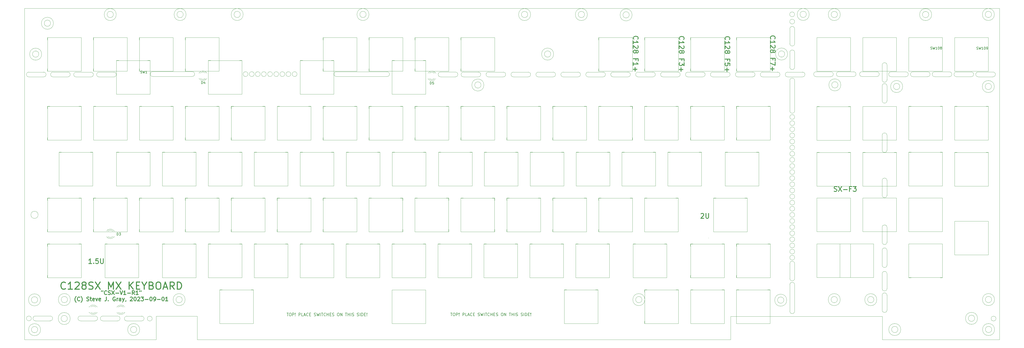
<source format=gbr>
G04 #@! TF.GenerationSoftware,KiCad,Pcbnew,7.0.6*
G04 #@! TF.CreationDate,2023-09-01T19:36:20-04:00*
G04 #@! TF.ProjectId,C128SX-mx,43313238-5358-42d6-9d78-2e6b69636164,1.0*
G04 #@! TF.SameCoordinates,Original*
G04 #@! TF.FileFunction,Legend,Top*
G04 #@! TF.FilePolarity,Positive*
%FSLAX46Y46*%
G04 Gerber Fmt 4.6, Leading zero omitted, Abs format (unit mm)*
G04 Created by KiCad (PCBNEW 7.0.6) date 2023-09-01 19:36:20*
%MOMM*%
%LPD*%
G01*
G04 APERTURE LIST*
%ADD10C,0.200000*%
%ADD11C,0.120000*%
%ADD12C,0.300000*%
%ADD13C,0.450000*%
%ADD14C,0.150000*%
G04 #@! TA.AperFunction,Profile*
%ADD15C,0.050000*%
G04 #@! TD*
G04 APERTURE END LIST*
D10*
X194810712Y-138967742D02*
X195496427Y-138967742D01*
X195153569Y-140167742D02*
X195153569Y-138967742D01*
X196124998Y-138967742D02*
X196353570Y-138967742D01*
X196353570Y-138967742D02*
X196467855Y-139024885D01*
X196467855Y-139024885D02*
X196582141Y-139139171D01*
X196582141Y-139139171D02*
X196639284Y-139367742D01*
X196639284Y-139367742D02*
X196639284Y-139767742D01*
X196639284Y-139767742D02*
X196582141Y-139996314D01*
X196582141Y-139996314D02*
X196467855Y-140110600D01*
X196467855Y-140110600D02*
X196353570Y-140167742D01*
X196353570Y-140167742D02*
X196124998Y-140167742D01*
X196124998Y-140167742D02*
X196010713Y-140110600D01*
X196010713Y-140110600D02*
X195896427Y-139996314D01*
X195896427Y-139996314D02*
X195839284Y-139767742D01*
X195839284Y-139767742D02*
X195839284Y-139367742D01*
X195839284Y-139367742D02*
X195896427Y-139139171D01*
X195896427Y-139139171D02*
X196010713Y-139024885D01*
X196010713Y-139024885D02*
X196124998Y-138967742D01*
X197153570Y-140167742D02*
X197153570Y-138967742D01*
X197153570Y-138967742D02*
X197610713Y-138967742D01*
X197610713Y-138967742D02*
X197724998Y-139024885D01*
X197724998Y-139024885D02*
X197782141Y-139082028D01*
X197782141Y-139082028D02*
X197839284Y-139196314D01*
X197839284Y-139196314D02*
X197839284Y-139367742D01*
X197839284Y-139367742D02*
X197782141Y-139482028D01*
X197782141Y-139482028D02*
X197724998Y-139539171D01*
X197724998Y-139539171D02*
X197610713Y-139596314D01*
X197610713Y-139596314D02*
X197153570Y-139596314D01*
X198353570Y-140053457D02*
X198410713Y-140110600D01*
X198410713Y-140110600D02*
X198353570Y-140167742D01*
X198353570Y-140167742D02*
X198296427Y-140110600D01*
X198296427Y-140110600D02*
X198353570Y-140053457D01*
X198353570Y-140053457D02*
X198353570Y-140167742D01*
X198353570Y-139710600D02*
X198296427Y-139024885D01*
X198296427Y-139024885D02*
X198353570Y-138967742D01*
X198353570Y-138967742D02*
X198410713Y-139024885D01*
X198410713Y-139024885D02*
X198353570Y-139710600D01*
X198353570Y-139710600D02*
X198353570Y-138967742D01*
X199839285Y-140167742D02*
X199839285Y-138967742D01*
X199839285Y-138967742D02*
X200296428Y-138967742D01*
X200296428Y-138967742D02*
X200410713Y-139024885D01*
X200410713Y-139024885D02*
X200467856Y-139082028D01*
X200467856Y-139082028D02*
X200524999Y-139196314D01*
X200524999Y-139196314D02*
X200524999Y-139367742D01*
X200524999Y-139367742D02*
X200467856Y-139482028D01*
X200467856Y-139482028D02*
X200410713Y-139539171D01*
X200410713Y-139539171D02*
X200296428Y-139596314D01*
X200296428Y-139596314D02*
X199839285Y-139596314D01*
X201610713Y-140167742D02*
X201039285Y-140167742D01*
X201039285Y-140167742D02*
X201039285Y-138967742D01*
X201953571Y-139824885D02*
X202525000Y-139824885D01*
X201839285Y-140167742D02*
X202239285Y-138967742D01*
X202239285Y-138967742D02*
X202639285Y-140167742D01*
X203724999Y-140053457D02*
X203667856Y-140110600D01*
X203667856Y-140110600D02*
X203496428Y-140167742D01*
X203496428Y-140167742D02*
X203382142Y-140167742D01*
X203382142Y-140167742D02*
X203210713Y-140110600D01*
X203210713Y-140110600D02*
X203096428Y-139996314D01*
X203096428Y-139996314D02*
X203039285Y-139882028D01*
X203039285Y-139882028D02*
X202982142Y-139653457D01*
X202982142Y-139653457D02*
X202982142Y-139482028D01*
X202982142Y-139482028D02*
X203039285Y-139253457D01*
X203039285Y-139253457D02*
X203096428Y-139139171D01*
X203096428Y-139139171D02*
X203210713Y-139024885D01*
X203210713Y-139024885D02*
X203382142Y-138967742D01*
X203382142Y-138967742D02*
X203496428Y-138967742D01*
X203496428Y-138967742D02*
X203667856Y-139024885D01*
X203667856Y-139024885D02*
X203724999Y-139082028D01*
X204239285Y-139539171D02*
X204639285Y-139539171D01*
X204810713Y-140167742D02*
X204239285Y-140167742D01*
X204239285Y-140167742D02*
X204239285Y-138967742D01*
X204239285Y-138967742D02*
X204810713Y-138967742D01*
X206182142Y-140110600D02*
X206353571Y-140167742D01*
X206353571Y-140167742D02*
X206639285Y-140167742D01*
X206639285Y-140167742D02*
X206753571Y-140110600D01*
X206753571Y-140110600D02*
X206810713Y-140053457D01*
X206810713Y-140053457D02*
X206867856Y-139939171D01*
X206867856Y-139939171D02*
X206867856Y-139824885D01*
X206867856Y-139824885D02*
X206810713Y-139710600D01*
X206810713Y-139710600D02*
X206753571Y-139653457D01*
X206753571Y-139653457D02*
X206639285Y-139596314D01*
X206639285Y-139596314D02*
X206410713Y-139539171D01*
X206410713Y-139539171D02*
X206296428Y-139482028D01*
X206296428Y-139482028D02*
X206239285Y-139424885D01*
X206239285Y-139424885D02*
X206182142Y-139310600D01*
X206182142Y-139310600D02*
X206182142Y-139196314D01*
X206182142Y-139196314D02*
X206239285Y-139082028D01*
X206239285Y-139082028D02*
X206296428Y-139024885D01*
X206296428Y-139024885D02*
X206410713Y-138967742D01*
X206410713Y-138967742D02*
X206696428Y-138967742D01*
X206696428Y-138967742D02*
X206867856Y-139024885D01*
X207267856Y-138967742D02*
X207553570Y-140167742D01*
X207553570Y-140167742D02*
X207782142Y-139310600D01*
X207782142Y-139310600D02*
X208010713Y-140167742D01*
X208010713Y-140167742D02*
X208296428Y-138967742D01*
X208753571Y-140167742D02*
X208753571Y-138967742D01*
X209153571Y-138967742D02*
X209839286Y-138967742D01*
X209496428Y-140167742D02*
X209496428Y-138967742D01*
X210925000Y-140053457D02*
X210867857Y-140110600D01*
X210867857Y-140110600D02*
X210696429Y-140167742D01*
X210696429Y-140167742D02*
X210582143Y-140167742D01*
X210582143Y-140167742D02*
X210410714Y-140110600D01*
X210410714Y-140110600D02*
X210296429Y-139996314D01*
X210296429Y-139996314D02*
X210239286Y-139882028D01*
X210239286Y-139882028D02*
X210182143Y-139653457D01*
X210182143Y-139653457D02*
X210182143Y-139482028D01*
X210182143Y-139482028D02*
X210239286Y-139253457D01*
X210239286Y-139253457D02*
X210296429Y-139139171D01*
X210296429Y-139139171D02*
X210410714Y-139024885D01*
X210410714Y-139024885D02*
X210582143Y-138967742D01*
X210582143Y-138967742D02*
X210696429Y-138967742D01*
X210696429Y-138967742D02*
X210867857Y-139024885D01*
X210867857Y-139024885D02*
X210925000Y-139082028D01*
X211439286Y-140167742D02*
X211439286Y-138967742D01*
X211439286Y-139539171D02*
X212125000Y-139539171D01*
X212125000Y-140167742D02*
X212125000Y-138967742D01*
X212696429Y-139539171D02*
X213096429Y-139539171D01*
X213267857Y-140167742D02*
X212696429Y-140167742D01*
X212696429Y-140167742D02*
X212696429Y-138967742D01*
X212696429Y-138967742D02*
X213267857Y-138967742D01*
X213725000Y-140110600D02*
X213896429Y-140167742D01*
X213896429Y-140167742D02*
X214182143Y-140167742D01*
X214182143Y-140167742D02*
X214296429Y-140110600D01*
X214296429Y-140110600D02*
X214353571Y-140053457D01*
X214353571Y-140053457D02*
X214410714Y-139939171D01*
X214410714Y-139939171D02*
X214410714Y-139824885D01*
X214410714Y-139824885D02*
X214353571Y-139710600D01*
X214353571Y-139710600D02*
X214296429Y-139653457D01*
X214296429Y-139653457D02*
X214182143Y-139596314D01*
X214182143Y-139596314D02*
X213953571Y-139539171D01*
X213953571Y-139539171D02*
X213839286Y-139482028D01*
X213839286Y-139482028D02*
X213782143Y-139424885D01*
X213782143Y-139424885D02*
X213725000Y-139310600D01*
X213725000Y-139310600D02*
X213725000Y-139196314D01*
X213725000Y-139196314D02*
X213782143Y-139082028D01*
X213782143Y-139082028D02*
X213839286Y-139024885D01*
X213839286Y-139024885D02*
X213953571Y-138967742D01*
X213953571Y-138967742D02*
X214239286Y-138967742D01*
X214239286Y-138967742D02*
X214410714Y-139024885D01*
X216067857Y-138967742D02*
X216296429Y-138967742D01*
X216296429Y-138967742D02*
X216410714Y-139024885D01*
X216410714Y-139024885D02*
X216525000Y-139139171D01*
X216525000Y-139139171D02*
X216582143Y-139367742D01*
X216582143Y-139367742D02*
X216582143Y-139767742D01*
X216582143Y-139767742D02*
X216525000Y-139996314D01*
X216525000Y-139996314D02*
X216410714Y-140110600D01*
X216410714Y-140110600D02*
X216296429Y-140167742D01*
X216296429Y-140167742D02*
X216067857Y-140167742D01*
X216067857Y-140167742D02*
X215953572Y-140110600D01*
X215953572Y-140110600D02*
X215839286Y-139996314D01*
X215839286Y-139996314D02*
X215782143Y-139767742D01*
X215782143Y-139767742D02*
X215782143Y-139367742D01*
X215782143Y-139367742D02*
X215839286Y-139139171D01*
X215839286Y-139139171D02*
X215953572Y-139024885D01*
X215953572Y-139024885D02*
X216067857Y-138967742D01*
X217096429Y-140167742D02*
X217096429Y-138967742D01*
X217096429Y-138967742D02*
X217782143Y-140167742D01*
X217782143Y-140167742D02*
X217782143Y-138967742D01*
X219096429Y-138967742D02*
X219782144Y-138967742D01*
X219439286Y-140167742D02*
X219439286Y-138967742D01*
X220182144Y-140167742D02*
X220182144Y-138967742D01*
X220182144Y-139539171D02*
X220867858Y-139539171D01*
X220867858Y-140167742D02*
X220867858Y-138967742D01*
X221439287Y-140167742D02*
X221439287Y-138967742D01*
X221953573Y-140110600D02*
X222125002Y-140167742D01*
X222125002Y-140167742D02*
X222410716Y-140167742D01*
X222410716Y-140167742D02*
X222525002Y-140110600D01*
X222525002Y-140110600D02*
X222582144Y-140053457D01*
X222582144Y-140053457D02*
X222639287Y-139939171D01*
X222639287Y-139939171D02*
X222639287Y-139824885D01*
X222639287Y-139824885D02*
X222582144Y-139710600D01*
X222582144Y-139710600D02*
X222525002Y-139653457D01*
X222525002Y-139653457D02*
X222410716Y-139596314D01*
X222410716Y-139596314D02*
X222182144Y-139539171D01*
X222182144Y-139539171D02*
X222067859Y-139482028D01*
X222067859Y-139482028D02*
X222010716Y-139424885D01*
X222010716Y-139424885D02*
X221953573Y-139310600D01*
X221953573Y-139310600D02*
X221953573Y-139196314D01*
X221953573Y-139196314D02*
X222010716Y-139082028D01*
X222010716Y-139082028D02*
X222067859Y-139024885D01*
X222067859Y-139024885D02*
X222182144Y-138967742D01*
X222182144Y-138967742D02*
X222467859Y-138967742D01*
X222467859Y-138967742D02*
X222639287Y-139024885D01*
X224010716Y-140110600D02*
X224182145Y-140167742D01*
X224182145Y-140167742D02*
X224467859Y-140167742D01*
X224467859Y-140167742D02*
X224582145Y-140110600D01*
X224582145Y-140110600D02*
X224639287Y-140053457D01*
X224639287Y-140053457D02*
X224696430Y-139939171D01*
X224696430Y-139939171D02*
X224696430Y-139824885D01*
X224696430Y-139824885D02*
X224639287Y-139710600D01*
X224639287Y-139710600D02*
X224582145Y-139653457D01*
X224582145Y-139653457D02*
X224467859Y-139596314D01*
X224467859Y-139596314D02*
X224239287Y-139539171D01*
X224239287Y-139539171D02*
X224125002Y-139482028D01*
X224125002Y-139482028D02*
X224067859Y-139424885D01*
X224067859Y-139424885D02*
X224010716Y-139310600D01*
X224010716Y-139310600D02*
X224010716Y-139196314D01*
X224010716Y-139196314D02*
X224067859Y-139082028D01*
X224067859Y-139082028D02*
X224125002Y-139024885D01*
X224125002Y-139024885D02*
X224239287Y-138967742D01*
X224239287Y-138967742D02*
X224525002Y-138967742D01*
X224525002Y-138967742D02*
X224696430Y-139024885D01*
X225210716Y-140167742D02*
X225210716Y-138967742D01*
X225782145Y-140167742D02*
X225782145Y-138967742D01*
X225782145Y-138967742D02*
X226067859Y-138967742D01*
X226067859Y-138967742D02*
X226239288Y-139024885D01*
X226239288Y-139024885D02*
X226353573Y-139139171D01*
X226353573Y-139139171D02*
X226410716Y-139253457D01*
X226410716Y-139253457D02*
X226467859Y-139482028D01*
X226467859Y-139482028D02*
X226467859Y-139653457D01*
X226467859Y-139653457D02*
X226410716Y-139882028D01*
X226410716Y-139882028D02*
X226353573Y-139996314D01*
X226353573Y-139996314D02*
X226239288Y-140110600D01*
X226239288Y-140110600D02*
X226067859Y-140167742D01*
X226067859Y-140167742D02*
X225782145Y-140167742D01*
X226982145Y-139539171D02*
X227382145Y-139539171D01*
X227553573Y-140167742D02*
X226982145Y-140167742D01*
X226982145Y-140167742D02*
X226982145Y-138967742D01*
X226982145Y-138967742D02*
X227553573Y-138967742D01*
X228067859Y-140053457D02*
X228125002Y-140110600D01*
X228125002Y-140110600D02*
X228067859Y-140167742D01*
X228067859Y-140167742D02*
X228010716Y-140110600D01*
X228010716Y-140110600D02*
X228067859Y-140053457D01*
X228067859Y-140053457D02*
X228067859Y-140167742D01*
X228067859Y-139710600D02*
X228010716Y-139024885D01*
X228010716Y-139024885D02*
X228067859Y-138967742D01*
X228067859Y-138967742D02*
X228125002Y-139024885D01*
X228125002Y-139024885D02*
X228067859Y-139710600D01*
X228067859Y-139710600D02*
X228067859Y-138967742D01*
X126860712Y-138992742D02*
X127546427Y-138992742D01*
X127203569Y-140192742D02*
X127203569Y-138992742D01*
X128174998Y-138992742D02*
X128403570Y-138992742D01*
X128403570Y-138992742D02*
X128517855Y-139049885D01*
X128517855Y-139049885D02*
X128632141Y-139164171D01*
X128632141Y-139164171D02*
X128689284Y-139392742D01*
X128689284Y-139392742D02*
X128689284Y-139792742D01*
X128689284Y-139792742D02*
X128632141Y-140021314D01*
X128632141Y-140021314D02*
X128517855Y-140135600D01*
X128517855Y-140135600D02*
X128403570Y-140192742D01*
X128403570Y-140192742D02*
X128174998Y-140192742D01*
X128174998Y-140192742D02*
X128060713Y-140135600D01*
X128060713Y-140135600D02*
X127946427Y-140021314D01*
X127946427Y-140021314D02*
X127889284Y-139792742D01*
X127889284Y-139792742D02*
X127889284Y-139392742D01*
X127889284Y-139392742D02*
X127946427Y-139164171D01*
X127946427Y-139164171D02*
X128060713Y-139049885D01*
X128060713Y-139049885D02*
X128174998Y-138992742D01*
X129203570Y-140192742D02*
X129203570Y-138992742D01*
X129203570Y-138992742D02*
X129660713Y-138992742D01*
X129660713Y-138992742D02*
X129774998Y-139049885D01*
X129774998Y-139049885D02*
X129832141Y-139107028D01*
X129832141Y-139107028D02*
X129889284Y-139221314D01*
X129889284Y-139221314D02*
X129889284Y-139392742D01*
X129889284Y-139392742D02*
X129832141Y-139507028D01*
X129832141Y-139507028D02*
X129774998Y-139564171D01*
X129774998Y-139564171D02*
X129660713Y-139621314D01*
X129660713Y-139621314D02*
X129203570Y-139621314D01*
X130403570Y-140078457D02*
X130460713Y-140135600D01*
X130460713Y-140135600D02*
X130403570Y-140192742D01*
X130403570Y-140192742D02*
X130346427Y-140135600D01*
X130346427Y-140135600D02*
X130403570Y-140078457D01*
X130403570Y-140078457D02*
X130403570Y-140192742D01*
X130403570Y-139735600D02*
X130346427Y-139049885D01*
X130346427Y-139049885D02*
X130403570Y-138992742D01*
X130403570Y-138992742D02*
X130460713Y-139049885D01*
X130460713Y-139049885D02*
X130403570Y-139735600D01*
X130403570Y-139735600D02*
X130403570Y-138992742D01*
X131889285Y-140192742D02*
X131889285Y-138992742D01*
X131889285Y-138992742D02*
X132346428Y-138992742D01*
X132346428Y-138992742D02*
X132460713Y-139049885D01*
X132460713Y-139049885D02*
X132517856Y-139107028D01*
X132517856Y-139107028D02*
X132574999Y-139221314D01*
X132574999Y-139221314D02*
X132574999Y-139392742D01*
X132574999Y-139392742D02*
X132517856Y-139507028D01*
X132517856Y-139507028D02*
X132460713Y-139564171D01*
X132460713Y-139564171D02*
X132346428Y-139621314D01*
X132346428Y-139621314D02*
X131889285Y-139621314D01*
X133660713Y-140192742D02*
X133089285Y-140192742D01*
X133089285Y-140192742D02*
X133089285Y-138992742D01*
X134003571Y-139849885D02*
X134575000Y-139849885D01*
X133889285Y-140192742D02*
X134289285Y-138992742D01*
X134289285Y-138992742D02*
X134689285Y-140192742D01*
X135774999Y-140078457D02*
X135717856Y-140135600D01*
X135717856Y-140135600D02*
X135546428Y-140192742D01*
X135546428Y-140192742D02*
X135432142Y-140192742D01*
X135432142Y-140192742D02*
X135260713Y-140135600D01*
X135260713Y-140135600D02*
X135146428Y-140021314D01*
X135146428Y-140021314D02*
X135089285Y-139907028D01*
X135089285Y-139907028D02*
X135032142Y-139678457D01*
X135032142Y-139678457D02*
X135032142Y-139507028D01*
X135032142Y-139507028D02*
X135089285Y-139278457D01*
X135089285Y-139278457D02*
X135146428Y-139164171D01*
X135146428Y-139164171D02*
X135260713Y-139049885D01*
X135260713Y-139049885D02*
X135432142Y-138992742D01*
X135432142Y-138992742D02*
X135546428Y-138992742D01*
X135546428Y-138992742D02*
X135717856Y-139049885D01*
X135717856Y-139049885D02*
X135774999Y-139107028D01*
X136289285Y-139564171D02*
X136689285Y-139564171D01*
X136860713Y-140192742D02*
X136289285Y-140192742D01*
X136289285Y-140192742D02*
X136289285Y-138992742D01*
X136289285Y-138992742D02*
X136860713Y-138992742D01*
X138232142Y-140135600D02*
X138403571Y-140192742D01*
X138403571Y-140192742D02*
X138689285Y-140192742D01*
X138689285Y-140192742D02*
X138803571Y-140135600D01*
X138803571Y-140135600D02*
X138860713Y-140078457D01*
X138860713Y-140078457D02*
X138917856Y-139964171D01*
X138917856Y-139964171D02*
X138917856Y-139849885D01*
X138917856Y-139849885D02*
X138860713Y-139735600D01*
X138860713Y-139735600D02*
X138803571Y-139678457D01*
X138803571Y-139678457D02*
X138689285Y-139621314D01*
X138689285Y-139621314D02*
X138460713Y-139564171D01*
X138460713Y-139564171D02*
X138346428Y-139507028D01*
X138346428Y-139507028D02*
X138289285Y-139449885D01*
X138289285Y-139449885D02*
X138232142Y-139335600D01*
X138232142Y-139335600D02*
X138232142Y-139221314D01*
X138232142Y-139221314D02*
X138289285Y-139107028D01*
X138289285Y-139107028D02*
X138346428Y-139049885D01*
X138346428Y-139049885D02*
X138460713Y-138992742D01*
X138460713Y-138992742D02*
X138746428Y-138992742D01*
X138746428Y-138992742D02*
X138917856Y-139049885D01*
X139317856Y-138992742D02*
X139603570Y-140192742D01*
X139603570Y-140192742D02*
X139832142Y-139335600D01*
X139832142Y-139335600D02*
X140060713Y-140192742D01*
X140060713Y-140192742D02*
X140346428Y-138992742D01*
X140803571Y-140192742D02*
X140803571Y-138992742D01*
X141203571Y-138992742D02*
X141889286Y-138992742D01*
X141546428Y-140192742D02*
X141546428Y-138992742D01*
X142975000Y-140078457D02*
X142917857Y-140135600D01*
X142917857Y-140135600D02*
X142746429Y-140192742D01*
X142746429Y-140192742D02*
X142632143Y-140192742D01*
X142632143Y-140192742D02*
X142460714Y-140135600D01*
X142460714Y-140135600D02*
X142346429Y-140021314D01*
X142346429Y-140021314D02*
X142289286Y-139907028D01*
X142289286Y-139907028D02*
X142232143Y-139678457D01*
X142232143Y-139678457D02*
X142232143Y-139507028D01*
X142232143Y-139507028D02*
X142289286Y-139278457D01*
X142289286Y-139278457D02*
X142346429Y-139164171D01*
X142346429Y-139164171D02*
X142460714Y-139049885D01*
X142460714Y-139049885D02*
X142632143Y-138992742D01*
X142632143Y-138992742D02*
X142746429Y-138992742D01*
X142746429Y-138992742D02*
X142917857Y-139049885D01*
X142917857Y-139049885D02*
X142975000Y-139107028D01*
X143489286Y-140192742D02*
X143489286Y-138992742D01*
X143489286Y-139564171D02*
X144175000Y-139564171D01*
X144175000Y-140192742D02*
X144175000Y-138992742D01*
X144746429Y-139564171D02*
X145146429Y-139564171D01*
X145317857Y-140192742D02*
X144746429Y-140192742D01*
X144746429Y-140192742D02*
X144746429Y-138992742D01*
X144746429Y-138992742D02*
X145317857Y-138992742D01*
X145775000Y-140135600D02*
X145946429Y-140192742D01*
X145946429Y-140192742D02*
X146232143Y-140192742D01*
X146232143Y-140192742D02*
X146346429Y-140135600D01*
X146346429Y-140135600D02*
X146403571Y-140078457D01*
X146403571Y-140078457D02*
X146460714Y-139964171D01*
X146460714Y-139964171D02*
X146460714Y-139849885D01*
X146460714Y-139849885D02*
X146403571Y-139735600D01*
X146403571Y-139735600D02*
X146346429Y-139678457D01*
X146346429Y-139678457D02*
X146232143Y-139621314D01*
X146232143Y-139621314D02*
X146003571Y-139564171D01*
X146003571Y-139564171D02*
X145889286Y-139507028D01*
X145889286Y-139507028D02*
X145832143Y-139449885D01*
X145832143Y-139449885D02*
X145775000Y-139335600D01*
X145775000Y-139335600D02*
X145775000Y-139221314D01*
X145775000Y-139221314D02*
X145832143Y-139107028D01*
X145832143Y-139107028D02*
X145889286Y-139049885D01*
X145889286Y-139049885D02*
X146003571Y-138992742D01*
X146003571Y-138992742D02*
X146289286Y-138992742D01*
X146289286Y-138992742D02*
X146460714Y-139049885D01*
X148117857Y-138992742D02*
X148346429Y-138992742D01*
X148346429Y-138992742D02*
X148460714Y-139049885D01*
X148460714Y-139049885D02*
X148575000Y-139164171D01*
X148575000Y-139164171D02*
X148632143Y-139392742D01*
X148632143Y-139392742D02*
X148632143Y-139792742D01*
X148632143Y-139792742D02*
X148575000Y-140021314D01*
X148575000Y-140021314D02*
X148460714Y-140135600D01*
X148460714Y-140135600D02*
X148346429Y-140192742D01*
X148346429Y-140192742D02*
X148117857Y-140192742D01*
X148117857Y-140192742D02*
X148003572Y-140135600D01*
X148003572Y-140135600D02*
X147889286Y-140021314D01*
X147889286Y-140021314D02*
X147832143Y-139792742D01*
X147832143Y-139792742D02*
X147832143Y-139392742D01*
X147832143Y-139392742D02*
X147889286Y-139164171D01*
X147889286Y-139164171D02*
X148003572Y-139049885D01*
X148003572Y-139049885D02*
X148117857Y-138992742D01*
X149146429Y-140192742D02*
X149146429Y-138992742D01*
X149146429Y-138992742D02*
X149832143Y-140192742D01*
X149832143Y-140192742D02*
X149832143Y-138992742D01*
X151146429Y-138992742D02*
X151832144Y-138992742D01*
X151489286Y-140192742D02*
X151489286Y-138992742D01*
X152232144Y-140192742D02*
X152232144Y-138992742D01*
X152232144Y-139564171D02*
X152917858Y-139564171D01*
X152917858Y-140192742D02*
X152917858Y-138992742D01*
X153489287Y-140192742D02*
X153489287Y-138992742D01*
X154003573Y-140135600D02*
X154175002Y-140192742D01*
X154175002Y-140192742D02*
X154460716Y-140192742D01*
X154460716Y-140192742D02*
X154575002Y-140135600D01*
X154575002Y-140135600D02*
X154632144Y-140078457D01*
X154632144Y-140078457D02*
X154689287Y-139964171D01*
X154689287Y-139964171D02*
X154689287Y-139849885D01*
X154689287Y-139849885D02*
X154632144Y-139735600D01*
X154632144Y-139735600D02*
X154575002Y-139678457D01*
X154575002Y-139678457D02*
X154460716Y-139621314D01*
X154460716Y-139621314D02*
X154232144Y-139564171D01*
X154232144Y-139564171D02*
X154117859Y-139507028D01*
X154117859Y-139507028D02*
X154060716Y-139449885D01*
X154060716Y-139449885D02*
X154003573Y-139335600D01*
X154003573Y-139335600D02*
X154003573Y-139221314D01*
X154003573Y-139221314D02*
X154060716Y-139107028D01*
X154060716Y-139107028D02*
X154117859Y-139049885D01*
X154117859Y-139049885D02*
X154232144Y-138992742D01*
X154232144Y-138992742D02*
X154517859Y-138992742D01*
X154517859Y-138992742D02*
X154689287Y-139049885D01*
X156060716Y-140135600D02*
X156232145Y-140192742D01*
X156232145Y-140192742D02*
X156517859Y-140192742D01*
X156517859Y-140192742D02*
X156632145Y-140135600D01*
X156632145Y-140135600D02*
X156689287Y-140078457D01*
X156689287Y-140078457D02*
X156746430Y-139964171D01*
X156746430Y-139964171D02*
X156746430Y-139849885D01*
X156746430Y-139849885D02*
X156689287Y-139735600D01*
X156689287Y-139735600D02*
X156632145Y-139678457D01*
X156632145Y-139678457D02*
X156517859Y-139621314D01*
X156517859Y-139621314D02*
X156289287Y-139564171D01*
X156289287Y-139564171D02*
X156175002Y-139507028D01*
X156175002Y-139507028D02*
X156117859Y-139449885D01*
X156117859Y-139449885D02*
X156060716Y-139335600D01*
X156060716Y-139335600D02*
X156060716Y-139221314D01*
X156060716Y-139221314D02*
X156117859Y-139107028D01*
X156117859Y-139107028D02*
X156175002Y-139049885D01*
X156175002Y-139049885D02*
X156289287Y-138992742D01*
X156289287Y-138992742D02*
X156575002Y-138992742D01*
X156575002Y-138992742D02*
X156746430Y-139049885D01*
X157260716Y-140192742D02*
X157260716Y-138992742D01*
X157832145Y-140192742D02*
X157832145Y-138992742D01*
X157832145Y-138992742D02*
X158117859Y-138992742D01*
X158117859Y-138992742D02*
X158289288Y-139049885D01*
X158289288Y-139049885D02*
X158403573Y-139164171D01*
X158403573Y-139164171D02*
X158460716Y-139278457D01*
X158460716Y-139278457D02*
X158517859Y-139507028D01*
X158517859Y-139507028D02*
X158517859Y-139678457D01*
X158517859Y-139678457D02*
X158460716Y-139907028D01*
X158460716Y-139907028D02*
X158403573Y-140021314D01*
X158403573Y-140021314D02*
X158289288Y-140135600D01*
X158289288Y-140135600D02*
X158117859Y-140192742D01*
X158117859Y-140192742D02*
X157832145Y-140192742D01*
X159032145Y-139564171D02*
X159432145Y-139564171D01*
X159603573Y-140192742D02*
X159032145Y-140192742D01*
X159032145Y-140192742D02*
X159032145Y-138992742D01*
X159032145Y-138992742D02*
X159603573Y-138992742D01*
X160117859Y-140078457D02*
X160175002Y-140135600D01*
X160175002Y-140135600D02*
X160117859Y-140192742D01*
X160117859Y-140192742D02*
X160060716Y-140135600D01*
X160060716Y-140135600D02*
X160117859Y-140078457D01*
X160117859Y-140078457D02*
X160117859Y-140192742D01*
X160117859Y-139735600D02*
X160060716Y-139049885D01*
X160060716Y-139049885D02*
X160117859Y-138992742D01*
X160117859Y-138992742D02*
X160175002Y-139049885D01*
X160175002Y-139049885D02*
X160117859Y-139735600D01*
X160117859Y-139735600D02*
X160117859Y-138992742D01*
D11*
X65875125Y-145875000D02*
G75*
G03*
X65875125Y-145875000I-2500125J0D01*
G01*
X24775125Y-145900000D02*
G75*
G03*
X24775125Y-145900000I-2500125J0D01*
G01*
X413350125Y-141200000D02*
G75*
G03*
X413350125Y-141200000I-2500125J0D01*
G01*
X160975125Y-15000000D02*
G75*
G03*
X160975125Y-15000000I-2500125J0D01*
G01*
X37075125Y-141275000D02*
G75*
G03*
X37075125Y-141275000I-2500125J0D01*
G01*
X56150125Y-15025000D02*
G75*
G03*
X56150125Y-15025000I-2500125J0D01*
G01*
X270100125Y-15175000D02*
G75*
G03*
X270100125Y-15175000I-2500125J0D01*
G01*
X394325125Y-15050000D02*
G75*
G03*
X394325125Y-15050000I-2500125J0D01*
G01*
X356425125Y-133425000D02*
G75*
G03*
X356425125Y-133425000I-2500125J0D01*
G01*
X420425125Y-145850000D02*
G75*
G03*
X420425125Y-145850000I-2500125J0D01*
G01*
X24750125Y-133525000D02*
G75*
G03*
X24750125Y-133525000I-2500125J0D01*
G01*
X371575125Y-133450000D02*
G75*
G03*
X371575125Y-133450000I-2500125J0D01*
G01*
X228000125Y-15025000D02*
G75*
G03*
X228000125Y-15025000I-2500125J0D01*
G01*
X420350125Y-15000000D02*
G75*
G03*
X420350125Y-15000000I-2500125J0D01*
G01*
X356450001Y-15025000D02*
G75*
G03*
X356450001Y-15025000I-2500125J0D01*
G01*
X356675125Y-44250000D02*
G75*
G03*
X356675125Y-44250000I-2500125J0D01*
G01*
X37125125Y-133400000D02*
G75*
G03*
X37125125Y-133400000I-2500125J0D01*
G01*
X334575125Y-31425000D02*
G75*
G03*
X334575125Y-31425000I-2500125J0D01*
G01*
X382300125Y-44925000D02*
G75*
G03*
X382300125Y-44925000I-2500125J0D01*
G01*
X343550125Y-14975000D02*
G75*
G03*
X343550125Y-14975000I-2500125J0D01*
G01*
X30100125Y-18650000D02*
G75*
G03*
X30100125Y-18650000I-2500125J0D01*
G01*
X420325125Y-44925000D02*
G75*
G03*
X420325125Y-44925000I-2500125J0D01*
G01*
X25225001Y-31475000D02*
G75*
G03*
X25225001Y-31475000I-2500125J0D01*
G01*
X420400125Y-133400000D02*
G75*
G03*
X420400125Y-133400000I-2500125J0D01*
G01*
X208625125Y-44300000D02*
G75*
G03*
X208625125Y-44300000I-2500125J0D01*
G01*
X237550125Y-31450000D02*
G75*
G03*
X237550125Y-31450000I-2500125J0D01*
G01*
X84725125Y-133425000D02*
G75*
G03*
X84725125Y-133425000I-2500125J0D01*
G01*
X381525125Y-145850000D02*
G75*
G03*
X381525125Y-145850000I-2500125J0D01*
G01*
X251550125Y-15025000D02*
G75*
G03*
X251550125Y-15025000I-2500125J0D01*
G01*
X85125249Y-15025000D02*
G75*
G03*
X85125249Y-15025000I-2500125J0D01*
G01*
X275375125Y-133425000D02*
G75*
G03*
X275375125Y-133425000I-2500125J0D01*
G01*
X334225125Y-133650000D02*
G75*
G03*
X334225125Y-133650000I-2500125J0D01*
G01*
X301856100Y-107797500D02*
X301767200Y-107797500D01*
X108800125Y-15000000D02*
G75*
G03*
X108800125Y-15000000I-2500125J0D01*
G01*
D12*
X45913238Y-118443638D02*
X44770381Y-118443638D01*
X45341809Y-118443638D02*
X45341809Y-116443638D01*
X45341809Y-116443638D02*
X45151333Y-116729352D01*
X45151333Y-116729352D02*
X44960857Y-116919828D01*
X44960857Y-116919828D02*
X44770381Y-117015066D01*
X46770381Y-118253161D02*
X46865619Y-118348400D01*
X46865619Y-118348400D02*
X46770381Y-118443638D01*
X46770381Y-118443638D02*
X46675143Y-118348400D01*
X46675143Y-118348400D02*
X46770381Y-118253161D01*
X46770381Y-118253161D02*
X46770381Y-118443638D01*
X48675143Y-116443638D02*
X47722762Y-116443638D01*
X47722762Y-116443638D02*
X47627524Y-117396019D01*
X47627524Y-117396019D02*
X47722762Y-117300780D01*
X47722762Y-117300780D02*
X47913238Y-117205542D01*
X47913238Y-117205542D02*
X48389429Y-117205542D01*
X48389429Y-117205542D02*
X48579905Y-117300780D01*
X48579905Y-117300780D02*
X48675143Y-117396019D01*
X48675143Y-117396019D02*
X48770381Y-117586495D01*
X48770381Y-117586495D02*
X48770381Y-118062685D01*
X48770381Y-118062685D02*
X48675143Y-118253161D01*
X48675143Y-118253161D02*
X48579905Y-118348400D01*
X48579905Y-118348400D02*
X48389429Y-118443638D01*
X48389429Y-118443638D02*
X47913238Y-118443638D01*
X47913238Y-118443638D02*
X47722762Y-118348400D01*
X47722762Y-118348400D02*
X47627524Y-118253161D01*
X49627524Y-116443638D02*
X49627524Y-118062685D01*
X49627524Y-118062685D02*
X49722762Y-118253161D01*
X49722762Y-118253161D02*
X49818000Y-118348400D01*
X49818000Y-118348400D02*
X50008476Y-118443638D01*
X50008476Y-118443638D02*
X50389429Y-118443638D01*
X50389429Y-118443638D02*
X50579905Y-118348400D01*
X50579905Y-118348400D02*
X50675143Y-118253161D01*
X50675143Y-118253161D02*
X50770381Y-118062685D01*
X50770381Y-118062685D02*
X50770381Y-116443638D01*
X298674952Y-97838114D02*
X298770190Y-97742876D01*
X298770190Y-97742876D02*
X298960666Y-97647638D01*
X298960666Y-97647638D02*
X299436857Y-97647638D01*
X299436857Y-97647638D02*
X299627333Y-97742876D01*
X299627333Y-97742876D02*
X299722571Y-97838114D01*
X299722571Y-97838114D02*
X299817809Y-98028590D01*
X299817809Y-98028590D02*
X299817809Y-98219066D01*
X299817809Y-98219066D02*
X299722571Y-98504780D01*
X299722571Y-98504780D02*
X298579714Y-99647638D01*
X298579714Y-99647638D02*
X299817809Y-99647638D01*
X300674952Y-97647638D02*
X300674952Y-99266685D01*
X300674952Y-99266685D02*
X300770190Y-99457161D01*
X300770190Y-99457161D02*
X300865428Y-99552400D01*
X300865428Y-99552400D02*
X301055904Y-99647638D01*
X301055904Y-99647638D02*
X301436857Y-99647638D01*
X301436857Y-99647638D02*
X301627333Y-99552400D01*
X301627333Y-99552400D02*
X301722571Y-99457161D01*
X301722571Y-99457161D02*
X301817809Y-99266685D01*
X301817809Y-99266685D02*
X301817809Y-97647638D01*
X50021427Y-129761590D02*
X50021427Y-130066352D01*
X50630951Y-129761590D02*
X50630951Y-130066352D01*
X52230952Y-131209209D02*
X52154761Y-131285400D01*
X52154761Y-131285400D02*
X51926190Y-131361590D01*
X51926190Y-131361590D02*
X51773809Y-131361590D01*
X51773809Y-131361590D02*
X51545237Y-131285400D01*
X51545237Y-131285400D02*
X51392856Y-131133019D01*
X51392856Y-131133019D02*
X51316666Y-130980638D01*
X51316666Y-130980638D02*
X51240475Y-130675876D01*
X51240475Y-130675876D02*
X51240475Y-130447304D01*
X51240475Y-130447304D02*
X51316666Y-130142542D01*
X51316666Y-130142542D02*
X51392856Y-129990161D01*
X51392856Y-129990161D02*
X51545237Y-129837780D01*
X51545237Y-129837780D02*
X51773809Y-129761590D01*
X51773809Y-129761590D02*
X51926190Y-129761590D01*
X51926190Y-129761590D02*
X52154761Y-129837780D01*
X52154761Y-129837780D02*
X52230952Y-129913971D01*
X52840475Y-131285400D02*
X53069047Y-131361590D01*
X53069047Y-131361590D02*
X53449999Y-131361590D01*
X53449999Y-131361590D02*
X53602380Y-131285400D01*
X53602380Y-131285400D02*
X53678571Y-131209209D01*
X53678571Y-131209209D02*
X53754761Y-131056828D01*
X53754761Y-131056828D02*
X53754761Y-130904447D01*
X53754761Y-130904447D02*
X53678571Y-130752066D01*
X53678571Y-130752066D02*
X53602380Y-130675876D01*
X53602380Y-130675876D02*
X53449999Y-130599685D01*
X53449999Y-130599685D02*
X53145237Y-130523495D01*
X53145237Y-130523495D02*
X52992856Y-130447304D01*
X52992856Y-130447304D02*
X52916666Y-130371114D01*
X52916666Y-130371114D02*
X52840475Y-130218733D01*
X52840475Y-130218733D02*
X52840475Y-130066352D01*
X52840475Y-130066352D02*
X52916666Y-129913971D01*
X52916666Y-129913971D02*
X52992856Y-129837780D01*
X52992856Y-129837780D02*
X53145237Y-129761590D01*
X53145237Y-129761590D02*
X53526190Y-129761590D01*
X53526190Y-129761590D02*
X53754761Y-129837780D01*
X54288095Y-129761590D02*
X55354762Y-131361590D01*
X55354762Y-129761590D02*
X54288095Y-131361590D01*
X55964286Y-130752066D02*
X57183334Y-130752066D01*
X57716666Y-129761590D02*
X58250000Y-131361590D01*
X58250000Y-131361590D02*
X58783333Y-129761590D01*
X60154762Y-131361590D02*
X59240476Y-131361590D01*
X59697619Y-131361590D02*
X59697619Y-129761590D01*
X59697619Y-129761590D02*
X59545238Y-129990161D01*
X59545238Y-129990161D02*
X59392857Y-130142542D01*
X59392857Y-130142542D02*
X59240476Y-130218733D01*
X60840477Y-130752066D02*
X62059525Y-130752066D01*
X63735715Y-131361590D02*
X63202381Y-130599685D01*
X62821429Y-131361590D02*
X62821429Y-129761590D01*
X62821429Y-129761590D02*
X63430953Y-129761590D01*
X63430953Y-129761590D02*
X63583334Y-129837780D01*
X63583334Y-129837780D02*
X63659524Y-129913971D01*
X63659524Y-129913971D02*
X63735715Y-130066352D01*
X63735715Y-130066352D02*
X63735715Y-130294923D01*
X63735715Y-130294923D02*
X63659524Y-130447304D01*
X63659524Y-130447304D02*
X63583334Y-130523495D01*
X63583334Y-130523495D02*
X63430953Y-130599685D01*
X63430953Y-130599685D02*
X62821429Y-130599685D01*
X65259524Y-131361590D02*
X64345238Y-131361590D01*
X64802381Y-131361590D02*
X64802381Y-129761590D01*
X64802381Y-129761590D02*
X64650000Y-129990161D01*
X64650000Y-129990161D02*
X64497619Y-130142542D01*
X64497619Y-130142542D02*
X64345238Y-130218733D01*
X65869048Y-129761590D02*
X65869048Y-130066352D01*
X66478572Y-129761590D02*
X66478572Y-130066352D01*
X39507139Y-134547114D02*
X39430948Y-134470923D01*
X39430948Y-134470923D02*
X39278567Y-134242352D01*
X39278567Y-134242352D02*
X39202377Y-134089971D01*
X39202377Y-134089971D02*
X39126186Y-133861400D01*
X39126186Y-133861400D02*
X39049996Y-133480447D01*
X39049996Y-133480447D02*
X39049996Y-133175685D01*
X39049996Y-133175685D02*
X39126186Y-132794733D01*
X39126186Y-132794733D02*
X39202377Y-132566161D01*
X39202377Y-132566161D02*
X39278567Y-132413780D01*
X39278567Y-132413780D02*
X39430948Y-132185209D01*
X39430948Y-132185209D02*
X39507139Y-132109019D01*
X41030949Y-133785209D02*
X40954758Y-133861400D01*
X40954758Y-133861400D02*
X40726187Y-133937590D01*
X40726187Y-133937590D02*
X40573806Y-133937590D01*
X40573806Y-133937590D02*
X40345234Y-133861400D01*
X40345234Y-133861400D02*
X40192853Y-133709019D01*
X40192853Y-133709019D02*
X40116663Y-133556638D01*
X40116663Y-133556638D02*
X40040472Y-133251876D01*
X40040472Y-133251876D02*
X40040472Y-133023304D01*
X40040472Y-133023304D02*
X40116663Y-132718542D01*
X40116663Y-132718542D02*
X40192853Y-132566161D01*
X40192853Y-132566161D02*
X40345234Y-132413780D01*
X40345234Y-132413780D02*
X40573806Y-132337590D01*
X40573806Y-132337590D02*
X40726187Y-132337590D01*
X40726187Y-132337590D02*
X40954758Y-132413780D01*
X40954758Y-132413780D02*
X41030949Y-132489971D01*
X41564282Y-134547114D02*
X41640472Y-134470923D01*
X41640472Y-134470923D02*
X41792853Y-134242352D01*
X41792853Y-134242352D02*
X41869044Y-134089971D01*
X41869044Y-134089971D02*
X41945234Y-133861400D01*
X41945234Y-133861400D02*
X42021425Y-133480447D01*
X42021425Y-133480447D02*
X42021425Y-133175685D01*
X42021425Y-133175685D02*
X41945234Y-132794733D01*
X41945234Y-132794733D02*
X41869044Y-132566161D01*
X41869044Y-132566161D02*
X41792853Y-132413780D01*
X41792853Y-132413780D02*
X41640472Y-132185209D01*
X41640472Y-132185209D02*
X41564282Y-132109019D01*
X43926187Y-133861400D02*
X44154759Y-133937590D01*
X44154759Y-133937590D02*
X44535711Y-133937590D01*
X44535711Y-133937590D02*
X44688092Y-133861400D01*
X44688092Y-133861400D02*
X44764283Y-133785209D01*
X44764283Y-133785209D02*
X44840473Y-133632828D01*
X44840473Y-133632828D02*
X44840473Y-133480447D01*
X44840473Y-133480447D02*
X44764283Y-133328066D01*
X44764283Y-133328066D02*
X44688092Y-133251876D01*
X44688092Y-133251876D02*
X44535711Y-133175685D01*
X44535711Y-133175685D02*
X44230949Y-133099495D01*
X44230949Y-133099495D02*
X44078568Y-133023304D01*
X44078568Y-133023304D02*
X44002378Y-132947114D01*
X44002378Y-132947114D02*
X43926187Y-132794733D01*
X43926187Y-132794733D02*
X43926187Y-132642352D01*
X43926187Y-132642352D02*
X44002378Y-132489971D01*
X44002378Y-132489971D02*
X44078568Y-132413780D01*
X44078568Y-132413780D02*
X44230949Y-132337590D01*
X44230949Y-132337590D02*
X44611902Y-132337590D01*
X44611902Y-132337590D02*
X44840473Y-132413780D01*
X45297616Y-132870923D02*
X45907140Y-132870923D01*
X45526188Y-132337590D02*
X45526188Y-133709019D01*
X45526188Y-133709019D02*
X45602378Y-133861400D01*
X45602378Y-133861400D02*
X45754759Y-133937590D01*
X45754759Y-133937590D02*
X45907140Y-133937590D01*
X47049998Y-133861400D02*
X46897617Y-133937590D01*
X46897617Y-133937590D02*
X46592855Y-133937590D01*
X46592855Y-133937590D02*
X46440474Y-133861400D01*
X46440474Y-133861400D02*
X46364283Y-133709019D01*
X46364283Y-133709019D02*
X46364283Y-133099495D01*
X46364283Y-133099495D02*
X46440474Y-132947114D01*
X46440474Y-132947114D02*
X46592855Y-132870923D01*
X46592855Y-132870923D02*
X46897617Y-132870923D01*
X46897617Y-132870923D02*
X47049998Y-132947114D01*
X47049998Y-132947114D02*
X47126188Y-133099495D01*
X47126188Y-133099495D02*
X47126188Y-133251876D01*
X47126188Y-133251876D02*
X46364283Y-133404257D01*
X47659522Y-132870923D02*
X48040474Y-133937590D01*
X48040474Y-133937590D02*
X48421427Y-132870923D01*
X49640475Y-133861400D02*
X49488094Y-133937590D01*
X49488094Y-133937590D02*
X49183332Y-133937590D01*
X49183332Y-133937590D02*
X49030951Y-133861400D01*
X49030951Y-133861400D02*
X48954760Y-133709019D01*
X48954760Y-133709019D02*
X48954760Y-133099495D01*
X48954760Y-133099495D02*
X49030951Y-132947114D01*
X49030951Y-132947114D02*
X49183332Y-132870923D01*
X49183332Y-132870923D02*
X49488094Y-132870923D01*
X49488094Y-132870923D02*
X49640475Y-132947114D01*
X49640475Y-132947114D02*
X49716665Y-133099495D01*
X49716665Y-133099495D02*
X49716665Y-133251876D01*
X49716665Y-133251876D02*
X48954760Y-133404257D01*
X52078571Y-132337590D02*
X52078571Y-133480447D01*
X52078571Y-133480447D02*
X52002380Y-133709019D01*
X52002380Y-133709019D02*
X51849999Y-133861400D01*
X51849999Y-133861400D02*
X51621428Y-133937590D01*
X51621428Y-133937590D02*
X51469047Y-133937590D01*
X52840476Y-133785209D02*
X52916666Y-133861400D01*
X52916666Y-133861400D02*
X52840476Y-133937590D01*
X52840476Y-133937590D02*
X52764285Y-133861400D01*
X52764285Y-133861400D02*
X52840476Y-133785209D01*
X52840476Y-133785209D02*
X52840476Y-133937590D01*
X55659524Y-132413780D02*
X55507143Y-132337590D01*
X55507143Y-132337590D02*
X55278572Y-132337590D01*
X55278572Y-132337590D02*
X55050000Y-132413780D01*
X55050000Y-132413780D02*
X54897619Y-132566161D01*
X54897619Y-132566161D02*
X54821429Y-132718542D01*
X54821429Y-132718542D02*
X54745238Y-133023304D01*
X54745238Y-133023304D02*
X54745238Y-133251876D01*
X54745238Y-133251876D02*
X54821429Y-133556638D01*
X54821429Y-133556638D02*
X54897619Y-133709019D01*
X54897619Y-133709019D02*
X55050000Y-133861400D01*
X55050000Y-133861400D02*
X55278572Y-133937590D01*
X55278572Y-133937590D02*
X55430953Y-133937590D01*
X55430953Y-133937590D02*
X55659524Y-133861400D01*
X55659524Y-133861400D02*
X55735715Y-133785209D01*
X55735715Y-133785209D02*
X55735715Y-133251876D01*
X55735715Y-133251876D02*
X55430953Y-133251876D01*
X56421429Y-133937590D02*
X56421429Y-132870923D01*
X56421429Y-133175685D02*
X56497619Y-133023304D01*
X56497619Y-133023304D02*
X56573810Y-132947114D01*
X56573810Y-132947114D02*
X56726191Y-132870923D01*
X56726191Y-132870923D02*
X56878572Y-132870923D01*
X58097619Y-133937590D02*
X58097619Y-133099495D01*
X58097619Y-133099495D02*
X58021429Y-132947114D01*
X58021429Y-132947114D02*
X57869048Y-132870923D01*
X57869048Y-132870923D02*
X57564286Y-132870923D01*
X57564286Y-132870923D02*
X57411905Y-132947114D01*
X58097619Y-133861400D02*
X57945238Y-133937590D01*
X57945238Y-133937590D02*
X57564286Y-133937590D01*
X57564286Y-133937590D02*
X57411905Y-133861400D01*
X57411905Y-133861400D02*
X57335714Y-133709019D01*
X57335714Y-133709019D02*
X57335714Y-133556638D01*
X57335714Y-133556638D02*
X57411905Y-133404257D01*
X57411905Y-133404257D02*
X57564286Y-133328066D01*
X57564286Y-133328066D02*
X57945238Y-133328066D01*
X57945238Y-133328066D02*
X58097619Y-133251876D01*
X58707143Y-132870923D02*
X59088095Y-133937590D01*
X59469048Y-132870923D02*
X59088095Y-133937590D01*
X59088095Y-133937590D02*
X58935714Y-134318542D01*
X58935714Y-134318542D02*
X58859524Y-134394733D01*
X58859524Y-134394733D02*
X58707143Y-134470923D01*
X60154762Y-133861400D02*
X60154762Y-133937590D01*
X60154762Y-133937590D02*
X60078572Y-134089971D01*
X60078572Y-134089971D02*
X60002381Y-134166161D01*
X61983334Y-132489971D02*
X62059525Y-132413780D01*
X62059525Y-132413780D02*
X62211906Y-132337590D01*
X62211906Y-132337590D02*
X62592858Y-132337590D01*
X62592858Y-132337590D02*
X62745239Y-132413780D01*
X62745239Y-132413780D02*
X62821430Y-132489971D01*
X62821430Y-132489971D02*
X62897620Y-132642352D01*
X62897620Y-132642352D02*
X62897620Y-132794733D01*
X62897620Y-132794733D02*
X62821430Y-133023304D01*
X62821430Y-133023304D02*
X61907144Y-133937590D01*
X61907144Y-133937590D02*
X62897620Y-133937590D01*
X63888097Y-132337590D02*
X64040478Y-132337590D01*
X64040478Y-132337590D02*
X64192859Y-132413780D01*
X64192859Y-132413780D02*
X64269049Y-132489971D01*
X64269049Y-132489971D02*
X64345240Y-132642352D01*
X64345240Y-132642352D02*
X64421430Y-132947114D01*
X64421430Y-132947114D02*
X64421430Y-133328066D01*
X64421430Y-133328066D02*
X64345240Y-133632828D01*
X64345240Y-133632828D02*
X64269049Y-133785209D01*
X64269049Y-133785209D02*
X64192859Y-133861400D01*
X64192859Y-133861400D02*
X64040478Y-133937590D01*
X64040478Y-133937590D02*
X63888097Y-133937590D01*
X63888097Y-133937590D02*
X63735716Y-133861400D01*
X63735716Y-133861400D02*
X63659525Y-133785209D01*
X63659525Y-133785209D02*
X63583335Y-133632828D01*
X63583335Y-133632828D02*
X63507144Y-133328066D01*
X63507144Y-133328066D02*
X63507144Y-132947114D01*
X63507144Y-132947114D02*
X63583335Y-132642352D01*
X63583335Y-132642352D02*
X63659525Y-132489971D01*
X63659525Y-132489971D02*
X63735716Y-132413780D01*
X63735716Y-132413780D02*
X63888097Y-132337590D01*
X65030954Y-132489971D02*
X65107145Y-132413780D01*
X65107145Y-132413780D02*
X65259526Y-132337590D01*
X65259526Y-132337590D02*
X65640478Y-132337590D01*
X65640478Y-132337590D02*
X65792859Y-132413780D01*
X65792859Y-132413780D02*
X65869050Y-132489971D01*
X65869050Y-132489971D02*
X65945240Y-132642352D01*
X65945240Y-132642352D02*
X65945240Y-132794733D01*
X65945240Y-132794733D02*
X65869050Y-133023304D01*
X65869050Y-133023304D02*
X64954764Y-133937590D01*
X64954764Y-133937590D02*
X65945240Y-133937590D01*
X66478574Y-132337590D02*
X67469050Y-132337590D01*
X67469050Y-132337590D02*
X66935717Y-132947114D01*
X66935717Y-132947114D02*
X67164288Y-132947114D01*
X67164288Y-132947114D02*
X67316669Y-133023304D01*
X67316669Y-133023304D02*
X67392860Y-133099495D01*
X67392860Y-133099495D02*
X67469050Y-133251876D01*
X67469050Y-133251876D02*
X67469050Y-133632828D01*
X67469050Y-133632828D02*
X67392860Y-133785209D01*
X67392860Y-133785209D02*
X67316669Y-133861400D01*
X67316669Y-133861400D02*
X67164288Y-133937590D01*
X67164288Y-133937590D02*
X66707145Y-133937590D01*
X66707145Y-133937590D02*
X66554764Y-133861400D01*
X66554764Y-133861400D02*
X66478574Y-133785209D01*
X68154765Y-133328066D02*
X69373813Y-133328066D01*
X70440479Y-132337590D02*
X70592860Y-132337590D01*
X70592860Y-132337590D02*
X70745241Y-132413780D01*
X70745241Y-132413780D02*
X70821431Y-132489971D01*
X70821431Y-132489971D02*
X70897622Y-132642352D01*
X70897622Y-132642352D02*
X70973812Y-132947114D01*
X70973812Y-132947114D02*
X70973812Y-133328066D01*
X70973812Y-133328066D02*
X70897622Y-133632828D01*
X70897622Y-133632828D02*
X70821431Y-133785209D01*
X70821431Y-133785209D02*
X70745241Y-133861400D01*
X70745241Y-133861400D02*
X70592860Y-133937590D01*
X70592860Y-133937590D02*
X70440479Y-133937590D01*
X70440479Y-133937590D02*
X70288098Y-133861400D01*
X70288098Y-133861400D02*
X70211907Y-133785209D01*
X70211907Y-133785209D02*
X70135717Y-133632828D01*
X70135717Y-133632828D02*
X70059526Y-133328066D01*
X70059526Y-133328066D02*
X70059526Y-132947114D01*
X70059526Y-132947114D02*
X70135717Y-132642352D01*
X70135717Y-132642352D02*
X70211907Y-132489971D01*
X70211907Y-132489971D02*
X70288098Y-132413780D01*
X70288098Y-132413780D02*
X70440479Y-132337590D01*
X71735717Y-133937590D02*
X72040479Y-133937590D01*
X72040479Y-133937590D02*
X72192860Y-133861400D01*
X72192860Y-133861400D02*
X72269051Y-133785209D01*
X72269051Y-133785209D02*
X72421432Y-133556638D01*
X72421432Y-133556638D02*
X72497622Y-133251876D01*
X72497622Y-133251876D02*
X72497622Y-132642352D01*
X72497622Y-132642352D02*
X72421432Y-132489971D01*
X72421432Y-132489971D02*
X72345241Y-132413780D01*
X72345241Y-132413780D02*
X72192860Y-132337590D01*
X72192860Y-132337590D02*
X71888098Y-132337590D01*
X71888098Y-132337590D02*
X71735717Y-132413780D01*
X71735717Y-132413780D02*
X71659527Y-132489971D01*
X71659527Y-132489971D02*
X71583336Y-132642352D01*
X71583336Y-132642352D02*
X71583336Y-133023304D01*
X71583336Y-133023304D02*
X71659527Y-133175685D01*
X71659527Y-133175685D02*
X71735717Y-133251876D01*
X71735717Y-133251876D02*
X71888098Y-133328066D01*
X71888098Y-133328066D02*
X72192860Y-133328066D01*
X72192860Y-133328066D02*
X72345241Y-133251876D01*
X72345241Y-133251876D02*
X72421432Y-133175685D01*
X72421432Y-133175685D02*
X72497622Y-133023304D01*
X73183337Y-133328066D02*
X74402385Y-133328066D01*
X75469051Y-132337590D02*
X75621432Y-132337590D01*
X75621432Y-132337590D02*
X75773813Y-132413780D01*
X75773813Y-132413780D02*
X75850003Y-132489971D01*
X75850003Y-132489971D02*
X75926194Y-132642352D01*
X75926194Y-132642352D02*
X76002384Y-132947114D01*
X76002384Y-132947114D02*
X76002384Y-133328066D01*
X76002384Y-133328066D02*
X75926194Y-133632828D01*
X75926194Y-133632828D02*
X75850003Y-133785209D01*
X75850003Y-133785209D02*
X75773813Y-133861400D01*
X75773813Y-133861400D02*
X75621432Y-133937590D01*
X75621432Y-133937590D02*
X75469051Y-133937590D01*
X75469051Y-133937590D02*
X75316670Y-133861400D01*
X75316670Y-133861400D02*
X75240479Y-133785209D01*
X75240479Y-133785209D02*
X75164289Y-133632828D01*
X75164289Y-133632828D02*
X75088098Y-133328066D01*
X75088098Y-133328066D02*
X75088098Y-132947114D01*
X75088098Y-132947114D02*
X75164289Y-132642352D01*
X75164289Y-132642352D02*
X75240479Y-132489971D01*
X75240479Y-132489971D02*
X75316670Y-132413780D01*
X75316670Y-132413780D02*
X75469051Y-132337590D01*
X77526194Y-133937590D02*
X76611908Y-133937590D01*
X77069051Y-133937590D02*
X77069051Y-132337590D01*
X77069051Y-132337590D02*
X76916670Y-132566161D01*
X76916670Y-132566161D02*
X76764289Y-132718542D01*
X76764289Y-132718542D02*
X76611908Y-132794733D01*
D13*
X35032142Y-128803742D02*
X34889285Y-128946600D01*
X34889285Y-128946600D02*
X34460713Y-129089457D01*
X34460713Y-129089457D02*
X34174999Y-129089457D01*
X34174999Y-129089457D02*
X33746428Y-128946600D01*
X33746428Y-128946600D02*
X33460713Y-128660885D01*
X33460713Y-128660885D02*
X33317856Y-128375171D01*
X33317856Y-128375171D02*
X33174999Y-127803742D01*
X33174999Y-127803742D02*
X33174999Y-127375171D01*
X33174999Y-127375171D02*
X33317856Y-126803742D01*
X33317856Y-126803742D02*
X33460713Y-126518028D01*
X33460713Y-126518028D02*
X33746428Y-126232314D01*
X33746428Y-126232314D02*
X34174999Y-126089457D01*
X34174999Y-126089457D02*
X34460713Y-126089457D01*
X34460713Y-126089457D02*
X34889285Y-126232314D01*
X34889285Y-126232314D02*
X35032142Y-126375171D01*
X37889285Y-129089457D02*
X36174999Y-129089457D01*
X37032142Y-129089457D02*
X37032142Y-126089457D01*
X37032142Y-126089457D02*
X36746428Y-126518028D01*
X36746428Y-126518028D02*
X36460713Y-126803742D01*
X36460713Y-126803742D02*
X36174999Y-126946600D01*
X39032142Y-126375171D02*
X39174999Y-126232314D01*
X39174999Y-126232314D02*
X39460714Y-126089457D01*
X39460714Y-126089457D02*
X40174999Y-126089457D01*
X40174999Y-126089457D02*
X40460714Y-126232314D01*
X40460714Y-126232314D02*
X40603571Y-126375171D01*
X40603571Y-126375171D02*
X40746428Y-126660885D01*
X40746428Y-126660885D02*
X40746428Y-126946600D01*
X40746428Y-126946600D02*
X40603571Y-127375171D01*
X40603571Y-127375171D02*
X38889285Y-129089457D01*
X38889285Y-129089457D02*
X40746428Y-129089457D01*
X42460714Y-127375171D02*
X42174999Y-127232314D01*
X42174999Y-127232314D02*
X42032142Y-127089457D01*
X42032142Y-127089457D02*
X41889285Y-126803742D01*
X41889285Y-126803742D02*
X41889285Y-126660885D01*
X41889285Y-126660885D02*
X42032142Y-126375171D01*
X42032142Y-126375171D02*
X42174999Y-126232314D01*
X42174999Y-126232314D02*
X42460714Y-126089457D01*
X42460714Y-126089457D02*
X43032142Y-126089457D01*
X43032142Y-126089457D02*
X43317857Y-126232314D01*
X43317857Y-126232314D02*
X43460714Y-126375171D01*
X43460714Y-126375171D02*
X43603571Y-126660885D01*
X43603571Y-126660885D02*
X43603571Y-126803742D01*
X43603571Y-126803742D02*
X43460714Y-127089457D01*
X43460714Y-127089457D02*
X43317857Y-127232314D01*
X43317857Y-127232314D02*
X43032142Y-127375171D01*
X43032142Y-127375171D02*
X42460714Y-127375171D01*
X42460714Y-127375171D02*
X42174999Y-127518028D01*
X42174999Y-127518028D02*
X42032142Y-127660885D01*
X42032142Y-127660885D02*
X41889285Y-127946600D01*
X41889285Y-127946600D02*
X41889285Y-128518028D01*
X41889285Y-128518028D02*
X42032142Y-128803742D01*
X42032142Y-128803742D02*
X42174999Y-128946600D01*
X42174999Y-128946600D02*
X42460714Y-129089457D01*
X42460714Y-129089457D02*
X43032142Y-129089457D01*
X43032142Y-129089457D02*
X43317857Y-128946600D01*
X43317857Y-128946600D02*
X43460714Y-128803742D01*
X43460714Y-128803742D02*
X43603571Y-128518028D01*
X43603571Y-128518028D02*
X43603571Y-127946600D01*
X43603571Y-127946600D02*
X43460714Y-127660885D01*
X43460714Y-127660885D02*
X43317857Y-127518028D01*
X43317857Y-127518028D02*
X43032142Y-127375171D01*
X44746428Y-128946600D02*
X45175000Y-129089457D01*
X45175000Y-129089457D02*
X45889285Y-129089457D01*
X45889285Y-129089457D02*
X46175000Y-128946600D01*
X46175000Y-128946600D02*
X46317857Y-128803742D01*
X46317857Y-128803742D02*
X46460714Y-128518028D01*
X46460714Y-128518028D02*
X46460714Y-128232314D01*
X46460714Y-128232314D02*
X46317857Y-127946600D01*
X46317857Y-127946600D02*
X46175000Y-127803742D01*
X46175000Y-127803742D02*
X45889285Y-127660885D01*
X45889285Y-127660885D02*
X45317857Y-127518028D01*
X45317857Y-127518028D02*
X45032142Y-127375171D01*
X45032142Y-127375171D02*
X44889285Y-127232314D01*
X44889285Y-127232314D02*
X44746428Y-126946600D01*
X44746428Y-126946600D02*
X44746428Y-126660885D01*
X44746428Y-126660885D02*
X44889285Y-126375171D01*
X44889285Y-126375171D02*
X45032142Y-126232314D01*
X45032142Y-126232314D02*
X45317857Y-126089457D01*
X45317857Y-126089457D02*
X46032142Y-126089457D01*
X46032142Y-126089457D02*
X46460714Y-126232314D01*
X47460714Y-126089457D02*
X49460714Y-129089457D01*
X49460714Y-126089457D02*
X47460714Y-129089457D01*
X52889285Y-129089457D02*
X52889285Y-126089457D01*
X52889285Y-126089457D02*
X53889285Y-128232314D01*
X53889285Y-128232314D02*
X54889285Y-126089457D01*
X54889285Y-126089457D02*
X54889285Y-129089457D01*
X56032142Y-126089457D02*
X58032142Y-129089457D01*
X58032142Y-126089457D02*
X56032142Y-129089457D01*
X61460713Y-129089457D02*
X61460713Y-126089457D01*
X63174999Y-129089457D02*
X61889285Y-127375171D01*
X63174999Y-126089457D02*
X61460713Y-127803742D01*
X64460713Y-127518028D02*
X65460713Y-127518028D01*
X65889285Y-129089457D02*
X64460713Y-129089457D01*
X64460713Y-129089457D02*
X64460713Y-126089457D01*
X64460713Y-126089457D02*
X65889285Y-126089457D01*
X67746428Y-127660885D02*
X67746428Y-129089457D01*
X66746428Y-126089457D02*
X67746428Y-127660885D01*
X67746428Y-127660885D02*
X68746428Y-126089457D01*
X70746428Y-127518028D02*
X71175000Y-127660885D01*
X71175000Y-127660885D02*
X71317857Y-127803742D01*
X71317857Y-127803742D02*
X71460714Y-128089457D01*
X71460714Y-128089457D02*
X71460714Y-128518028D01*
X71460714Y-128518028D02*
X71317857Y-128803742D01*
X71317857Y-128803742D02*
X71175000Y-128946600D01*
X71175000Y-128946600D02*
X70889285Y-129089457D01*
X70889285Y-129089457D02*
X69746428Y-129089457D01*
X69746428Y-129089457D02*
X69746428Y-126089457D01*
X69746428Y-126089457D02*
X70746428Y-126089457D01*
X70746428Y-126089457D02*
X71032143Y-126232314D01*
X71032143Y-126232314D02*
X71175000Y-126375171D01*
X71175000Y-126375171D02*
X71317857Y-126660885D01*
X71317857Y-126660885D02*
X71317857Y-126946600D01*
X71317857Y-126946600D02*
X71175000Y-127232314D01*
X71175000Y-127232314D02*
X71032143Y-127375171D01*
X71032143Y-127375171D02*
X70746428Y-127518028D01*
X70746428Y-127518028D02*
X69746428Y-127518028D01*
X73317857Y-126089457D02*
X73889285Y-126089457D01*
X73889285Y-126089457D02*
X74175000Y-126232314D01*
X74175000Y-126232314D02*
X74460714Y-126518028D01*
X74460714Y-126518028D02*
X74603571Y-127089457D01*
X74603571Y-127089457D02*
X74603571Y-128089457D01*
X74603571Y-128089457D02*
X74460714Y-128660885D01*
X74460714Y-128660885D02*
X74175000Y-128946600D01*
X74175000Y-128946600D02*
X73889285Y-129089457D01*
X73889285Y-129089457D02*
X73317857Y-129089457D01*
X73317857Y-129089457D02*
X73032143Y-128946600D01*
X73032143Y-128946600D02*
X72746428Y-128660885D01*
X72746428Y-128660885D02*
X72603571Y-128089457D01*
X72603571Y-128089457D02*
X72603571Y-127089457D01*
X72603571Y-127089457D02*
X72746428Y-126518028D01*
X72746428Y-126518028D02*
X73032143Y-126232314D01*
X73032143Y-126232314D02*
X73317857Y-126089457D01*
X75746428Y-128232314D02*
X77175000Y-128232314D01*
X75460714Y-129089457D02*
X76460714Y-126089457D01*
X76460714Y-126089457D02*
X77460714Y-129089457D01*
X80175000Y-129089457D02*
X79175000Y-127660885D01*
X78460714Y-129089457D02*
X78460714Y-126089457D01*
X78460714Y-126089457D02*
X79603571Y-126089457D01*
X79603571Y-126089457D02*
X79889286Y-126232314D01*
X79889286Y-126232314D02*
X80032143Y-126375171D01*
X80032143Y-126375171D02*
X80175000Y-126660885D01*
X80175000Y-126660885D02*
X80175000Y-127089457D01*
X80175000Y-127089457D02*
X80032143Y-127375171D01*
X80032143Y-127375171D02*
X79889286Y-127518028D01*
X79889286Y-127518028D02*
X79603571Y-127660885D01*
X79603571Y-127660885D02*
X78460714Y-127660885D01*
X81460714Y-129089457D02*
X81460714Y-126089457D01*
X81460714Y-126089457D02*
X82175000Y-126089457D01*
X82175000Y-126089457D02*
X82603571Y-126232314D01*
X82603571Y-126232314D02*
X82889286Y-126518028D01*
X82889286Y-126518028D02*
X83032143Y-126803742D01*
X83032143Y-126803742D02*
X83175000Y-127375171D01*
X83175000Y-127375171D02*
X83175000Y-127803742D01*
X83175000Y-127803742D02*
X83032143Y-128375171D01*
X83032143Y-128375171D02*
X82889286Y-128660885D01*
X82889286Y-128660885D02*
X82603571Y-128946600D01*
X82603571Y-128946600D02*
X82175000Y-129089457D01*
X82175000Y-129089457D02*
X81460714Y-129089457D01*
D12*
X327630738Y-25146580D02*
X327535500Y-25051342D01*
X327535500Y-25051342D02*
X327440261Y-24765628D01*
X327440261Y-24765628D02*
X327440261Y-24575152D01*
X327440261Y-24575152D02*
X327535500Y-24289437D01*
X327535500Y-24289437D02*
X327725976Y-24098961D01*
X327725976Y-24098961D02*
X327916452Y-24003723D01*
X327916452Y-24003723D02*
X328297404Y-23908485D01*
X328297404Y-23908485D02*
X328583119Y-23908485D01*
X328583119Y-23908485D02*
X328964071Y-24003723D01*
X328964071Y-24003723D02*
X329154547Y-24098961D01*
X329154547Y-24098961D02*
X329345023Y-24289437D01*
X329345023Y-24289437D02*
X329440261Y-24575152D01*
X329440261Y-24575152D02*
X329440261Y-24765628D01*
X329440261Y-24765628D02*
X329345023Y-25051342D01*
X329345023Y-25051342D02*
X329249785Y-25146580D01*
X327440261Y-27051342D02*
X327440261Y-25908485D01*
X327440261Y-26479913D02*
X329440261Y-26479913D01*
X329440261Y-26479913D02*
X329154547Y-26289437D01*
X329154547Y-26289437D02*
X328964071Y-26098961D01*
X328964071Y-26098961D02*
X328868833Y-25908485D01*
X329249785Y-27813247D02*
X329345023Y-27908485D01*
X329345023Y-27908485D02*
X329440261Y-28098961D01*
X329440261Y-28098961D02*
X329440261Y-28575152D01*
X329440261Y-28575152D02*
X329345023Y-28765628D01*
X329345023Y-28765628D02*
X329249785Y-28860866D01*
X329249785Y-28860866D02*
X329059309Y-28956104D01*
X329059309Y-28956104D02*
X328868833Y-28956104D01*
X328868833Y-28956104D02*
X328583119Y-28860866D01*
X328583119Y-28860866D02*
X327440261Y-27718009D01*
X327440261Y-27718009D02*
X327440261Y-28956104D01*
X328583119Y-30098961D02*
X328678357Y-29908485D01*
X328678357Y-29908485D02*
X328773595Y-29813247D01*
X328773595Y-29813247D02*
X328964071Y-29718009D01*
X328964071Y-29718009D02*
X329059309Y-29718009D01*
X329059309Y-29718009D02*
X329249785Y-29813247D01*
X329249785Y-29813247D02*
X329345023Y-29908485D01*
X329345023Y-29908485D02*
X329440261Y-30098961D01*
X329440261Y-30098961D02*
X329440261Y-30479914D01*
X329440261Y-30479914D02*
X329345023Y-30670390D01*
X329345023Y-30670390D02*
X329249785Y-30765628D01*
X329249785Y-30765628D02*
X329059309Y-30860866D01*
X329059309Y-30860866D02*
X328964071Y-30860866D01*
X328964071Y-30860866D02*
X328773595Y-30765628D01*
X328773595Y-30765628D02*
X328678357Y-30670390D01*
X328678357Y-30670390D02*
X328583119Y-30479914D01*
X328583119Y-30479914D02*
X328583119Y-30098961D01*
X328583119Y-30098961D02*
X328487880Y-29908485D01*
X328487880Y-29908485D02*
X328392642Y-29813247D01*
X328392642Y-29813247D02*
X328202166Y-29718009D01*
X328202166Y-29718009D02*
X327821214Y-29718009D01*
X327821214Y-29718009D02*
X327630738Y-29813247D01*
X327630738Y-29813247D02*
X327535500Y-29908485D01*
X327535500Y-29908485D02*
X327440261Y-30098961D01*
X327440261Y-30098961D02*
X327440261Y-30479914D01*
X327440261Y-30479914D02*
X327535500Y-30670390D01*
X327535500Y-30670390D02*
X327630738Y-30765628D01*
X327630738Y-30765628D02*
X327821214Y-30860866D01*
X327821214Y-30860866D02*
X328202166Y-30860866D01*
X328202166Y-30860866D02*
X328392642Y-30765628D01*
X328392642Y-30765628D02*
X328487880Y-30670390D01*
X328487880Y-30670390D02*
X328583119Y-30479914D01*
X328487880Y-33908486D02*
X328487880Y-33241819D01*
X327440261Y-33241819D02*
X329440261Y-33241819D01*
X329440261Y-33241819D02*
X329440261Y-34194200D01*
X329440261Y-34765629D02*
X329440261Y-36098962D01*
X329440261Y-36098962D02*
X327440261Y-35241819D01*
X328202166Y-36860867D02*
X328202166Y-38384677D01*
X327440261Y-37622772D02*
X328964071Y-37622772D01*
X308830838Y-25452380D02*
X308735600Y-25357142D01*
X308735600Y-25357142D02*
X308640361Y-25071428D01*
X308640361Y-25071428D02*
X308640361Y-24880952D01*
X308640361Y-24880952D02*
X308735600Y-24595237D01*
X308735600Y-24595237D02*
X308926076Y-24404761D01*
X308926076Y-24404761D02*
X309116552Y-24309523D01*
X309116552Y-24309523D02*
X309497504Y-24214285D01*
X309497504Y-24214285D02*
X309783219Y-24214285D01*
X309783219Y-24214285D02*
X310164171Y-24309523D01*
X310164171Y-24309523D02*
X310354647Y-24404761D01*
X310354647Y-24404761D02*
X310545123Y-24595237D01*
X310545123Y-24595237D02*
X310640361Y-24880952D01*
X310640361Y-24880952D02*
X310640361Y-25071428D01*
X310640361Y-25071428D02*
X310545123Y-25357142D01*
X310545123Y-25357142D02*
X310449885Y-25452380D01*
X308640361Y-27357142D02*
X308640361Y-26214285D01*
X308640361Y-26785713D02*
X310640361Y-26785713D01*
X310640361Y-26785713D02*
X310354647Y-26595237D01*
X310354647Y-26595237D02*
X310164171Y-26404761D01*
X310164171Y-26404761D02*
X310068933Y-26214285D01*
X310449885Y-28119047D02*
X310545123Y-28214285D01*
X310545123Y-28214285D02*
X310640361Y-28404761D01*
X310640361Y-28404761D02*
X310640361Y-28880952D01*
X310640361Y-28880952D02*
X310545123Y-29071428D01*
X310545123Y-29071428D02*
X310449885Y-29166666D01*
X310449885Y-29166666D02*
X310259409Y-29261904D01*
X310259409Y-29261904D02*
X310068933Y-29261904D01*
X310068933Y-29261904D02*
X309783219Y-29166666D01*
X309783219Y-29166666D02*
X308640361Y-28023809D01*
X308640361Y-28023809D02*
X308640361Y-29261904D01*
X309783219Y-30404761D02*
X309878457Y-30214285D01*
X309878457Y-30214285D02*
X309973695Y-30119047D01*
X309973695Y-30119047D02*
X310164171Y-30023809D01*
X310164171Y-30023809D02*
X310259409Y-30023809D01*
X310259409Y-30023809D02*
X310449885Y-30119047D01*
X310449885Y-30119047D02*
X310545123Y-30214285D01*
X310545123Y-30214285D02*
X310640361Y-30404761D01*
X310640361Y-30404761D02*
X310640361Y-30785714D01*
X310640361Y-30785714D02*
X310545123Y-30976190D01*
X310545123Y-30976190D02*
X310449885Y-31071428D01*
X310449885Y-31071428D02*
X310259409Y-31166666D01*
X310259409Y-31166666D02*
X310164171Y-31166666D01*
X310164171Y-31166666D02*
X309973695Y-31071428D01*
X309973695Y-31071428D02*
X309878457Y-30976190D01*
X309878457Y-30976190D02*
X309783219Y-30785714D01*
X309783219Y-30785714D02*
X309783219Y-30404761D01*
X309783219Y-30404761D02*
X309687980Y-30214285D01*
X309687980Y-30214285D02*
X309592742Y-30119047D01*
X309592742Y-30119047D02*
X309402266Y-30023809D01*
X309402266Y-30023809D02*
X309021314Y-30023809D01*
X309021314Y-30023809D02*
X308830838Y-30119047D01*
X308830838Y-30119047D02*
X308735600Y-30214285D01*
X308735600Y-30214285D02*
X308640361Y-30404761D01*
X308640361Y-30404761D02*
X308640361Y-30785714D01*
X308640361Y-30785714D02*
X308735600Y-30976190D01*
X308735600Y-30976190D02*
X308830838Y-31071428D01*
X308830838Y-31071428D02*
X309021314Y-31166666D01*
X309021314Y-31166666D02*
X309402266Y-31166666D01*
X309402266Y-31166666D02*
X309592742Y-31071428D01*
X309592742Y-31071428D02*
X309687980Y-30976190D01*
X309687980Y-30976190D02*
X309783219Y-30785714D01*
X309687980Y-34214286D02*
X309687980Y-33547619D01*
X308640361Y-33547619D02*
X310640361Y-33547619D01*
X310640361Y-33547619D02*
X310640361Y-34500000D01*
X310640361Y-36214286D02*
X310640361Y-35261905D01*
X310640361Y-35261905D02*
X309687980Y-35166667D01*
X309687980Y-35166667D02*
X309783219Y-35261905D01*
X309783219Y-35261905D02*
X309878457Y-35452381D01*
X309878457Y-35452381D02*
X309878457Y-35928572D01*
X309878457Y-35928572D02*
X309783219Y-36119048D01*
X309783219Y-36119048D02*
X309687980Y-36214286D01*
X309687980Y-36214286D02*
X309497504Y-36309524D01*
X309497504Y-36309524D02*
X309021314Y-36309524D01*
X309021314Y-36309524D02*
X308830838Y-36214286D01*
X308830838Y-36214286D02*
X308735600Y-36119048D01*
X308735600Y-36119048D02*
X308640361Y-35928572D01*
X308640361Y-35928572D02*
X308640361Y-35452381D01*
X308640361Y-35452381D02*
X308735600Y-35261905D01*
X308735600Y-35261905D02*
X308830838Y-35166667D01*
X309402266Y-37166667D02*
X309402266Y-38690477D01*
X308640361Y-37928572D02*
X310164171Y-37928572D01*
X353888571Y-88376400D02*
X354174285Y-88471638D01*
X354174285Y-88471638D02*
X354650476Y-88471638D01*
X354650476Y-88471638D02*
X354840952Y-88376400D01*
X354840952Y-88376400D02*
X354936190Y-88281161D01*
X354936190Y-88281161D02*
X355031428Y-88090685D01*
X355031428Y-88090685D02*
X355031428Y-87900209D01*
X355031428Y-87900209D02*
X354936190Y-87709733D01*
X354936190Y-87709733D02*
X354840952Y-87614495D01*
X354840952Y-87614495D02*
X354650476Y-87519257D01*
X354650476Y-87519257D02*
X354269523Y-87424019D01*
X354269523Y-87424019D02*
X354079047Y-87328780D01*
X354079047Y-87328780D02*
X353983809Y-87233542D01*
X353983809Y-87233542D02*
X353888571Y-87043066D01*
X353888571Y-87043066D02*
X353888571Y-86852590D01*
X353888571Y-86852590D02*
X353983809Y-86662114D01*
X353983809Y-86662114D02*
X354079047Y-86566876D01*
X354079047Y-86566876D02*
X354269523Y-86471638D01*
X354269523Y-86471638D02*
X354745714Y-86471638D01*
X354745714Y-86471638D02*
X355031428Y-86566876D01*
X355698095Y-86471638D02*
X357031428Y-88471638D01*
X357031428Y-86471638D02*
X355698095Y-88471638D01*
X357793333Y-87709733D02*
X359317143Y-87709733D01*
X360936190Y-87424019D02*
X360269523Y-87424019D01*
X360269523Y-88471638D02*
X360269523Y-86471638D01*
X360269523Y-86471638D02*
X361221904Y-86471638D01*
X361793333Y-86471638D02*
X363031428Y-86471638D01*
X363031428Y-86471638D02*
X362364761Y-87233542D01*
X362364761Y-87233542D02*
X362650476Y-87233542D01*
X362650476Y-87233542D02*
X362840952Y-87328780D01*
X362840952Y-87328780D02*
X362936190Y-87424019D01*
X362936190Y-87424019D02*
X363031428Y-87614495D01*
X363031428Y-87614495D02*
X363031428Y-88090685D01*
X363031428Y-88090685D02*
X362936190Y-88281161D01*
X362936190Y-88281161D02*
X362840952Y-88376400D01*
X362840952Y-88376400D02*
X362650476Y-88471638D01*
X362650476Y-88471638D02*
X362079047Y-88471638D01*
X362079047Y-88471638D02*
X361888571Y-88376400D01*
X361888571Y-88376400D02*
X361793333Y-88281161D01*
X270805838Y-25277380D02*
X270710600Y-25182142D01*
X270710600Y-25182142D02*
X270615361Y-24896428D01*
X270615361Y-24896428D02*
X270615361Y-24705952D01*
X270615361Y-24705952D02*
X270710600Y-24420237D01*
X270710600Y-24420237D02*
X270901076Y-24229761D01*
X270901076Y-24229761D02*
X271091552Y-24134523D01*
X271091552Y-24134523D02*
X271472504Y-24039285D01*
X271472504Y-24039285D02*
X271758219Y-24039285D01*
X271758219Y-24039285D02*
X272139171Y-24134523D01*
X272139171Y-24134523D02*
X272329647Y-24229761D01*
X272329647Y-24229761D02*
X272520123Y-24420237D01*
X272520123Y-24420237D02*
X272615361Y-24705952D01*
X272615361Y-24705952D02*
X272615361Y-24896428D01*
X272615361Y-24896428D02*
X272520123Y-25182142D01*
X272520123Y-25182142D02*
X272424885Y-25277380D01*
X270615361Y-27182142D02*
X270615361Y-26039285D01*
X270615361Y-26610713D02*
X272615361Y-26610713D01*
X272615361Y-26610713D02*
X272329647Y-26420237D01*
X272329647Y-26420237D02*
X272139171Y-26229761D01*
X272139171Y-26229761D02*
X272043933Y-26039285D01*
X272424885Y-27944047D02*
X272520123Y-28039285D01*
X272520123Y-28039285D02*
X272615361Y-28229761D01*
X272615361Y-28229761D02*
X272615361Y-28705952D01*
X272615361Y-28705952D02*
X272520123Y-28896428D01*
X272520123Y-28896428D02*
X272424885Y-28991666D01*
X272424885Y-28991666D02*
X272234409Y-29086904D01*
X272234409Y-29086904D02*
X272043933Y-29086904D01*
X272043933Y-29086904D02*
X271758219Y-28991666D01*
X271758219Y-28991666D02*
X270615361Y-27848809D01*
X270615361Y-27848809D02*
X270615361Y-29086904D01*
X271758219Y-30229761D02*
X271853457Y-30039285D01*
X271853457Y-30039285D02*
X271948695Y-29944047D01*
X271948695Y-29944047D02*
X272139171Y-29848809D01*
X272139171Y-29848809D02*
X272234409Y-29848809D01*
X272234409Y-29848809D02*
X272424885Y-29944047D01*
X272424885Y-29944047D02*
X272520123Y-30039285D01*
X272520123Y-30039285D02*
X272615361Y-30229761D01*
X272615361Y-30229761D02*
X272615361Y-30610714D01*
X272615361Y-30610714D02*
X272520123Y-30801190D01*
X272520123Y-30801190D02*
X272424885Y-30896428D01*
X272424885Y-30896428D02*
X272234409Y-30991666D01*
X272234409Y-30991666D02*
X272139171Y-30991666D01*
X272139171Y-30991666D02*
X271948695Y-30896428D01*
X271948695Y-30896428D02*
X271853457Y-30801190D01*
X271853457Y-30801190D02*
X271758219Y-30610714D01*
X271758219Y-30610714D02*
X271758219Y-30229761D01*
X271758219Y-30229761D02*
X271662980Y-30039285D01*
X271662980Y-30039285D02*
X271567742Y-29944047D01*
X271567742Y-29944047D02*
X271377266Y-29848809D01*
X271377266Y-29848809D02*
X270996314Y-29848809D01*
X270996314Y-29848809D02*
X270805838Y-29944047D01*
X270805838Y-29944047D02*
X270710600Y-30039285D01*
X270710600Y-30039285D02*
X270615361Y-30229761D01*
X270615361Y-30229761D02*
X270615361Y-30610714D01*
X270615361Y-30610714D02*
X270710600Y-30801190D01*
X270710600Y-30801190D02*
X270805838Y-30896428D01*
X270805838Y-30896428D02*
X270996314Y-30991666D01*
X270996314Y-30991666D02*
X271377266Y-30991666D01*
X271377266Y-30991666D02*
X271567742Y-30896428D01*
X271567742Y-30896428D02*
X271662980Y-30801190D01*
X271662980Y-30801190D02*
X271758219Y-30610714D01*
X271662980Y-34039286D02*
X271662980Y-33372619D01*
X270615361Y-33372619D02*
X272615361Y-33372619D01*
X272615361Y-33372619D02*
X272615361Y-34325000D01*
X270615361Y-36134524D02*
X270615361Y-34991667D01*
X270615361Y-35563095D02*
X272615361Y-35563095D01*
X272615361Y-35563095D02*
X272329647Y-35372619D01*
X272329647Y-35372619D02*
X272139171Y-35182143D01*
X272139171Y-35182143D02*
X272043933Y-34991667D01*
X271377266Y-36991667D02*
X271377266Y-38515477D01*
X270615361Y-37753572D02*
X272139171Y-37753572D01*
X289855838Y-25377380D02*
X289760600Y-25282142D01*
X289760600Y-25282142D02*
X289665361Y-24996428D01*
X289665361Y-24996428D02*
X289665361Y-24805952D01*
X289665361Y-24805952D02*
X289760600Y-24520237D01*
X289760600Y-24520237D02*
X289951076Y-24329761D01*
X289951076Y-24329761D02*
X290141552Y-24234523D01*
X290141552Y-24234523D02*
X290522504Y-24139285D01*
X290522504Y-24139285D02*
X290808219Y-24139285D01*
X290808219Y-24139285D02*
X291189171Y-24234523D01*
X291189171Y-24234523D02*
X291379647Y-24329761D01*
X291379647Y-24329761D02*
X291570123Y-24520237D01*
X291570123Y-24520237D02*
X291665361Y-24805952D01*
X291665361Y-24805952D02*
X291665361Y-24996428D01*
X291665361Y-24996428D02*
X291570123Y-25282142D01*
X291570123Y-25282142D02*
X291474885Y-25377380D01*
X289665361Y-27282142D02*
X289665361Y-26139285D01*
X289665361Y-26710713D02*
X291665361Y-26710713D01*
X291665361Y-26710713D02*
X291379647Y-26520237D01*
X291379647Y-26520237D02*
X291189171Y-26329761D01*
X291189171Y-26329761D02*
X291093933Y-26139285D01*
X291474885Y-28044047D02*
X291570123Y-28139285D01*
X291570123Y-28139285D02*
X291665361Y-28329761D01*
X291665361Y-28329761D02*
X291665361Y-28805952D01*
X291665361Y-28805952D02*
X291570123Y-28996428D01*
X291570123Y-28996428D02*
X291474885Y-29091666D01*
X291474885Y-29091666D02*
X291284409Y-29186904D01*
X291284409Y-29186904D02*
X291093933Y-29186904D01*
X291093933Y-29186904D02*
X290808219Y-29091666D01*
X290808219Y-29091666D02*
X289665361Y-27948809D01*
X289665361Y-27948809D02*
X289665361Y-29186904D01*
X290808219Y-30329761D02*
X290903457Y-30139285D01*
X290903457Y-30139285D02*
X290998695Y-30044047D01*
X290998695Y-30044047D02*
X291189171Y-29948809D01*
X291189171Y-29948809D02*
X291284409Y-29948809D01*
X291284409Y-29948809D02*
X291474885Y-30044047D01*
X291474885Y-30044047D02*
X291570123Y-30139285D01*
X291570123Y-30139285D02*
X291665361Y-30329761D01*
X291665361Y-30329761D02*
X291665361Y-30710714D01*
X291665361Y-30710714D02*
X291570123Y-30901190D01*
X291570123Y-30901190D02*
X291474885Y-30996428D01*
X291474885Y-30996428D02*
X291284409Y-31091666D01*
X291284409Y-31091666D02*
X291189171Y-31091666D01*
X291189171Y-31091666D02*
X290998695Y-30996428D01*
X290998695Y-30996428D02*
X290903457Y-30901190D01*
X290903457Y-30901190D02*
X290808219Y-30710714D01*
X290808219Y-30710714D02*
X290808219Y-30329761D01*
X290808219Y-30329761D02*
X290712980Y-30139285D01*
X290712980Y-30139285D02*
X290617742Y-30044047D01*
X290617742Y-30044047D02*
X290427266Y-29948809D01*
X290427266Y-29948809D02*
X290046314Y-29948809D01*
X290046314Y-29948809D02*
X289855838Y-30044047D01*
X289855838Y-30044047D02*
X289760600Y-30139285D01*
X289760600Y-30139285D02*
X289665361Y-30329761D01*
X289665361Y-30329761D02*
X289665361Y-30710714D01*
X289665361Y-30710714D02*
X289760600Y-30901190D01*
X289760600Y-30901190D02*
X289855838Y-30996428D01*
X289855838Y-30996428D02*
X290046314Y-31091666D01*
X290046314Y-31091666D02*
X290427266Y-31091666D01*
X290427266Y-31091666D02*
X290617742Y-30996428D01*
X290617742Y-30996428D02*
X290712980Y-30901190D01*
X290712980Y-30901190D02*
X290808219Y-30710714D01*
X290712980Y-34139286D02*
X290712980Y-33472619D01*
X289665361Y-33472619D02*
X291665361Y-33472619D01*
X291665361Y-33472619D02*
X291665361Y-34425000D01*
X291665361Y-34996429D02*
X291665361Y-36234524D01*
X291665361Y-36234524D02*
X290903457Y-35567857D01*
X290903457Y-35567857D02*
X290903457Y-35853572D01*
X290903457Y-35853572D02*
X290808219Y-36044048D01*
X290808219Y-36044048D02*
X290712980Y-36139286D01*
X290712980Y-36139286D02*
X290522504Y-36234524D01*
X290522504Y-36234524D02*
X290046314Y-36234524D01*
X290046314Y-36234524D02*
X289855838Y-36139286D01*
X289855838Y-36139286D02*
X289760600Y-36044048D01*
X289760600Y-36044048D02*
X289665361Y-35853572D01*
X289665361Y-35853572D02*
X289665361Y-35282143D01*
X289665361Y-35282143D02*
X289760600Y-35091667D01*
X289760600Y-35091667D02*
X289855838Y-34996429D01*
X290427266Y-37091667D02*
X290427266Y-38615477D01*
X289665361Y-37853572D02*
X291189171Y-37853572D01*
D14*
X66241567Y-39376400D02*
X66384424Y-39424019D01*
X66384424Y-39424019D02*
X66622519Y-39424019D01*
X66622519Y-39424019D02*
X66717757Y-39376400D01*
X66717757Y-39376400D02*
X66765376Y-39328780D01*
X66765376Y-39328780D02*
X66812995Y-39233542D01*
X66812995Y-39233542D02*
X66812995Y-39138304D01*
X66812995Y-39138304D02*
X66765376Y-39043066D01*
X66765376Y-39043066D02*
X66717757Y-38995447D01*
X66717757Y-38995447D02*
X66622519Y-38947828D01*
X66622519Y-38947828D02*
X66432043Y-38900209D01*
X66432043Y-38900209D02*
X66336805Y-38852590D01*
X66336805Y-38852590D02*
X66289186Y-38804971D01*
X66289186Y-38804971D02*
X66241567Y-38709733D01*
X66241567Y-38709733D02*
X66241567Y-38614495D01*
X66241567Y-38614495D02*
X66289186Y-38519257D01*
X66289186Y-38519257D02*
X66336805Y-38471638D01*
X66336805Y-38471638D02*
X66432043Y-38424019D01*
X66432043Y-38424019D02*
X66670138Y-38424019D01*
X66670138Y-38424019D02*
X66812995Y-38471638D01*
X67146329Y-38424019D02*
X67384424Y-39424019D01*
X67384424Y-39424019D02*
X67574900Y-38709733D01*
X67574900Y-38709733D02*
X67765376Y-39424019D01*
X67765376Y-39424019D02*
X68003472Y-38424019D01*
X68908233Y-39424019D02*
X68336805Y-39424019D01*
X68622519Y-39424019D02*
X68622519Y-38424019D01*
X68622519Y-38424019D02*
X68527281Y-38566876D01*
X68527281Y-38566876D02*
X68432043Y-38662114D01*
X68432043Y-38662114D02*
X68336805Y-38709733D01*
X56436805Y-106699019D02*
X56436805Y-105699019D01*
X56436805Y-105699019D02*
X56674900Y-105699019D01*
X56674900Y-105699019D02*
X56817757Y-105746638D01*
X56817757Y-105746638D02*
X56912995Y-105841876D01*
X56912995Y-105841876D02*
X56960614Y-105937114D01*
X56960614Y-105937114D02*
X57008233Y-106127590D01*
X57008233Y-106127590D02*
X57008233Y-106270447D01*
X57008233Y-106270447D02*
X56960614Y-106460923D01*
X56960614Y-106460923D02*
X56912995Y-106556161D01*
X56912995Y-106556161D02*
X56817757Y-106651400D01*
X56817757Y-106651400D02*
X56674900Y-106699019D01*
X56674900Y-106699019D02*
X56436805Y-106699019D01*
X57341567Y-105699019D02*
X57960614Y-105699019D01*
X57960614Y-105699019D02*
X57627281Y-106079971D01*
X57627281Y-106079971D02*
X57770138Y-106079971D01*
X57770138Y-106079971D02*
X57865376Y-106127590D01*
X57865376Y-106127590D02*
X57912995Y-106175209D01*
X57912995Y-106175209D02*
X57960614Y-106270447D01*
X57960614Y-106270447D02*
X57960614Y-106508542D01*
X57960614Y-106508542D02*
X57912995Y-106603780D01*
X57912995Y-106603780D02*
X57865376Y-106651400D01*
X57865376Y-106651400D02*
X57770138Y-106699019D01*
X57770138Y-106699019D02*
X57484424Y-106699019D01*
X57484424Y-106699019D02*
X57389186Y-106651400D01*
X57389186Y-106651400D02*
X57341567Y-106603780D01*
X186311805Y-43974019D02*
X186311805Y-42974019D01*
X186311805Y-42974019D02*
X186549900Y-42974019D01*
X186549900Y-42974019D02*
X186692757Y-43021638D01*
X186692757Y-43021638D02*
X186787995Y-43116876D01*
X186787995Y-43116876D02*
X186835614Y-43212114D01*
X186835614Y-43212114D02*
X186883233Y-43402590D01*
X186883233Y-43402590D02*
X186883233Y-43545447D01*
X186883233Y-43545447D02*
X186835614Y-43735923D01*
X186835614Y-43735923D02*
X186787995Y-43831161D01*
X186787995Y-43831161D02*
X186692757Y-43926400D01*
X186692757Y-43926400D02*
X186549900Y-43974019D01*
X186549900Y-43974019D02*
X186311805Y-43974019D01*
X187787995Y-42974019D02*
X187311805Y-42974019D01*
X187311805Y-42974019D02*
X187264186Y-43450209D01*
X187264186Y-43450209D02*
X187311805Y-43402590D01*
X187311805Y-43402590D02*
X187407043Y-43354971D01*
X187407043Y-43354971D02*
X187645138Y-43354971D01*
X187645138Y-43354971D02*
X187740376Y-43402590D01*
X187740376Y-43402590D02*
X187787995Y-43450209D01*
X187787995Y-43450209D02*
X187835614Y-43545447D01*
X187835614Y-43545447D02*
X187835614Y-43783542D01*
X187835614Y-43783542D02*
X187787995Y-43878780D01*
X187787995Y-43878780D02*
X187740376Y-43926400D01*
X187740376Y-43926400D02*
X187645138Y-43974019D01*
X187645138Y-43974019D02*
X187407043Y-43974019D01*
X187407043Y-43974019D02*
X187311805Y-43926400D01*
X187311805Y-43926400D02*
X187264186Y-43878780D01*
X413014186Y-29451400D02*
X413157043Y-29499019D01*
X413157043Y-29499019D02*
X413395138Y-29499019D01*
X413395138Y-29499019D02*
X413490376Y-29451400D01*
X413490376Y-29451400D02*
X413537995Y-29403780D01*
X413537995Y-29403780D02*
X413585614Y-29308542D01*
X413585614Y-29308542D02*
X413585614Y-29213304D01*
X413585614Y-29213304D02*
X413537995Y-29118066D01*
X413537995Y-29118066D02*
X413490376Y-29070447D01*
X413490376Y-29070447D02*
X413395138Y-29022828D01*
X413395138Y-29022828D02*
X413204662Y-28975209D01*
X413204662Y-28975209D02*
X413109424Y-28927590D01*
X413109424Y-28927590D02*
X413061805Y-28879971D01*
X413061805Y-28879971D02*
X413014186Y-28784733D01*
X413014186Y-28784733D02*
X413014186Y-28689495D01*
X413014186Y-28689495D02*
X413061805Y-28594257D01*
X413061805Y-28594257D02*
X413109424Y-28546638D01*
X413109424Y-28546638D02*
X413204662Y-28499019D01*
X413204662Y-28499019D02*
X413442757Y-28499019D01*
X413442757Y-28499019D02*
X413585614Y-28546638D01*
X413918948Y-28499019D02*
X414157043Y-29499019D01*
X414157043Y-29499019D02*
X414347519Y-28784733D01*
X414347519Y-28784733D02*
X414537995Y-29499019D01*
X414537995Y-29499019D02*
X414776091Y-28499019D01*
X415680852Y-29499019D02*
X415109424Y-29499019D01*
X415395138Y-29499019D02*
X415395138Y-28499019D01*
X415395138Y-28499019D02*
X415299900Y-28641876D01*
X415299900Y-28641876D02*
X415204662Y-28737114D01*
X415204662Y-28737114D02*
X415109424Y-28784733D01*
X416299900Y-28499019D02*
X416395138Y-28499019D01*
X416395138Y-28499019D02*
X416490376Y-28546638D01*
X416490376Y-28546638D02*
X416537995Y-28594257D01*
X416537995Y-28594257D02*
X416585614Y-28689495D01*
X416585614Y-28689495D02*
X416633233Y-28879971D01*
X416633233Y-28879971D02*
X416633233Y-29118066D01*
X416633233Y-29118066D02*
X416585614Y-29308542D01*
X416585614Y-29308542D02*
X416537995Y-29403780D01*
X416537995Y-29403780D02*
X416490376Y-29451400D01*
X416490376Y-29451400D02*
X416395138Y-29499019D01*
X416395138Y-29499019D02*
X416299900Y-29499019D01*
X416299900Y-29499019D02*
X416204662Y-29451400D01*
X416204662Y-29451400D02*
X416157043Y-29403780D01*
X416157043Y-29403780D02*
X416109424Y-29308542D01*
X416109424Y-29308542D02*
X416061805Y-29118066D01*
X416061805Y-29118066D02*
X416061805Y-28879971D01*
X416061805Y-28879971D02*
X416109424Y-28689495D01*
X416109424Y-28689495D02*
X416157043Y-28594257D01*
X416157043Y-28594257D02*
X416204662Y-28546638D01*
X416204662Y-28546638D02*
X416299900Y-28499019D01*
X417109424Y-29499019D02*
X417299900Y-29499019D01*
X417299900Y-29499019D02*
X417395138Y-29451400D01*
X417395138Y-29451400D02*
X417442757Y-29403780D01*
X417442757Y-29403780D02*
X417537995Y-29260923D01*
X417537995Y-29260923D02*
X417585614Y-29070447D01*
X417585614Y-29070447D02*
X417585614Y-28689495D01*
X417585614Y-28689495D02*
X417537995Y-28594257D01*
X417537995Y-28594257D02*
X417490376Y-28546638D01*
X417490376Y-28546638D02*
X417395138Y-28499019D01*
X417395138Y-28499019D02*
X417204662Y-28499019D01*
X417204662Y-28499019D02*
X417109424Y-28546638D01*
X417109424Y-28546638D02*
X417061805Y-28594257D01*
X417061805Y-28594257D02*
X417014186Y-28689495D01*
X417014186Y-28689495D02*
X417014186Y-28927590D01*
X417014186Y-28927590D02*
X417061805Y-29022828D01*
X417061805Y-29022828D02*
X417109424Y-29070447D01*
X417109424Y-29070447D02*
X417204662Y-29118066D01*
X417204662Y-29118066D02*
X417395138Y-29118066D01*
X417395138Y-29118066D02*
X417490376Y-29070447D01*
X417490376Y-29070447D02*
X417537995Y-29022828D01*
X417537995Y-29022828D02*
X417585614Y-28927590D01*
X91486805Y-43799019D02*
X91486805Y-42799019D01*
X91486805Y-42799019D02*
X91724900Y-42799019D01*
X91724900Y-42799019D02*
X91867757Y-42846638D01*
X91867757Y-42846638D02*
X91962995Y-42941876D01*
X91962995Y-42941876D02*
X92010614Y-43037114D01*
X92010614Y-43037114D02*
X92058233Y-43227590D01*
X92058233Y-43227590D02*
X92058233Y-43370447D01*
X92058233Y-43370447D02*
X92010614Y-43560923D01*
X92010614Y-43560923D02*
X91962995Y-43656161D01*
X91962995Y-43656161D02*
X91867757Y-43751400D01*
X91867757Y-43751400D02*
X91724900Y-43799019D01*
X91724900Y-43799019D02*
X91486805Y-43799019D01*
X92915376Y-43132352D02*
X92915376Y-43799019D01*
X92677281Y-42751400D02*
X92439186Y-43465685D01*
X92439186Y-43465685D02*
X93058233Y-43465685D01*
X393914186Y-29401400D02*
X394057043Y-29449019D01*
X394057043Y-29449019D02*
X394295138Y-29449019D01*
X394295138Y-29449019D02*
X394390376Y-29401400D01*
X394390376Y-29401400D02*
X394437995Y-29353780D01*
X394437995Y-29353780D02*
X394485614Y-29258542D01*
X394485614Y-29258542D02*
X394485614Y-29163304D01*
X394485614Y-29163304D02*
X394437995Y-29068066D01*
X394437995Y-29068066D02*
X394390376Y-29020447D01*
X394390376Y-29020447D02*
X394295138Y-28972828D01*
X394295138Y-28972828D02*
X394104662Y-28925209D01*
X394104662Y-28925209D02*
X394009424Y-28877590D01*
X394009424Y-28877590D02*
X393961805Y-28829971D01*
X393961805Y-28829971D02*
X393914186Y-28734733D01*
X393914186Y-28734733D02*
X393914186Y-28639495D01*
X393914186Y-28639495D02*
X393961805Y-28544257D01*
X393961805Y-28544257D02*
X394009424Y-28496638D01*
X394009424Y-28496638D02*
X394104662Y-28449019D01*
X394104662Y-28449019D02*
X394342757Y-28449019D01*
X394342757Y-28449019D02*
X394485614Y-28496638D01*
X394818948Y-28449019D02*
X395057043Y-29449019D01*
X395057043Y-29449019D02*
X395247519Y-28734733D01*
X395247519Y-28734733D02*
X395437995Y-29449019D01*
X395437995Y-29449019D02*
X395676091Y-28449019D01*
X396580852Y-29449019D02*
X396009424Y-29449019D01*
X396295138Y-29449019D02*
X396295138Y-28449019D01*
X396295138Y-28449019D02*
X396199900Y-28591876D01*
X396199900Y-28591876D02*
X396104662Y-28687114D01*
X396104662Y-28687114D02*
X396009424Y-28734733D01*
X397199900Y-28449019D02*
X397295138Y-28449019D01*
X397295138Y-28449019D02*
X397390376Y-28496638D01*
X397390376Y-28496638D02*
X397437995Y-28544257D01*
X397437995Y-28544257D02*
X397485614Y-28639495D01*
X397485614Y-28639495D02*
X397533233Y-28829971D01*
X397533233Y-28829971D02*
X397533233Y-29068066D01*
X397533233Y-29068066D02*
X397485614Y-29258542D01*
X397485614Y-29258542D02*
X397437995Y-29353780D01*
X397437995Y-29353780D02*
X397390376Y-29401400D01*
X397390376Y-29401400D02*
X397295138Y-29449019D01*
X397295138Y-29449019D02*
X397199900Y-29449019D01*
X397199900Y-29449019D02*
X397104662Y-29401400D01*
X397104662Y-29401400D02*
X397057043Y-29353780D01*
X397057043Y-29353780D02*
X397009424Y-29258542D01*
X397009424Y-29258542D02*
X396961805Y-29068066D01*
X396961805Y-29068066D02*
X396961805Y-28829971D01*
X396961805Y-28829971D02*
X397009424Y-28639495D01*
X397009424Y-28639495D02*
X397057043Y-28544257D01*
X397057043Y-28544257D02*
X397104662Y-28496638D01*
X397104662Y-28496638D02*
X397199900Y-28449019D01*
X398104662Y-28877590D02*
X398009424Y-28829971D01*
X398009424Y-28829971D02*
X397961805Y-28782352D01*
X397961805Y-28782352D02*
X397914186Y-28687114D01*
X397914186Y-28687114D02*
X397914186Y-28639495D01*
X397914186Y-28639495D02*
X397961805Y-28544257D01*
X397961805Y-28544257D02*
X398009424Y-28496638D01*
X398009424Y-28496638D02*
X398104662Y-28449019D01*
X398104662Y-28449019D02*
X398295138Y-28449019D01*
X398295138Y-28449019D02*
X398390376Y-28496638D01*
X398390376Y-28496638D02*
X398437995Y-28544257D01*
X398437995Y-28544257D02*
X398485614Y-28639495D01*
X398485614Y-28639495D02*
X398485614Y-28687114D01*
X398485614Y-28687114D02*
X398437995Y-28782352D01*
X398437995Y-28782352D02*
X398390376Y-28829971D01*
X398390376Y-28829971D02*
X398295138Y-28877590D01*
X398295138Y-28877590D02*
X398104662Y-28877590D01*
X398104662Y-28877590D02*
X398009424Y-28925209D01*
X398009424Y-28925209D02*
X397961805Y-28972828D01*
X397961805Y-28972828D02*
X397914186Y-29068066D01*
X397914186Y-29068066D02*
X397914186Y-29258542D01*
X397914186Y-29258542D02*
X397961805Y-29353780D01*
X397961805Y-29353780D02*
X398009424Y-29401400D01*
X398009424Y-29401400D02*
X398104662Y-29449019D01*
X398104662Y-29449019D02*
X398295138Y-29449019D01*
X398295138Y-29449019D02*
X398390376Y-29401400D01*
X398390376Y-29401400D02*
X398437995Y-29353780D01*
X398437995Y-29353780D02*
X398485614Y-29258542D01*
X398485614Y-29258542D02*
X398485614Y-29068066D01*
X398485614Y-29068066D02*
X398437995Y-28972828D01*
X398437995Y-28972828D02*
X398390376Y-28925209D01*
X398390376Y-28925209D02*
X398295138Y-28877590D01*
D11*
X27610000Y-91230000D02*
X28610000Y-91230000D01*
X27610000Y-92230000D02*
X27610000Y-91230000D01*
X27610000Y-105230000D02*
X27610000Y-104230000D01*
X27625000Y-91245000D02*
X41595000Y-91245000D01*
X27625000Y-105215000D02*
X27625000Y-91245000D01*
X28610000Y-105230000D02*
X27610000Y-105230000D01*
X40610000Y-91230000D02*
X41610000Y-91230000D01*
X41595000Y-91245000D02*
X41595000Y-105215000D01*
X41595000Y-105215000D02*
X27625000Y-105215000D01*
X41610000Y-91230000D02*
X41610000Y-92230000D01*
X41610000Y-105230000D02*
X40610000Y-105230000D01*
X41610000Y-105230000D02*
X41610000Y-104230000D01*
X27610000Y-110280000D02*
X28610000Y-110280000D01*
X27610000Y-111280000D02*
X27610000Y-110280000D01*
X27610000Y-124280000D02*
X27610000Y-123280000D01*
X27625000Y-110295000D02*
X41595000Y-110295000D01*
X27625000Y-124265000D02*
X27625000Y-110295000D01*
X28610000Y-124280000D02*
X27610000Y-124280000D01*
X40610000Y-110280000D02*
X41610000Y-110280000D01*
X41595000Y-110295000D02*
X41595000Y-124265000D01*
X41595000Y-124265000D02*
X27625000Y-124265000D01*
X41610000Y-110280000D02*
X41610000Y-111280000D01*
X41610000Y-124280000D02*
X40610000Y-124280000D01*
X41610000Y-124280000D02*
X41610000Y-123280000D01*
X32372500Y-72180000D02*
X33372500Y-72180000D01*
X32372500Y-73180000D02*
X32372500Y-72180000D01*
X32372500Y-86180000D02*
X32372500Y-85180000D01*
X32387500Y-72195000D02*
X46357500Y-72195000D01*
X32387500Y-86165000D02*
X32387500Y-72195000D01*
X33372500Y-86180000D02*
X32372500Y-86180000D01*
X45372500Y-72180000D02*
X46372500Y-72180000D01*
X46357500Y-72195000D02*
X46357500Y-86165000D01*
X46357500Y-86165000D02*
X32387500Y-86165000D01*
X46372500Y-72180000D02*
X46372500Y-73180000D01*
X46372500Y-86180000D02*
X45372500Y-86180000D01*
X46372500Y-86180000D02*
X46372500Y-85180000D01*
X48113000Y-138836000D02*
X48113000Y-138680000D01*
X48113000Y-136520000D02*
X48113000Y-136364000D01*
X44880666Y-138678608D02*
G75*
G03*
X48112999Y-138835515I1672334J1078608D01*
G01*
X45511871Y-138679836D02*
G75*
G03*
X47593960Y-138679999I1041129J1079836D01*
G01*
X47593960Y-136520001D02*
G75*
G03*
X45511871Y-136520164I-1040960J-1079999D01*
G01*
X48112999Y-136364485D02*
G75*
G03*
X44880666Y-136521392I-1559999J-1235515D01*
G01*
X51422500Y-110280000D02*
X52422500Y-110280000D01*
X51422500Y-111280000D02*
X51422500Y-110280000D01*
X51422500Y-124280000D02*
X51422500Y-123280000D01*
X51437500Y-110295000D02*
X65407500Y-110295000D01*
X51437500Y-124265000D02*
X51437500Y-110295000D01*
X52422500Y-124280000D02*
X51422500Y-124280000D01*
X64422500Y-110280000D02*
X65422500Y-110280000D01*
X65407500Y-110295000D02*
X65407500Y-124265000D01*
X65407500Y-124265000D02*
X51437500Y-124265000D01*
X65422500Y-110280000D02*
X65422500Y-111280000D01*
X65422500Y-124280000D02*
X64422500Y-124280000D01*
X65422500Y-124280000D02*
X65422500Y-123280000D01*
X275221900Y-53130000D02*
X276221900Y-53130000D01*
X275221900Y-54130000D02*
X275221900Y-53130000D01*
X275221900Y-67130000D02*
X275221900Y-66130000D01*
X275236900Y-53145000D02*
X289206900Y-53145000D01*
X275236900Y-67115000D02*
X275236900Y-53145000D01*
X276221900Y-67130000D02*
X275221900Y-67130000D01*
X288221900Y-53130000D02*
X289221900Y-53130000D01*
X289206900Y-53145000D02*
X289206900Y-67115000D01*
X289206900Y-67115000D02*
X275236900Y-67115000D01*
X289221900Y-53130000D02*
X289221900Y-54130000D01*
X289221900Y-67130000D02*
X288221900Y-67130000D01*
X289221900Y-67130000D02*
X289221900Y-66130000D01*
X303835000Y-91230000D02*
X304835000Y-91230000D01*
X303835000Y-92230000D02*
X303835000Y-91230000D01*
X303835000Y-105230000D02*
X303835000Y-104230000D01*
X303850000Y-91245000D02*
X317820000Y-91245000D01*
X303850000Y-105215000D02*
X303850000Y-91245000D01*
X304835000Y-105230000D02*
X303835000Y-105230000D01*
X316835000Y-91230000D02*
X317835000Y-91230000D01*
X317820000Y-91245000D02*
X317820000Y-105215000D01*
X317820000Y-105215000D02*
X303850000Y-105215000D01*
X317835000Y-91230000D02*
X317835000Y-92230000D01*
X317835000Y-105230000D02*
X316835000Y-105230000D01*
X317835000Y-105230000D02*
X317835000Y-104230000D01*
X180010000Y-53130000D02*
X181010000Y-53130000D01*
X180010000Y-54130000D02*
X180010000Y-53130000D01*
X180010000Y-67130000D02*
X180010000Y-66130000D01*
X180025000Y-53145000D02*
X193995000Y-53145000D01*
X180025000Y-67115000D02*
X180025000Y-53145000D01*
X181010000Y-67130000D02*
X180010000Y-67130000D01*
X193010000Y-53130000D02*
X194010000Y-53130000D01*
X193995000Y-53145000D02*
X193995000Y-67115000D01*
X193995000Y-67115000D02*
X180025000Y-67115000D01*
X194010000Y-53130000D02*
X194010000Y-54130000D01*
X194010000Y-67130000D02*
X193010000Y-67130000D01*
X194010000Y-67130000D02*
X194010000Y-66130000D01*
X160960000Y-53130000D02*
X161960000Y-53130000D01*
X160960000Y-54130000D02*
X160960000Y-53130000D01*
X160960000Y-67130000D02*
X160960000Y-66130000D01*
X160975000Y-53145000D02*
X174945000Y-53145000D01*
X160975000Y-67115000D02*
X160975000Y-53145000D01*
X161960000Y-67130000D02*
X160960000Y-67130000D01*
X173960000Y-53130000D02*
X174960000Y-53130000D01*
X174945000Y-53145000D02*
X174945000Y-67115000D01*
X174945000Y-67115000D02*
X160975000Y-67115000D01*
X174960000Y-53130000D02*
X174960000Y-54130000D01*
X174960000Y-67130000D02*
X173960000Y-67130000D01*
X174960000Y-67130000D02*
X174960000Y-66130000D01*
X199060000Y-53130000D02*
X200060000Y-53130000D01*
X199060000Y-54130000D02*
X199060000Y-53130000D01*
X199060000Y-67130000D02*
X199060000Y-66130000D01*
X199075000Y-53145000D02*
X213045000Y-53145000D01*
X199075000Y-67115000D02*
X199075000Y-53145000D01*
X200060000Y-67130000D02*
X199060000Y-67130000D01*
X212060000Y-53130000D02*
X213060000Y-53130000D01*
X213045000Y-53145000D02*
X213045000Y-67115000D01*
X213045000Y-67115000D02*
X199075000Y-67115000D01*
X213060000Y-53130000D02*
X213060000Y-54130000D01*
X213060000Y-67130000D02*
X212060000Y-67130000D01*
X213060000Y-67130000D02*
X213060000Y-66130000D01*
X122872700Y-53130000D02*
X123872700Y-53130000D01*
X122872700Y-54130000D02*
X122872700Y-53130000D01*
X122872700Y-67130000D02*
X122872700Y-66130000D01*
X122887700Y-53145000D02*
X136857700Y-53145000D01*
X122887700Y-67115000D02*
X122887700Y-53145000D01*
X123872700Y-67130000D02*
X122872700Y-67130000D01*
X135872700Y-53130000D02*
X136872700Y-53130000D01*
X136857700Y-53145000D02*
X136857700Y-67115000D01*
X136857700Y-67115000D02*
X122887700Y-67115000D01*
X136872700Y-53130000D02*
X136872700Y-54130000D01*
X136872700Y-67130000D02*
X135872700Y-67130000D01*
X136872700Y-67130000D02*
X136872700Y-66130000D01*
X84760000Y-53130000D02*
X85760000Y-53130000D01*
X84760000Y-54130000D02*
X84760000Y-53130000D01*
X84760000Y-67130000D02*
X84760000Y-66130000D01*
X84775000Y-53145000D02*
X98745000Y-53145000D01*
X84775000Y-67115000D02*
X84775000Y-53145000D01*
X85760000Y-67130000D02*
X84760000Y-67130000D01*
X97760000Y-53130000D02*
X98760000Y-53130000D01*
X98745000Y-53145000D02*
X98745000Y-67115000D01*
X98745000Y-67115000D02*
X84775000Y-67115000D01*
X98760000Y-53130000D02*
X98760000Y-54130000D01*
X98760000Y-67130000D02*
X97760000Y-67130000D01*
X98760000Y-67130000D02*
X98760000Y-66130000D01*
X56185000Y-72180000D02*
X57185000Y-72180000D01*
X56185000Y-73180000D02*
X56185000Y-72180000D01*
X56185000Y-86180000D02*
X56185000Y-85180000D01*
X56200000Y-72195000D02*
X70170000Y-72195000D01*
X56200000Y-86165000D02*
X56200000Y-72195000D01*
X57185000Y-86180000D02*
X56185000Y-86180000D01*
X69185000Y-72180000D02*
X70185000Y-72180000D01*
X70170000Y-72195000D02*
X70170000Y-86165000D01*
X70170000Y-86165000D02*
X56200000Y-86165000D01*
X70185000Y-72180000D02*
X70185000Y-73180000D01*
X70185000Y-86180000D02*
X69185000Y-86180000D01*
X70185000Y-86180000D02*
X70185000Y-85180000D01*
X103810000Y-53130000D02*
X104810000Y-53130000D01*
X103810000Y-54130000D02*
X103810000Y-53130000D01*
X103810000Y-67130000D02*
X103810000Y-66130000D01*
X103825000Y-53145000D02*
X117795000Y-53145000D01*
X103825000Y-67115000D02*
X103825000Y-53145000D01*
X104810000Y-67130000D02*
X103810000Y-67130000D01*
X116810000Y-53130000D02*
X117810000Y-53130000D01*
X117795000Y-53145000D02*
X117795000Y-67115000D01*
X117795000Y-67115000D02*
X103825000Y-67115000D01*
X117810000Y-53130000D02*
X117810000Y-54130000D01*
X117810000Y-67130000D02*
X116810000Y-67130000D01*
X117810000Y-67130000D02*
X117810000Y-66130000D01*
X218110000Y-53130000D02*
X219110000Y-53130000D01*
X218110000Y-54130000D02*
X218110000Y-53130000D01*
X218110000Y-67130000D02*
X218110000Y-66130000D01*
X218125000Y-53145000D02*
X232095000Y-53145000D01*
X218125000Y-67115000D02*
X218125000Y-53145000D01*
X219110000Y-67130000D02*
X218110000Y-67130000D01*
X231110000Y-53130000D02*
X232110000Y-53130000D01*
X232095000Y-53145000D02*
X232095000Y-67115000D01*
X232095000Y-67115000D02*
X218125000Y-67115000D01*
X232110000Y-53130000D02*
X232110000Y-54130000D01*
X232110000Y-67130000D02*
X231110000Y-67130000D01*
X232110000Y-67130000D02*
X232110000Y-66130000D01*
X46685400Y-53130000D02*
X47685400Y-53130000D01*
X46685400Y-54130000D02*
X46685400Y-53130000D01*
X46685400Y-67130000D02*
X46685400Y-66130000D01*
X46700400Y-53145000D02*
X60670400Y-53145000D01*
X46700400Y-67115000D02*
X46700400Y-53145000D01*
X47685400Y-67130000D02*
X46685400Y-67130000D01*
X59685400Y-53130000D02*
X60685400Y-53130000D01*
X60670400Y-53145000D02*
X60670400Y-67115000D01*
X60670400Y-67115000D02*
X46700400Y-67115000D01*
X60685400Y-53130000D02*
X60685400Y-54130000D01*
X60685400Y-67130000D02*
X59685400Y-67130000D01*
X60685400Y-67130000D02*
X60685400Y-66130000D01*
X294310000Y-110280000D02*
X295310000Y-110280000D01*
X294310000Y-111280000D02*
X294310000Y-110280000D01*
X294310000Y-124280000D02*
X294310000Y-123280000D01*
X294325000Y-110295000D02*
X308295000Y-110295000D01*
X294325000Y-124265000D02*
X294325000Y-110295000D01*
X295310000Y-124280000D02*
X294310000Y-124280000D01*
X307310000Y-110280000D02*
X308310000Y-110280000D01*
X308295000Y-110295000D02*
X308295000Y-124265000D01*
X308295000Y-124265000D02*
X294325000Y-124265000D01*
X308310000Y-110280000D02*
X308310000Y-111280000D01*
X308310000Y-124280000D02*
X307310000Y-124280000D01*
X308310000Y-124280000D02*
X308310000Y-123280000D01*
X65735400Y-53130000D02*
X66735400Y-53130000D01*
X65735400Y-54130000D02*
X65735400Y-53130000D01*
X65735400Y-67130000D02*
X65735400Y-66130000D01*
X65750400Y-53145000D02*
X79720400Y-53145000D01*
X65750400Y-67115000D02*
X65750400Y-53145000D01*
X66735400Y-67130000D02*
X65735400Y-67130000D01*
X78735400Y-53130000D02*
X79735400Y-53130000D01*
X79720400Y-53145000D02*
X79720400Y-67115000D01*
X79720400Y-67115000D02*
X65750400Y-67115000D01*
X79735400Y-53130000D02*
X79735400Y-54130000D01*
X79735400Y-67130000D02*
X78735400Y-67130000D01*
X79735400Y-67130000D02*
X79735400Y-66130000D01*
X189535000Y-110280000D02*
X190535000Y-110280000D01*
X189535000Y-111280000D02*
X189535000Y-110280000D01*
X189535000Y-124280000D02*
X189535000Y-123280000D01*
X189550000Y-110295000D02*
X203520000Y-110295000D01*
X189550000Y-124265000D02*
X189550000Y-110295000D01*
X190535000Y-124280000D02*
X189535000Y-124280000D01*
X202535000Y-110280000D02*
X203535000Y-110280000D01*
X203520000Y-110295000D02*
X203520000Y-124265000D01*
X203520000Y-124265000D02*
X189550000Y-124265000D01*
X203535000Y-110280000D02*
X203535000Y-111280000D01*
X203535000Y-124280000D02*
X202535000Y-124280000D01*
X203535000Y-124280000D02*
X203535000Y-123280000D01*
X75235000Y-72180000D02*
X76235000Y-72180000D01*
X75235000Y-73180000D02*
X75235000Y-72180000D01*
X75235000Y-86180000D02*
X75235000Y-85180000D01*
X75250000Y-72195000D02*
X89220000Y-72195000D01*
X75250000Y-86165000D02*
X75250000Y-72195000D01*
X76235000Y-86180000D02*
X75235000Y-86180000D01*
X88235000Y-72180000D02*
X89235000Y-72180000D01*
X89220000Y-72195000D02*
X89220000Y-86165000D01*
X89220000Y-86165000D02*
X75250000Y-86165000D01*
X89235000Y-72180000D02*
X89235000Y-73180000D01*
X89235000Y-86180000D02*
X88235000Y-86180000D01*
X89235000Y-86180000D02*
X89235000Y-85180000D01*
X122860000Y-91230000D02*
X123860000Y-91230000D01*
X122860000Y-92230000D02*
X122860000Y-91230000D01*
X122860000Y-105230000D02*
X122860000Y-104230000D01*
X122875000Y-91245000D02*
X136845000Y-91245000D01*
X122875000Y-105215000D02*
X122875000Y-91245000D01*
X123860000Y-105230000D02*
X122860000Y-105230000D01*
X135860000Y-91230000D02*
X136860000Y-91230000D01*
X136845000Y-91245000D02*
X136845000Y-105215000D01*
X136845000Y-105215000D02*
X122875000Y-105215000D01*
X136860000Y-91230000D02*
X136860000Y-92230000D01*
X136860000Y-105230000D02*
X135860000Y-105230000D01*
X136860000Y-105230000D02*
X136860000Y-104230000D01*
X132385000Y-72180000D02*
X133385000Y-72180000D01*
X132385000Y-73180000D02*
X132385000Y-72180000D01*
X132385000Y-86180000D02*
X132385000Y-85180000D01*
X132400000Y-72195000D02*
X146370000Y-72195000D01*
X132400000Y-86165000D02*
X132400000Y-72195000D01*
X133385000Y-86180000D02*
X132385000Y-86180000D01*
X145385000Y-72180000D02*
X146385000Y-72180000D01*
X146370000Y-72195000D02*
X146370000Y-86165000D01*
X146370000Y-86165000D02*
X132400000Y-86165000D01*
X146385000Y-72180000D02*
X146385000Y-73180000D01*
X146385000Y-86180000D02*
X145385000Y-86180000D01*
X146385000Y-86180000D02*
X146385000Y-85180000D01*
X141910000Y-91230000D02*
X142910000Y-91230000D01*
X141910000Y-92230000D02*
X141910000Y-91230000D01*
X141910000Y-105230000D02*
X141910000Y-104230000D01*
X141925000Y-91245000D02*
X155895000Y-91245000D01*
X141925000Y-105215000D02*
X141925000Y-91245000D01*
X142910000Y-105230000D02*
X141910000Y-105230000D01*
X154910000Y-91230000D02*
X155910000Y-91230000D01*
X155895000Y-91245000D02*
X155895000Y-105215000D01*
X155895000Y-105215000D02*
X141925000Y-105215000D01*
X155910000Y-91230000D02*
X155910000Y-92230000D01*
X155910000Y-105230000D02*
X154910000Y-105230000D01*
X155910000Y-105230000D02*
X155910000Y-104230000D01*
X275221900Y-91230000D02*
X276221900Y-91230000D01*
X275221900Y-92230000D02*
X275221900Y-91230000D01*
X275221900Y-105230000D02*
X275221900Y-104230000D01*
X275236900Y-91245000D02*
X289206900Y-91245000D01*
X275236900Y-105215000D02*
X275236900Y-91245000D01*
X276221900Y-105230000D02*
X275221900Y-105230000D01*
X288221900Y-91230000D02*
X289221900Y-91230000D01*
X289206900Y-91245000D02*
X289206900Y-105215000D01*
X289206900Y-105215000D02*
X275236900Y-105215000D01*
X289221900Y-91230000D02*
X289221900Y-92230000D01*
X289221900Y-105230000D02*
X288221900Y-105230000D01*
X289221900Y-105230000D02*
X289221900Y-104230000D01*
X294310000Y-53130000D02*
X295310000Y-53130000D01*
X294310000Y-54130000D02*
X294310000Y-53130000D01*
X294310000Y-67130000D02*
X294310000Y-66130000D01*
X294325000Y-53145000D02*
X308295000Y-53145000D01*
X294325000Y-67115000D02*
X294325000Y-53145000D01*
X295310000Y-67130000D02*
X294310000Y-67130000D01*
X307310000Y-53130000D02*
X308310000Y-53130000D01*
X308295000Y-53145000D02*
X308295000Y-67115000D01*
X308295000Y-67115000D02*
X294325000Y-67115000D01*
X308310000Y-53130000D02*
X308310000Y-54130000D01*
X308310000Y-67130000D02*
X307310000Y-67130000D01*
X308310000Y-67130000D02*
X308310000Y-66130000D01*
X208585000Y-110280000D02*
X209585000Y-110280000D01*
X208585000Y-111280000D02*
X208585000Y-110280000D01*
X208585000Y-124280000D02*
X208585000Y-123280000D01*
X208600000Y-110295000D02*
X222570000Y-110295000D01*
X208600000Y-124265000D02*
X208600000Y-110295000D01*
X209585000Y-124280000D02*
X208585000Y-124280000D01*
X221585000Y-110280000D02*
X222585000Y-110280000D01*
X222570000Y-110295000D02*
X222570000Y-124265000D01*
X222570000Y-124265000D02*
X208600000Y-124265000D01*
X222585000Y-110280000D02*
X222585000Y-111280000D01*
X222585000Y-124280000D02*
X221585000Y-124280000D01*
X222585000Y-124280000D02*
X222585000Y-123280000D01*
X160947300Y-91230000D02*
X161947300Y-91230000D01*
X160947300Y-92230000D02*
X160947300Y-91230000D01*
X160947300Y-105230000D02*
X160947300Y-104230000D01*
X160962300Y-91245000D02*
X174932300Y-91245000D01*
X160962300Y-105215000D02*
X160962300Y-91245000D01*
X161947300Y-105230000D02*
X160947300Y-105230000D01*
X173947300Y-91230000D02*
X174947300Y-91230000D01*
X174932300Y-91245000D02*
X174932300Y-105215000D01*
X174932300Y-105215000D02*
X160962300Y-105215000D01*
X174947300Y-91230000D02*
X174947300Y-92230000D01*
X174947300Y-105230000D02*
X173947300Y-105230000D01*
X174947300Y-105230000D02*
X174947300Y-104230000D01*
X237160000Y-91230000D02*
X238160000Y-91230000D01*
X237160000Y-92230000D02*
X237160000Y-91230000D01*
X237160000Y-105230000D02*
X237160000Y-104230000D01*
X237175000Y-91245000D02*
X251145000Y-91245000D01*
X237175000Y-105215000D02*
X237175000Y-91245000D01*
X238160000Y-105230000D02*
X237160000Y-105230000D01*
X250160000Y-91230000D02*
X251160000Y-91230000D01*
X251145000Y-91245000D02*
X251145000Y-105215000D01*
X251145000Y-105215000D02*
X237175000Y-105215000D01*
X251160000Y-91230000D02*
X251160000Y-92230000D01*
X251160000Y-105230000D02*
X250160000Y-105230000D01*
X251160000Y-105230000D02*
X251160000Y-104230000D01*
X246862800Y-72180000D02*
X247862800Y-72180000D01*
X246862800Y-73180000D02*
X246862800Y-72180000D01*
X246862800Y-86180000D02*
X246862800Y-85180000D01*
X246877800Y-72195000D02*
X260847800Y-72195000D01*
X246877800Y-86165000D02*
X246877800Y-72195000D01*
X247862800Y-86180000D02*
X246862800Y-86180000D01*
X259862800Y-72180000D02*
X260862800Y-72180000D01*
X260847800Y-72195000D02*
X260847800Y-86165000D01*
X260847800Y-86165000D02*
X246877800Y-86165000D01*
X260862800Y-72180000D02*
X260862800Y-73180000D01*
X260862800Y-86180000D02*
X259862800Y-86180000D01*
X260862800Y-86180000D02*
X260862800Y-85180000D01*
X75235000Y-110280000D02*
X76235000Y-110280000D01*
X75235000Y-111280000D02*
X75235000Y-110280000D01*
X75235000Y-124280000D02*
X75235000Y-123280000D01*
X75250000Y-110295000D02*
X89220000Y-110295000D01*
X75250000Y-124265000D02*
X75250000Y-110295000D01*
X76235000Y-124280000D02*
X75235000Y-124280000D01*
X88235000Y-110280000D02*
X89235000Y-110280000D01*
X89220000Y-110295000D02*
X89220000Y-124265000D01*
X89220000Y-124265000D02*
X75250000Y-124265000D01*
X89235000Y-110280000D02*
X89235000Y-111280000D01*
X89235000Y-124280000D02*
X88235000Y-124280000D01*
X89235000Y-124280000D02*
X89235000Y-123280000D01*
X56185000Y-34080000D02*
X57185000Y-34080000D01*
X56185000Y-35080000D02*
X56185000Y-34080000D01*
X56185000Y-48080000D02*
X56185000Y-47080000D01*
X56200000Y-34095000D02*
X70170000Y-34095000D01*
X56200000Y-48065000D02*
X56200000Y-34095000D01*
X57185000Y-48080000D02*
X56185000Y-48080000D01*
X69185000Y-34080000D02*
X70185000Y-34080000D01*
X70170000Y-34095000D02*
X70170000Y-48065000D01*
X70170000Y-48065000D02*
X56200000Y-48065000D01*
X70185000Y-34080000D02*
X70185000Y-35080000D01*
X70185000Y-48080000D02*
X69185000Y-48080000D01*
X70185000Y-48080000D02*
X70185000Y-47080000D01*
X170485000Y-34080000D02*
X171485000Y-34080000D01*
X170485000Y-35080000D02*
X170485000Y-34080000D01*
X170485000Y-48080000D02*
X170485000Y-47080000D01*
X170500000Y-34095000D02*
X184470000Y-34095000D01*
X170500000Y-48065000D02*
X170500000Y-34095000D01*
X171485000Y-48080000D02*
X170485000Y-48080000D01*
X183485000Y-34080000D02*
X184485000Y-34080000D01*
X184470000Y-34095000D02*
X184470000Y-48065000D01*
X184470000Y-48065000D02*
X170500000Y-48065000D01*
X184485000Y-34080000D02*
X184485000Y-35080000D01*
X184485000Y-48080000D02*
X183485000Y-48080000D01*
X184485000Y-48080000D02*
X184485000Y-47080000D01*
X132385000Y-34080000D02*
X133385000Y-34080000D01*
X132385000Y-35080000D02*
X132385000Y-34080000D01*
X132385000Y-48080000D02*
X132385000Y-47080000D01*
X132400000Y-34095000D02*
X146370000Y-34095000D01*
X132400000Y-48065000D02*
X132400000Y-34095000D01*
X133385000Y-48080000D02*
X132385000Y-48080000D01*
X145385000Y-34080000D02*
X146385000Y-34080000D01*
X146370000Y-34095000D02*
X146370000Y-48065000D01*
X146370000Y-48065000D02*
X132400000Y-48065000D01*
X146385000Y-34080000D02*
X146385000Y-35080000D01*
X146385000Y-48080000D02*
X145385000Y-48080000D01*
X146385000Y-48080000D02*
X146385000Y-47080000D01*
X94285000Y-34080000D02*
X95285000Y-34080000D01*
X94285000Y-35080000D02*
X94285000Y-34080000D01*
X94285000Y-48080000D02*
X94285000Y-47080000D01*
X94300000Y-34095000D02*
X108270000Y-34095000D01*
X94300000Y-48065000D02*
X94300000Y-34095000D01*
X95285000Y-48080000D02*
X94285000Y-48080000D01*
X107285000Y-34080000D02*
X108285000Y-34080000D01*
X108270000Y-34095000D02*
X108270000Y-48065000D01*
X108270000Y-48065000D02*
X94300000Y-48065000D01*
X108285000Y-34080000D02*
X108285000Y-35080000D01*
X108285000Y-48080000D02*
X107285000Y-48080000D01*
X108285000Y-48080000D02*
X108285000Y-47080000D01*
X256210000Y-91230000D02*
X257210000Y-91230000D01*
X256210000Y-92230000D02*
X256210000Y-91230000D01*
X256210000Y-105230000D02*
X256210000Y-104230000D01*
X256225000Y-91245000D02*
X270195000Y-91245000D01*
X256225000Y-105215000D02*
X256225000Y-91245000D01*
X257210000Y-105230000D02*
X256210000Y-105230000D01*
X269210000Y-91230000D02*
X270210000Y-91230000D01*
X270195000Y-91245000D02*
X270195000Y-105215000D01*
X270195000Y-105215000D02*
X256225000Y-105215000D01*
X270210000Y-91230000D02*
X270210000Y-92230000D01*
X270210000Y-105230000D02*
X269210000Y-105230000D01*
X270210000Y-105230000D02*
X270210000Y-104230000D01*
X313360000Y-53130000D02*
X314360000Y-53130000D01*
X313360000Y-54130000D02*
X313360000Y-53130000D01*
X313360000Y-67130000D02*
X313360000Y-66130000D01*
X313375000Y-53145000D02*
X327345000Y-53145000D01*
X313375000Y-67115000D02*
X313375000Y-53145000D01*
X314360000Y-67130000D02*
X313360000Y-67130000D01*
X326360000Y-53130000D02*
X327360000Y-53130000D01*
X327345000Y-53145000D02*
X327345000Y-67115000D01*
X327345000Y-67115000D02*
X313375000Y-67115000D01*
X327360000Y-53130000D02*
X327360000Y-54130000D01*
X327360000Y-67130000D02*
X326360000Y-67130000D01*
X327360000Y-67130000D02*
X327360000Y-66130000D01*
X141910000Y-53130000D02*
X142910000Y-53130000D01*
X141910000Y-54130000D02*
X141910000Y-53130000D01*
X141910000Y-67130000D02*
X141910000Y-66130000D01*
X141925000Y-53145000D02*
X155895000Y-53145000D01*
X141925000Y-67115000D02*
X141925000Y-53145000D01*
X142910000Y-67130000D02*
X141910000Y-67130000D01*
X154910000Y-53130000D02*
X155910000Y-53130000D01*
X155895000Y-53145000D02*
X155895000Y-67115000D01*
X155895000Y-67115000D02*
X141925000Y-67115000D01*
X155910000Y-53130000D02*
X155910000Y-54130000D01*
X155910000Y-67130000D02*
X154910000Y-67130000D01*
X155910000Y-67130000D02*
X155910000Y-66130000D01*
X189763600Y-72180000D02*
X190763600Y-72180000D01*
X189763600Y-73180000D02*
X189763600Y-72180000D01*
X189763600Y-86180000D02*
X189763600Y-85180000D01*
X189778600Y-72195000D02*
X203748600Y-72195000D01*
X189778600Y-86165000D02*
X189778600Y-72195000D01*
X190763600Y-86180000D02*
X189763600Y-86180000D01*
X202763600Y-72180000D02*
X203763600Y-72180000D01*
X203748600Y-72195000D02*
X203748600Y-86165000D01*
X203748600Y-86165000D02*
X189778600Y-86165000D01*
X203763600Y-72180000D02*
X203763600Y-73180000D01*
X203763600Y-86180000D02*
X202763600Y-86180000D01*
X203763600Y-86180000D02*
X203763600Y-85180000D01*
X103810000Y-91230000D02*
X104810000Y-91230000D01*
X103810000Y-92230000D02*
X103810000Y-91230000D01*
X103810000Y-105230000D02*
X103810000Y-104230000D01*
X103825000Y-91245000D02*
X117795000Y-91245000D01*
X103825000Y-105215000D02*
X103825000Y-91245000D01*
X104810000Y-105230000D02*
X103810000Y-105230000D01*
X116810000Y-91230000D02*
X117810000Y-91230000D01*
X117795000Y-91245000D02*
X117795000Y-105215000D01*
X117795000Y-105215000D02*
X103825000Y-105215000D01*
X117810000Y-91230000D02*
X117810000Y-92230000D01*
X117810000Y-105230000D02*
X116810000Y-105230000D01*
X117810000Y-105230000D02*
X117810000Y-104230000D01*
X227800100Y-72180000D02*
X228800100Y-72180000D01*
X227800100Y-73180000D02*
X227800100Y-72180000D01*
X227800100Y-86180000D02*
X227800100Y-85180000D01*
X227815100Y-72195000D02*
X241785100Y-72195000D01*
X227815100Y-86165000D02*
X227815100Y-72195000D01*
X228800100Y-86180000D02*
X227800100Y-86180000D01*
X240800100Y-72180000D02*
X241800100Y-72180000D01*
X241785100Y-72195000D02*
X241785100Y-86165000D01*
X241785100Y-86165000D02*
X227815100Y-86165000D01*
X241800100Y-72180000D02*
X241800100Y-73180000D01*
X241800100Y-86180000D02*
X240800100Y-86180000D01*
X241800100Y-86180000D02*
X241800100Y-85180000D01*
X218110000Y-91230000D02*
X219110000Y-91230000D01*
X218110000Y-92230000D02*
X218110000Y-91230000D01*
X218110000Y-105230000D02*
X218110000Y-104230000D01*
X218125000Y-91245000D02*
X232095000Y-91245000D01*
X218125000Y-105215000D02*
X218125000Y-91245000D01*
X219110000Y-105230000D02*
X218110000Y-105230000D01*
X231110000Y-91230000D02*
X232110000Y-91230000D01*
X232095000Y-91245000D02*
X232095000Y-105215000D01*
X232095000Y-105215000D02*
X218125000Y-105215000D01*
X232110000Y-91230000D02*
X232110000Y-92230000D01*
X232110000Y-105230000D02*
X231110000Y-105230000D01*
X232110000Y-105230000D02*
X232110000Y-104230000D01*
X151498500Y-72180000D02*
X152498500Y-72180000D01*
X151498500Y-73180000D02*
X151498500Y-72180000D01*
X151498500Y-86180000D02*
X151498500Y-85180000D01*
X151513500Y-72195000D02*
X165483500Y-72195000D01*
X151513500Y-86165000D02*
X151513500Y-72195000D01*
X152498500Y-86180000D02*
X151498500Y-86180000D01*
X164498500Y-72180000D02*
X165498500Y-72180000D01*
X165483500Y-72195000D02*
X165483500Y-86165000D01*
X165483500Y-86165000D02*
X151513500Y-86165000D01*
X165498500Y-72180000D02*
X165498500Y-73180000D01*
X165498500Y-86180000D02*
X164498500Y-86180000D01*
X165498500Y-86180000D02*
X165498500Y-85180000D01*
X208724700Y-72180000D02*
X209724700Y-72180000D01*
X208724700Y-73180000D02*
X208724700Y-72180000D01*
X208724700Y-86180000D02*
X208724700Y-85180000D01*
X208739700Y-72195000D02*
X222709700Y-72195000D01*
X208739700Y-86165000D02*
X208739700Y-72195000D01*
X209724700Y-86180000D02*
X208724700Y-86180000D01*
X221724700Y-72180000D02*
X222724700Y-72180000D01*
X222709700Y-72195000D02*
X222709700Y-86165000D01*
X222709700Y-86165000D02*
X208739700Y-86165000D01*
X222724700Y-72180000D02*
X222724700Y-73180000D01*
X222724700Y-86180000D02*
X221724700Y-86180000D01*
X222724700Y-86180000D02*
X222724700Y-85180000D01*
X256197300Y-53130000D02*
X257197300Y-53130000D01*
X256197300Y-54130000D02*
X256197300Y-53130000D01*
X256197300Y-67130000D02*
X256197300Y-66130000D01*
X256212300Y-53145000D02*
X270182300Y-53145000D01*
X256212300Y-67115000D02*
X256212300Y-53145000D01*
X257197300Y-67130000D02*
X256197300Y-67130000D01*
X269197300Y-53130000D02*
X270197300Y-53130000D01*
X270182300Y-53145000D02*
X270182300Y-67115000D01*
X270182300Y-67115000D02*
X256212300Y-67115000D01*
X270197300Y-53130000D02*
X270197300Y-54130000D01*
X270197300Y-67130000D02*
X269197300Y-67130000D01*
X270197300Y-67130000D02*
X270197300Y-66130000D01*
X170573900Y-72180000D02*
X171573900Y-72180000D01*
X170573900Y-73180000D02*
X170573900Y-72180000D01*
X170573900Y-86180000D02*
X170573900Y-85180000D01*
X170588900Y-72195000D02*
X184558900Y-72195000D01*
X170588900Y-86165000D02*
X170588900Y-72195000D01*
X171573900Y-86180000D02*
X170573900Y-86180000D01*
X183573900Y-72180000D02*
X184573900Y-72180000D01*
X184558900Y-72195000D02*
X184558900Y-86165000D01*
X184558900Y-86165000D02*
X170588900Y-86165000D01*
X184573900Y-72180000D02*
X184573900Y-73180000D01*
X184573900Y-86180000D02*
X183573900Y-86180000D01*
X184573900Y-86180000D02*
X184573900Y-85180000D01*
X65710000Y-91230000D02*
X66710000Y-91230000D01*
X65710000Y-92230000D02*
X65710000Y-91230000D01*
X65710000Y-105230000D02*
X65710000Y-104230000D01*
X65725000Y-91245000D02*
X79695000Y-91245000D01*
X65725000Y-105215000D02*
X65725000Y-91245000D01*
X66710000Y-105230000D02*
X65710000Y-105230000D01*
X78710000Y-91230000D02*
X79710000Y-91230000D01*
X79695000Y-91245000D02*
X79695000Y-105215000D01*
X79695000Y-105215000D02*
X65725000Y-105215000D01*
X79710000Y-91230000D02*
X79710000Y-92230000D01*
X79710000Y-105230000D02*
X78710000Y-105230000D01*
X79710000Y-105230000D02*
X79710000Y-104230000D01*
X113335000Y-72180000D02*
X114335000Y-72180000D01*
X113335000Y-73180000D02*
X113335000Y-72180000D01*
X113335000Y-86180000D02*
X113335000Y-85180000D01*
X113350000Y-72195000D02*
X127320000Y-72195000D01*
X113350000Y-86165000D02*
X113350000Y-72195000D01*
X114335000Y-86180000D02*
X113335000Y-86180000D01*
X126335000Y-72180000D02*
X127335000Y-72180000D01*
X127320000Y-72195000D02*
X127320000Y-86165000D01*
X127320000Y-86165000D02*
X113350000Y-86165000D01*
X127335000Y-72180000D02*
X127335000Y-73180000D01*
X127335000Y-86180000D02*
X126335000Y-86180000D01*
X127335000Y-86180000D02*
X127335000Y-85180000D01*
X94285000Y-72180000D02*
X95285000Y-72180000D01*
X94285000Y-73180000D02*
X94285000Y-72180000D01*
X94285000Y-86180000D02*
X94285000Y-85180000D01*
X94300000Y-72195000D02*
X108270000Y-72195000D01*
X94300000Y-86165000D02*
X94300000Y-72195000D01*
X95285000Y-86180000D02*
X94285000Y-86180000D01*
X107285000Y-72180000D02*
X108285000Y-72180000D01*
X108270000Y-72195000D02*
X108270000Y-86165000D01*
X108270000Y-86165000D02*
X94300000Y-86165000D01*
X108285000Y-72180000D02*
X108285000Y-73180000D01*
X108285000Y-86180000D02*
X107285000Y-86180000D01*
X108285000Y-86180000D02*
X108285000Y-85180000D01*
X199047300Y-91230000D02*
X200047300Y-91230000D01*
X199047300Y-92230000D02*
X199047300Y-91230000D01*
X199047300Y-105230000D02*
X199047300Y-104230000D01*
X199062300Y-91245000D02*
X213032300Y-91245000D01*
X199062300Y-105215000D02*
X199062300Y-91245000D01*
X200047300Y-105230000D02*
X199047300Y-105230000D01*
X212047300Y-91230000D02*
X213047300Y-91230000D01*
X213032300Y-91245000D02*
X213032300Y-105215000D01*
X213032300Y-105215000D02*
X199062300Y-105215000D01*
X213047300Y-91230000D02*
X213047300Y-92230000D01*
X213047300Y-105230000D02*
X212047300Y-105230000D01*
X213047300Y-105230000D02*
X213047300Y-104230000D01*
X179997300Y-91230000D02*
X180997300Y-91230000D01*
X179997300Y-92230000D02*
X179997300Y-91230000D01*
X179997300Y-105230000D02*
X179997300Y-104230000D01*
X180012300Y-91245000D02*
X193982300Y-91245000D01*
X180012300Y-105215000D02*
X180012300Y-91245000D01*
X180997300Y-105230000D02*
X179997300Y-105230000D01*
X192997300Y-91230000D02*
X193997300Y-91230000D01*
X193982300Y-91245000D02*
X193982300Y-105215000D01*
X193982300Y-105215000D02*
X180012300Y-105215000D01*
X193997300Y-91230000D02*
X193997300Y-92230000D01*
X193997300Y-105230000D02*
X192997300Y-105230000D01*
X193997300Y-105230000D02*
X193997300Y-104230000D01*
X237160000Y-53130000D02*
X238160000Y-53130000D01*
X237160000Y-54130000D02*
X237160000Y-53130000D01*
X237160000Y-67130000D02*
X237160000Y-66130000D01*
X237175000Y-53145000D02*
X251145000Y-53145000D01*
X237175000Y-67115000D02*
X237175000Y-53145000D01*
X238160000Y-67130000D02*
X237160000Y-67130000D01*
X250160000Y-53130000D02*
X251160000Y-53130000D01*
X251145000Y-53145000D02*
X251145000Y-67115000D01*
X251145000Y-67115000D02*
X237175000Y-67115000D01*
X251160000Y-53130000D02*
X251160000Y-54130000D01*
X251160000Y-67130000D02*
X250160000Y-67130000D01*
X251160000Y-67130000D02*
X251160000Y-66130000D01*
X113335000Y-110280000D02*
X114335000Y-110280000D01*
X113335000Y-111280000D02*
X113335000Y-110280000D01*
X113335000Y-124280000D02*
X113335000Y-123280000D01*
X113350000Y-110295000D02*
X127320000Y-110295000D01*
X113350000Y-124265000D02*
X113350000Y-110295000D01*
X114335000Y-124280000D02*
X113335000Y-124280000D01*
X126335000Y-110280000D02*
X127335000Y-110280000D01*
X127320000Y-110295000D02*
X127320000Y-124265000D01*
X127320000Y-124265000D02*
X113350000Y-124265000D01*
X127335000Y-110280000D02*
X127335000Y-111280000D01*
X127335000Y-124280000D02*
X126335000Y-124280000D01*
X127335000Y-124280000D02*
X127335000Y-123280000D01*
X94285000Y-110280000D02*
X95285000Y-110280000D01*
X94285000Y-111280000D02*
X94285000Y-110280000D01*
X94285000Y-124280000D02*
X94285000Y-123280000D01*
X94300000Y-110295000D02*
X108270000Y-110295000D01*
X94300000Y-124265000D02*
X94300000Y-110295000D01*
X95285000Y-124280000D02*
X94285000Y-124280000D01*
X107285000Y-110280000D02*
X108285000Y-110280000D01*
X108270000Y-110295000D02*
X108270000Y-124265000D01*
X108270000Y-124265000D02*
X94300000Y-124265000D01*
X108285000Y-110280000D02*
X108285000Y-111280000D01*
X108285000Y-124280000D02*
X107285000Y-124280000D01*
X108285000Y-124280000D02*
X108285000Y-123280000D01*
X227635000Y-110280000D02*
X228635000Y-110280000D01*
X227635000Y-111280000D02*
X227635000Y-110280000D01*
X227635000Y-124280000D02*
X227635000Y-123280000D01*
X227650000Y-110295000D02*
X241620000Y-110295000D01*
X227650000Y-124265000D02*
X227650000Y-110295000D01*
X228635000Y-124280000D02*
X227635000Y-124280000D01*
X240635000Y-110280000D02*
X241635000Y-110280000D01*
X241620000Y-110295000D02*
X241620000Y-124265000D01*
X241620000Y-124265000D02*
X227650000Y-124265000D01*
X241635000Y-110280000D02*
X241635000Y-111280000D01*
X241635000Y-124280000D02*
X240635000Y-124280000D01*
X241635000Y-124280000D02*
X241635000Y-123280000D01*
X170485000Y-110280000D02*
X171485000Y-110280000D01*
X170485000Y-111280000D02*
X170485000Y-110280000D01*
X170485000Y-124280000D02*
X170485000Y-123280000D01*
X170500000Y-110295000D02*
X184470000Y-110295000D01*
X170500000Y-124265000D02*
X170500000Y-110295000D01*
X171485000Y-124280000D02*
X170485000Y-124280000D01*
X183485000Y-110280000D02*
X184485000Y-110280000D01*
X184470000Y-110295000D02*
X184470000Y-124265000D01*
X184470000Y-124265000D02*
X170500000Y-124265000D01*
X184485000Y-110280000D02*
X184485000Y-111280000D01*
X184485000Y-124280000D02*
X183485000Y-124280000D01*
X184485000Y-124280000D02*
X184485000Y-123280000D01*
X84760000Y-91230000D02*
X85760000Y-91230000D01*
X84760000Y-92230000D02*
X84760000Y-91230000D01*
X84760000Y-105230000D02*
X84760000Y-104230000D01*
X84775000Y-91245000D02*
X98745000Y-91245000D01*
X84775000Y-105215000D02*
X84775000Y-91245000D01*
X85760000Y-105230000D02*
X84760000Y-105230000D01*
X97760000Y-91230000D02*
X98760000Y-91230000D01*
X98745000Y-91245000D02*
X98745000Y-105215000D01*
X98745000Y-105215000D02*
X84775000Y-105215000D01*
X98760000Y-91230000D02*
X98760000Y-92230000D01*
X98760000Y-105230000D02*
X97760000Y-105230000D01*
X98760000Y-105230000D02*
X98760000Y-104230000D01*
X246685000Y-110280000D02*
X247685000Y-110280000D01*
X246685000Y-111280000D02*
X246685000Y-110280000D01*
X246685000Y-124280000D02*
X246685000Y-123280000D01*
X246700000Y-110295000D02*
X260670000Y-110295000D01*
X246700000Y-124265000D02*
X246700000Y-110295000D01*
X247685000Y-124280000D02*
X246685000Y-124280000D01*
X259685000Y-110280000D02*
X260685000Y-110280000D01*
X260670000Y-110295000D02*
X260670000Y-124265000D01*
X260670000Y-124265000D02*
X246700000Y-124265000D01*
X260685000Y-110280000D02*
X260685000Y-111280000D01*
X260685000Y-124280000D02*
X259685000Y-124280000D01*
X260685000Y-124280000D02*
X260685000Y-123280000D01*
X132385000Y-110280000D02*
X133385000Y-110280000D01*
X132385000Y-111280000D02*
X132385000Y-110280000D01*
X132385000Y-124280000D02*
X132385000Y-123280000D01*
X132400000Y-110295000D02*
X146370000Y-110295000D01*
X132400000Y-124265000D02*
X132400000Y-110295000D01*
X133385000Y-124280000D02*
X132385000Y-124280000D01*
X145385000Y-110280000D02*
X146385000Y-110280000D01*
X146370000Y-110295000D02*
X146370000Y-124265000D01*
X146370000Y-124265000D02*
X132400000Y-124265000D01*
X146385000Y-110280000D02*
X146385000Y-111280000D01*
X146385000Y-124280000D02*
X145385000Y-124280000D01*
X146385000Y-124280000D02*
X146385000Y-123280000D01*
X151435000Y-110280000D02*
X152435000Y-110280000D01*
X151435000Y-111280000D02*
X151435000Y-110280000D01*
X151435000Y-124280000D02*
X151435000Y-123280000D01*
X151450000Y-110295000D02*
X165420000Y-110295000D01*
X151450000Y-124265000D02*
X151450000Y-110295000D01*
X152435000Y-124280000D02*
X151435000Y-124280000D01*
X164435000Y-110280000D02*
X165435000Y-110280000D01*
X165420000Y-110295000D02*
X165420000Y-124265000D01*
X165420000Y-124265000D02*
X151450000Y-124265000D01*
X165435000Y-110280000D02*
X165435000Y-111280000D01*
X165435000Y-124280000D02*
X164435000Y-124280000D01*
X165435000Y-124280000D02*
X165435000Y-123280000D01*
X265823900Y-72180000D02*
X266823900Y-72180000D01*
X265823900Y-73180000D02*
X265823900Y-72180000D01*
X265823900Y-86180000D02*
X265823900Y-85180000D01*
X265838900Y-72195000D02*
X279808900Y-72195000D01*
X265838900Y-86165000D02*
X265838900Y-72195000D01*
X266823900Y-86180000D02*
X265823900Y-86180000D01*
X278823900Y-72180000D02*
X279823900Y-72180000D01*
X279808900Y-72195000D02*
X279808900Y-86165000D01*
X279808900Y-86165000D02*
X265838900Y-86165000D01*
X279823900Y-72180000D02*
X279823900Y-73180000D01*
X279823900Y-86180000D02*
X278823900Y-86180000D01*
X279823900Y-86180000D02*
X279823900Y-85180000D01*
X294322700Y-129330000D02*
X295322700Y-129330000D01*
X294322700Y-130330000D02*
X294322700Y-129330000D01*
X294322700Y-143330000D02*
X294322700Y-142330000D01*
X294337700Y-129345000D02*
X308307700Y-129345000D01*
X294337700Y-143315000D02*
X294337700Y-129345000D01*
X295322700Y-143330000D02*
X294322700Y-143330000D01*
X307322700Y-129330000D02*
X308322700Y-129330000D01*
X308307700Y-129345000D02*
X308307700Y-143315000D01*
X308307700Y-143315000D02*
X294337700Y-143315000D01*
X308322700Y-129330000D02*
X308322700Y-130330000D01*
X308322700Y-143330000D02*
X307322700Y-143330000D01*
X308322700Y-143330000D02*
X308322700Y-142330000D01*
X313321900Y-129330000D02*
X314321900Y-129330000D01*
X313321900Y-130330000D02*
X313321900Y-129330000D01*
X313321900Y-143330000D02*
X313321900Y-142330000D01*
X313336900Y-129345000D02*
X327306900Y-129345000D01*
X313336900Y-143315000D02*
X313336900Y-129345000D01*
X314321900Y-143330000D02*
X313321900Y-143330000D01*
X326321900Y-129330000D02*
X327321900Y-129330000D01*
X327306900Y-129345000D02*
X327306900Y-143315000D01*
X327306900Y-143315000D02*
X313336900Y-143315000D01*
X327321900Y-129330000D02*
X327321900Y-130330000D01*
X327321900Y-143330000D02*
X326321900Y-143330000D01*
X327321900Y-143330000D02*
X327321900Y-142330000D01*
X270497500Y-110280000D02*
X271497500Y-110280000D01*
X270497500Y-111280000D02*
X270497500Y-110280000D01*
X270497500Y-124280000D02*
X270497500Y-123280000D01*
X270512500Y-110295000D02*
X284482500Y-110295000D01*
X270512500Y-124265000D02*
X270512500Y-110295000D01*
X271497500Y-124280000D02*
X270497500Y-124280000D01*
X283497500Y-110280000D02*
X284497500Y-110280000D01*
X284482500Y-110295000D02*
X284482500Y-124265000D01*
X284482500Y-124265000D02*
X270512500Y-124265000D01*
X284497500Y-110280000D02*
X284497500Y-111280000D01*
X284497500Y-124280000D02*
X283497500Y-124280000D01*
X284497500Y-124280000D02*
X284497500Y-123280000D01*
X275260000Y-129330000D02*
X276260000Y-129330000D01*
X275260000Y-130330000D02*
X275260000Y-129330000D01*
X275260000Y-143330000D02*
X275260000Y-142330000D01*
X275275000Y-129345000D02*
X289245000Y-129345000D01*
X275275000Y-143315000D02*
X275275000Y-129345000D01*
X276260000Y-143330000D02*
X275260000Y-143330000D01*
X288260000Y-129330000D02*
X289260000Y-129330000D01*
X289245000Y-129345000D02*
X289245000Y-143315000D01*
X289245000Y-143315000D02*
X275275000Y-143315000D01*
X289260000Y-129330000D02*
X289260000Y-130330000D01*
X289260000Y-143330000D02*
X288260000Y-143330000D01*
X289260000Y-143330000D02*
X289260000Y-142330000D01*
X56485000Y-136389000D02*
X56485000Y-136545000D01*
X56485000Y-138705000D02*
X56485000Y-138861000D01*
X59717334Y-136546392D02*
G75*
G03*
X56485001Y-136389485I-1672334J-1078608D01*
G01*
X59086129Y-136545164D02*
G75*
G03*
X57004040Y-136545001I-1041129J-1079836D01*
G01*
X57004040Y-138704999D02*
G75*
G03*
X59086129Y-138704836I1040960J1079999D01*
G01*
X56485001Y-138860515D02*
G75*
G03*
X59717334Y-138703608I1559999J1235515D01*
G01*
X170500000Y-129345000D02*
X184470000Y-129345000D01*
X170500000Y-143315000D02*
X170500000Y-129345000D01*
X184470000Y-129345000D02*
X184470000Y-143315000D01*
X184470000Y-143315000D02*
X170500000Y-143315000D01*
X346697500Y-53223300D02*
X347697500Y-53223300D01*
X346697500Y-54223300D02*
X346697500Y-53223300D01*
X346697500Y-67223300D02*
X346697500Y-66223300D01*
X346712500Y-53238300D02*
X360682500Y-53238300D01*
X346712500Y-67208300D02*
X346712500Y-53238300D01*
X347697500Y-67223300D02*
X346697500Y-67223300D01*
X359697500Y-53223300D02*
X360697500Y-53223300D01*
X360682500Y-53238300D02*
X360682500Y-67208300D01*
X360682500Y-67208300D02*
X346712500Y-67208300D01*
X360697500Y-53223300D02*
X360697500Y-54223300D01*
X360697500Y-67223300D02*
X359697500Y-67223300D01*
X360697500Y-67223300D02*
X360697500Y-66223300D01*
X180010000Y-24555000D02*
X181010000Y-24555000D01*
X180010000Y-25555000D02*
X180010000Y-24555000D01*
X180010000Y-38555000D02*
X180010000Y-37555000D01*
X180025000Y-24570000D02*
X193995000Y-24570000D01*
X180025000Y-38540000D02*
X180025000Y-24570000D01*
X181010000Y-38555000D02*
X180010000Y-38555000D01*
X193010000Y-24555000D02*
X194010000Y-24555000D01*
X193995000Y-24570000D02*
X193995000Y-38540000D01*
X193995000Y-38540000D02*
X180025000Y-38540000D01*
X194010000Y-24555000D02*
X194010000Y-25555000D01*
X194010000Y-38555000D02*
X193010000Y-38555000D01*
X194010000Y-38555000D02*
X194010000Y-37555000D01*
X46660000Y-91230000D02*
X47660000Y-91230000D01*
X46660000Y-92230000D02*
X46660000Y-91230000D01*
X46660000Y-105230000D02*
X46660000Y-104230000D01*
X46675000Y-91245000D02*
X60645000Y-91245000D01*
X46675000Y-105215000D02*
X46675000Y-91245000D01*
X47660000Y-105230000D02*
X46660000Y-105230000D01*
X59660000Y-91230000D02*
X60660000Y-91230000D01*
X60645000Y-91245000D02*
X60645000Y-105215000D01*
X60645000Y-105215000D02*
X46675000Y-105215000D01*
X60660000Y-91230000D02*
X60660000Y-92230000D01*
X60660000Y-105230000D02*
X59660000Y-105230000D01*
X60660000Y-105230000D02*
X60660000Y-104230000D01*
X360697500Y-105200000D02*
X359697500Y-105200000D01*
X360697500Y-104200000D02*
X360697500Y-105200000D01*
X360697500Y-91200000D02*
X360697500Y-92200000D01*
X360682500Y-105185000D02*
X346712500Y-105185000D01*
X360682500Y-91215000D02*
X360682500Y-105185000D01*
X359697500Y-91200000D02*
X360697500Y-91200000D01*
X347697500Y-105200000D02*
X346697500Y-105200000D01*
X346712500Y-105185000D02*
X346712500Y-91215000D01*
X346712500Y-91215000D02*
X360682500Y-91215000D01*
X346697500Y-105200000D02*
X346697500Y-104200000D01*
X346697500Y-91200000D02*
X347697500Y-91200000D01*
X346697500Y-91200000D02*
X346697500Y-92200000D01*
X270210000Y-38555000D02*
X269210000Y-38555000D01*
X270210000Y-37555000D02*
X270210000Y-38555000D01*
X270210000Y-24555000D02*
X270210000Y-25555000D01*
X270195000Y-38540000D02*
X256225000Y-38540000D01*
X270195000Y-24570000D02*
X270195000Y-38540000D01*
X269210000Y-24555000D02*
X270210000Y-24555000D01*
X257210000Y-38555000D02*
X256210000Y-38555000D01*
X256225000Y-38540000D02*
X256225000Y-24570000D01*
X256225000Y-24570000D02*
X270195000Y-24570000D01*
X256210000Y-38555000D02*
X256210000Y-37555000D01*
X256210000Y-24555000D02*
X257210000Y-24555000D01*
X256210000Y-24555000D02*
X256210000Y-25555000D01*
X27610000Y-53130000D02*
X28610000Y-53130000D01*
X27610000Y-54130000D02*
X27610000Y-53130000D01*
X27610000Y-67130000D02*
X27610000Y-66130000D01*
X27625000Y-53145000D02*
X41595000Y-53145000D01*
X27625000Y-67115000D02*
X27625000Y-53145000D01*
X28610000Y-67130000D02*
X27610000Y-67130000D01*
X40610000Y-53130000D02*
X41610000Y-53130000D01*
X41595000Y-53145000D02*
X41595000Y-67115000D01*
X41595000Y-67115000D02*
X27625000Y-67115000D01*
X41610000Y-53130000D02*
X41610000Y-54130000D01*
X41610000Y-67130000D02*
X40610000Y-67130000D01*
X41610000Y-67130000D02*
X41610000Y-66130000D01*
X365747500Y-53170000D02*
X366747500Y-53170000D01*
X365747500Y-54170000D02*
X365747500Y-53170000D01*
X365747500Y-67170000D02*
X365747500Y-66170000D01*
X365762500Y-53185000D02*
X379732500Y-53185000D01*
X365762500Y-67155000D02*
X365762500Y-53185000D01*
X366747500Y-67170000D02*
X365747500Y-67170000D01*
X378747500Y-53170000D02*
X379747500Y-53170000D01*
X379732500Y-53185000D02*
X379732500Y-67155000D01*
X379732500Y-67155000D02*
X365762500Y-67155000D01*
X379747500Y-53170000D02*
X379747500Y-54170000D01*
X379747500Y-67170000D02*
X378747500Y-67170000D01*
X379747500Y-67170000D02*
X379747500Y-66170000D01*
X84760000Y-24555000D02*
X85760000Y-24555000D01*
X84760000Y-25555000D02*
X84760000Y-24555000D01*
X84760000Y-38555000D02*
X84760000Y-37555000D01*
X84775000Y-24570000D02*
X98745000Y-24570000D01*
X84775000Y-38540000D02*
X84775000Y-24570000D01*
X85760000Y-38555000D02*
X84760000Y-38555000D01*
X97760000Y-24555000D02*
X98760000Y-24555000D01*
X98745000Y-24570000D02*
X98745000Y-38540000D01*
X98745000Y-38540000D02*
X84775000Y-38540000D01*
X98760000Y-24555000D02*
X98760000Y-25555000D01*
X98760000Y-38555000D02*
X97760000Y-38555000D01*
X98760000Y-38555000D02*
X98760000Y-37555000D01*
X55265000Y-107336000D02*
X55265000Y-107180000D01*
X55265000Y-105020000D02*
X55265000Y-104864000D01*
X52032666Y-107178608D02*
G75*
G03*
X55264999Y-107335515I1672334J1078608D01*
G01*
X52663871Y-107179836D02*
G75*
G03*
X54745960Y-107179999I1041129J1079836D01*
G01*
X54745960Y-105020001D02*
G75*
G03*
X52663871Y-105020164I-1040960J-1079999D01*
G01*
X55264999Y-104864485D02*
G75*
G03*
X52032666Y-105021392I-1559999J-1235515D01*
G01*
X308310000Y-38555000D02*
X307310000Y-38555000D01*
X308310000Y-37555000D02*
X308310000Y-38555000D01*
X308310000Y-24555000D02*
X308310000Y-25555000D01*
X308295000Y-38540000D02*
X294325000Y-38540000D01*
X308295000Y-24570000D02*
X308295000Y-38540000D01*
X307310000Y-24555000D02*
X308310000Y-24555000D01*
X295310000Y-38555000D02*
X294310000Y-38555000D01*
X294325000Y-38540000D02*
X294325000Y-24570000D01*
X294325000Y-24570000D02*
X308295000Y-24570000D01*
X294310000Y-38555000D02*
X294310000Y-37555000D01*
X294310000Y-24555000D02*
X295310000Y-24555000D01*
X294310000Y-24555000D02*
X294310000Y-25555000D01*
X185485000Y-39264000D02*
X185485000Y-39420000D01*
X185485000Y-41580000D02*
X185485000Y-41736000D01*
X188717334Y-39421392D02*
G75*
G03*
X185485001Y-39264485I-1672334J-1078608D01*
G01*
X188086129Y-39420164D02*
G75*
G03*
X186004040Y-39420001I-1041129J-1079836D01*
G01*
X186004040Y-41579999D02*
G75*
G03*
X188086129Y-41579836I1040960J1079999D01*
G01*
X185485001Y-41735515D02*
G75*
G03*
X188717334Y-41578608I1559999J1235515D01*
G01*
X346697500Y-91200000D02*
X347697500Y-91200000D01*
X346697500Y-92200000D02*
X346697500Y-91200000D01*
X346697500Y-105200000D02*
X346697500Y-104200000D01*
X346712500Y-91215000D02*
X360682500Y-91215000D01*
X346712500Y-105185000D02*
X346712500Y-91215000D01*
X347697500Y-105200000D02*
X346697500Y-105200000D01*
X359697500Y-91200000D02*
X360697500Y-91200000D01*
X360682500Y-91215000D02*
X360682500Y-105185000D01*
X360682500Y-105185000D02*
X346712500Y-105185000D01*
X360697500Y-91200000D02*
X360697500Y-92200000D01*
X360697500Y-105200000D02*
X359697500Y-105200000D01*
X360697500Y-105200000D02*
X360697500Y-104200000D01*
X360670500Y-86273300D02*
X359670500Y-86273300D01*
X360670500Y-85273300D02*
X360670500Y-86273300D01*
X360670500Y-72273300D02*
X360670500Y-73273300D01*
X360655500Y-86258300D02*
X346685500Y-86258300D01*
X360655500Y-72288300D02*
X360655500Y-86258300D01*
X359670500Y-72273300D02*
X360670500Y-72273300D01*
X347670500Y-86273300D02*
X346670500Y-86273300D01*
X346685500Y-86258300D02*
X346685500Y-72288300D01*
X346685500Y-72288300D02*
X360655500Y-72288300D01*
X346670500Y-86273300D02*
X346670500Y-85273300D01*
X346670500Y-72273300D02*
X347670500Y-72273300D01*
X346670500Y-72273300D02*
X346670500Y-73273300D01*
X289260000Y-38555000D02*
X288260000Y-38555000D01*
X289260000Y-37555000D02*
X289260000Y-38555000D01*
X289260000Y-24555000D02*
X289260000Y-25555000D01*
X289245000Y-38540000D02*
X275275000Y-38540000D01*
X289245000Y-24570000D02*
X289245000Y-38540000D01*
X288260000Y-24555000D02*
X289260000Y-24555000D01*
X276260000Y-38555000D02*
X275260000Y-38555000D01*
X275275000Y-38540000D02*
X275275000Y-24570000D01*
X275275000Y-24570000D02*
X289245000Y-24570000D01*
X275260000Y-38555000D02*
X275260000Y-37555000D01*
X275260000Y-24555000D02*
X276260000Y-24555000D01*
X275260000Y-24555000D02*
X275260000Y-25555000D01*
X365747500Y-91200000D02*
X366747500Y-91200000D01*
X365747500Y-92200000D02*
X365747500Y-91200000D01*
X365747500Y-105200000D02*
X365747500Y-104200000D01*
X365762500Y-91215000D02*
X379732500Y-91215000D01*
X365762500Y-105185000D02*
X365762500Y-91215000D01*
X366747500Y-105200000D02*
X365747500Y-105200000D01*
X378747500Y-91200000D02*
X379747500Y-91200000D01*
X379732500Y-91215000D02*
X379732500Y-105185000D01*
X379732500Y-105185000D02*
X365762500Y-105185000D01*
X379747500Y-91200000D02*
X379747500Y-92200000D01*
X379747500Y-105200000D02*
X378747500Y-105200000D01*
X379747500Y-105200000D02*
X379747500Y-104200000D01*
X141910000Y-24555000D02*
X142910000Y-24555000D01*
X141910000Y-25555000D02*
X141910000Y-24555000D01*
X141910000Y-38555000D02*
X141910000Y-37555000D01*
X141925000Y-24570000D02*
X155895000Y-24570000D01*
X141925000Y-38540000D02*
X141925000Y-24570000D01*
X142910000Y-38555000D02*
X141910000Y-38555000D01*
X154910000Y-24555000D02*
X155910000Y-24555000D01*
X155895000Y-24570000D02*
X155895000Y-38540000D01*
X155895000Y-38540000D02*
X141925000Y-38540000D01*
X155910000Y-24555000D02*
X155910000Y-25555000D01*
X155910000Y-38555000D02*
X154910000Y-38555000D01*
X155910000Y-38555000D02*
X155910000Y-37555000D01*
X384797500Y-53130000D02*
X385797500Y-53130000D01*
X384797500Y-54130000D02*
X384797500Y-53130000D01*
X384797500Y-67130000D02*
X384797500Y-66130000D01*
X384812500Y-53145000D02*
X398782500Y-53145000D01*
X384812500Y-67115000D02*
X384812500Y-53145000D01*
X385797500Y-67130000D02*
X384797500Y-67130000D01*
X397797500Y-53130000D02*
X398797500Y-53130000D01*
X398782500Y-53145000D02*
X398782500Y-67115000D01*
X398782500Y-67115000D02*
X384812500Y-67115000D01*
X398797500Y-53130000D02*
X398797500Y-54130000D01*
X398797500Y-67130000D02*
X397797500Y-67130000D01*
X398797500Y-67130000D02*
X398797500Y-66130000D01*
X403847500Y-24555000D02*
X404847500Y-24555000D01*
X403847500Y-25555000D02*
X403847500Y-24555000D01*
X403847500Y-38555000D02*
X403847500Y-37555000D01*
X403862500Y-24570000D02*
X417832500Y-24570000D01*
X403862500Y-38540000D02*
X403862500Y-24570000D01*
X404847500Y-38555000D02*
X403847500Y-38555000D01*
X416847500Y-24555000D02*
X417847500Y-24555000D01*
X417832500Y-24570000D02*
X417832500Y-38540000D01*
X417832500Y-38540000D02*
X403862500Y-38540000D01*
X417847500Y-24555000D02*
X417847500Y-25555000D01*
X417847500Y-38555000D02*
X416847500Y-38555000D01*
X417847500Y-38555000D02*
X417847500Y-37555000D01*
X99047500Y-129330000D02*
X100047500Y-129330000D01*
X99047500Y-130330000D02*
X99047500Y-129330000D01*
X99047500Y-143330000D02*
X99047500Y-142330000D01*
X99062500Y-129345000D02*
X113032500Y-129345000D01*
X99062500Y-143315000D02*
X99062500Y-129345000D01*
X100047500Y-143330000D02*
X99047500Y-143330000D01*
X112047500Y-129330000D02*
X113047500Y-129330000D01*
X113032500Y-129345000D02*
X113032500Y-143315000D01*
X113032500Y-143315000D02*
X99062500Y-143315000D01*
X113047500Y-129330000D02*
X113047500Y-130330000D01*
X113047500Y-143330000D02*
X112047500Y-143330000D01*
X113047500Y-143330000D02*
X113047500Y-142330000D01*
X313360000Y-24555000D02*
X314360000Y-24555000D01*
X313360000Y-25555000D02*
X313360000Y-24555000D01*
X313360000Y-38555000D02*
X313360000Y-37555000D01*
X313375000Y-24570000D02*
X327345000Y-24570000D01*
X313375000Y-38540000D02*
X313375000Y-24570000D01*
X314360000Y-38555000D02*
X313360000Y-38555000D01*
X326360000Y-24555000D02*
X327360000Y-24555000D01*
X327345000Y-24570000D02*
X327345000Y-38540000D01*
X327345000Y-38540000D02*
X313375000Y-38540000D01*
X327360000Y-24555000D02*
X327360000Y-25555000D01*
X327360000Y-38555000D02*
X326360000Y-38555000D01*
X327360000Y-38555000D02*
X327360000Y-37555000D01*
X313360000Y-110280000D02*
X314360000Y-110280000D01*
X313360000Y-111280000D02*
X313360000Y-110280000D01*
X313360000Y-124280000D02*
X313360000Y-123280000D01*
X313375000Y-110295000D02*
X327345000Y-110295000D01*
X313375000Y-124265000D02*
X313375000Y-110295000D01*
X314360000Y-124280000D02*
X313360000Y-124280000D01*
X326360000Y-110280000D02*
X327360000Y-110280000D01*
X327345000Y-110295000D02*
X327345000Y-124265000D01*
X327345000Y-124265000D02*
X313375000Y-124265000D01*
X327360000Y-110280000D02*
X327360000Y-111280000D01*
X327360000Y-124280000D02*
X326360000Y-124280000D01*
X327360000Y-124280000D02*
X327360000Y-123280000D01*
X384797500Y-110270000D02*
X385797500Y-110270000D01*
X384797500Y-111270000D02*
X384797500Y-110270000D01*
X384797500Y-124270000D02*
X384797500Y-123270000D01*
X384812500Y-110285000D02*
X398782500Y-110285000D01*
X384812500Y-124255000D02*
X384812500Y-110285000D01*
X385797500Y-124270000D02*
X384797500Y-124270000D01*
X397797500Y-110270000D02*
X398797500Y-110270000D01*
X398782500Y-110285000D02*
X398782500Y-124255000D01*
X398782500Y-124255000D02*
X384812500Y-124255000D01*
X398797500Y-110270000D02*
X398797500Y-111270000D01*
X398797500Y-124270000D02*
X397797500Y-124270000D01*
X398797500Y-124270000D02*
X398797500Y-123270000D01*
X284873900Y-72180000D02*
X285873900Y-72180000D01*
X284873900Y-73180000D02*
X284873900Y-72180000D01*
X284873900Y-86180000D02*
X284873900Y-85180000D01*
X284888900Y-72195000D02*
X298858900Y-72195000D01*
X284888900Y-86165000D02*
X284888900Y-72195000D01*
X285873900Y-86180000D02*
X284873900Y-86180000D01*
X297873900Y-72180000D02*
X298873900Y-72180000D01*
X298858900Y-72195000D02*
X298858900Y-86165000D01*
X298858900Y-86165000D02*
X284888900Y-86165000D01*
X298873900Y-72180000D02*
X298873900Y-73180000D01*
X298873900Y-86180000D02*
X297873900Y-86180000D01*
X298873900Y-86180000D02*
X298873900Y-85180000D01*
X160960000Y-24555000D02*
X161960000Y-24555000D01*
X160960000Y-25555000D02*
X160960000Y-24555000D01*
X160960000Y-38555000D02*
X160960000Y-37555000D01*
X160975000Y-24570000D02*
X174945000Y-24570000D01*
X160975000Y-38540000D02*
X160975000Y-24570000D01*
X161960000Y-38555000D02*
X160960000Y-38555000D01*
X173960000Y-24555000D02*
X174960000Y-24555000D01*
X174945000Y-24570000D02*
X174945000Y-38540000D01*
X174945000Y-38540000D02*
X160975000Y-38540000D01*
X174960000Y-24555000D02*
X174960000Y-25555000D01*
X174960000Y-38555000D02*
X173960000Y-38555000D01*
X174960000Y-38555000D02*
X174960000Y-37555000D01*
X294310000Y-24555000D02*
X295310000Y-24555000D01*
X294310000Y-25555000D02*
X294310000Y-24555000D01*
X294310000Y-38555000D02*
X294310000Y-37555000D01*
X294325000Y-24570000D02*
X308295000Y-24570000D01*
X294325000Y-38540000D02*
X294325000Y-24570000D01*
X295310000Y-38555000D02*
X294310000Y-38555000D01*
X307310000Y-24555000D02*
X308310000Y-24555000D01*
X308295000Y-24570000D02*
X308295000Y-38540000D01*
X308295000Y-38540000D02*
X294325000Y-38540000D01*
X308310000Y-24555000D02*
X308310000Y-25555000D01*
X308310000Y-38555000D02*
X307310000Y-38555000D01*
X308310000Y-38555000D02*
X308310000Y-37555000D01*
X308661000Y-72180000D02*
X309661000Y-72180000D01*
X308661000Y-73180000D02*
X308661000Y-72180000D01*
X308661000Y-86180000D02*
X308661000Y-85180000D01*
X308676000Y-72195000D02*
X322646000Y-72195000D01*
X308676000Y-86165000D02*
X308676000Y-72195000D01*
X309661000Y-86180000D02*
X308661000Y-86180000D01*
X321661000Y-72180000D02*
X322661000Y-72180000D01*
X322646000Y-72195000D02*
X322646000Y-86165000D01*
X322646000Y-86165000D02*
X308676000Y-86165000D01*
X322661000Y-72180000D02*
X322661000Y-73180000D01*
X322661000Y-86180000D02*
X321661000Y-86180000D01*
X322661000Y-86180000D02*
X322661000Y-85180000D01*
X275260000Y-24555000D02*
X276260000Y-24555000D01*
X275260000Y-25555000D02*
X275260000Y-24555000D01*
X275260000Y-38555000D02*
X275260000Y-37555000D01*
X275275000Y-24570000D02*
X289245000Y-24570000D01*
X275275000Y-38540000D02*
X275275000Y-24570000D01*
X276260000Y-38555000D02*
X275260000Y-38555000D01*
X288260000Y-24555000D02*
X289260000Y-24555000D01*
X289245000Y-24570000D02*
X289245000Y-38540000D01*
X289245000Y-38540000D02*
X275275000Y-38540000D01*
X289260000Y-24555000D02*
X289260000Y-25555000D01*
X289260000Y-38555000D02*
X288260000Y-38555000D01*
X289260000Y-38555000D02*
X289260000Y-37555000D01*
X384797500Y-72180000D02*
X385797500Y-72180000D01*
X384797500Y-73180000D02*
X384797500Y-72180000D01*
X384797500Y-86180000D02*
X384797500Y-85180000D01*
X384812500Y-72195000D02*
X398782500Y-72195000D01*
X384812500Y-86165000D02*
X384812500Y-72195000D01*
X385797500Y-86180000D02*
X384797500Y-86180000D01*
X397797500Y-72180000D02*
X398797500Y-72180000D01*
X398782500Y-72195000D02*
X398782500Y-86165000D01*
X398782500Y-86165000D02*
X384812500Y-86165000D01*
X398797500Y-72180000D02*
X398797500Y-73180000D01*
X398797500Y-86180000D02*
X397797500Y-86180000D01*
X398797500Y-86180000D02*
X398797500Y-85180000D01*
X256210000Y-24555000D02*
X257210000Y-24555000D01*
X256210000Y-25555000D02*
X256210000Y-24555000D01*
X256210000Y-38555000D02*
X256210000Y-37555000D01*
X256225000Y-24570000D02*
X270195000Y-24570000D01*
X256225000Y-38540000D02*
X256225000Y-24570000D01*
X257210000Y-38555000D02*
X256210000Y-38555000D01*
X269210000Y-24555000D02*
X270210000Y-24555000D01*
X270195000Y-24570000D02*
X270195000Y-38540000D01*
X270195000Y-38540000D02*
X256225000Y-38540000D01*
X270210000Y-24555000D02*
X270210000Y-25555000D01*
X270210000Y-38555000D02*
X269210000Y-38555000D01*
X270210000Y-38555000D02*
X270210000Y-37555000D01*
X346697500Y-24555000D02*
X347697500Y-24555000D01*
X346697500Y-25555000D02*
X346697500Y-24555000D01*
X346697500Y-38555000D02*
X346697500Y-37555000D01*
X346712500Y-24570000D02*
X360682500Y-24570000D01*
X346712500Y-38540000D02*
X346712500Y-24570000D01*
X347697500Y-38555000D02*
X346697500Y-38555000D01*
X359697500Y-24555000D02*
X360697500Y-24555000D01*
X360682500Y-24570000D02*
X360682500Y-38540000D01*
X360682500Y-38540000D02*
X346712500Y-38540000D01*
X360697500Y-24555000D02*
X360697500Y-25555000D01*
X360697500Y-38555000D02*
X359697500Y-38555000D01*
X360697500Y-38555000D02*
X360697500Y-37555000D01*
X46660000Y-24555000D02*
X47660000Y-24555000D01*
X46660000Y-25555000D02*
X46660000Y-24555000D01*
X46660000Y-38555000D02*
X46660000Y-37555000D01*
X46675000Y-24570000D02*
X60645000Y-24570000D01*
X46675000Y-38540000D02*
X46675000Y-24570000D01*
X47660000Y-38555000D02*
X46660000Y-38555000D01*
X59660000Y-24555000D02*
X60660000Y-24555000D01*
X60645000Y-24570000D02*
X60645000Y-38540000D01*
X60645000Y-38540000D02*
X46675000Y-38540000D01*
X60660000Y-24555000D02*
X60660000Y-25555000D01*
X60660000Y-38555000D02*
X59660000Y-38555000D01*
X60660000Y-38555000D02*
X60660000Y-37555000D01*
X346670500Y-72273300D02*
X347670500Y-72273300D01*
X346670500Y-73273300D02*
X346670500Y-72273300D01*
X346670500Y-86273300D02*
X346670500Y-85273300D01*
X346685500Y-72288300D02*
X360655500Y-72288300D01*
X346685500Y-86258300D02*
X346685500Y-72288300D01*
X347670500Y-86273300D02*
X346670500Y-86273300D01*
X359670500Y-72273300D02*
X360670500Y-72273300D01*
X360655500Y-72288300D02*
X360655500Y-86258300D01*
X360655500Y-86258300D02*
X346685500Y-86258300D01*
X360670500Y-72273300D02*
X360670500Y-73273300D01*
X360670500Y-86273300D02*
X359670500Y-86273300D01*
X360670500Y-86273300D02*
X360670500Y-85273300D01*
X365747500Y-24555000D02*
X366747500Y-24555000D01*
X365747500Y-25555000D02*
X365747500Y-24555000D01*
X365747500Y-38555000D02*
X365747500Y-37555000D01*
X365762500Y-24570000D02*
X379732500Y-24570000D01*
X365762500Y-38540000D02*
X365762500Y-24570000D01*
X366747500Y-38555000D02*
X365747500Y-38555000D01*
X378747500Y-24555000D02*
X379747500Y-24555000D01*
X379732500Y-24570000D02*
X379732500Y-38540000D01*
X379732500Y-38540000D02*
X365762500Y-38540000D01*
X379747500Y-24555000D02*
X379747500Y-25555000D01*
X379747500Y-38555000D02*
X378747500Y-38555000D01*
X379747500Y-38555000D02*
X379747500Y-37555000D01*
X327360000Y-38555000D02*
X326360000Y-38555000D01*
X327360000Y-37555000D02*
X327360000Y-38555000D01*
X327360000Y-24555000D02*
X327360000Y-25555000D01*
X327345000Y-38540000D02*
X313375000Y-38540000D01*
X327345000Y-24570000D02*
X327345000Y-38540000D01*
X326360000Y-24555000D02*
X327360000Y-24555000D01*
X314360000Y-38555000D02*
X313360000Y-38555000D01*
X313375000Y-38540000D02*
X313375000Y-24570000D01*
X313375000Y-24570000D02*
X327345000Y-24570000D01*
X313360000Y-38555000D02*
X313360000Y-37555000D01*
X313360000Y-24555000D02*
X314360000Y-24555000D01*
X313360000Y-24555000D02*
X313360000Y-25555000D01*
X360699900Y-124244200D02*
X359699900Y-124244200D01*
X360699900Y-123244200D02*
X360699900Y-124244200D01*
X360699900Y-110244200D02*
X360699900Y-111244200D01*
X360684900Y-124229200D02*
X346714900Y-124229200D01*
X360684900Y-110259200D02*
X360684900Y-124229200D01*
X359699900Y-110244200D02*
X360699900Y-110244200D01*
X347699900Y-124244200D02*
X346699900Y-124244200D01*
X346714900Y-124229200D02*
X346714900Y-110259200D01*
X346714900Y-110259200D02*
X360684900Y-110259200D01*
X346699900Y-124244200D02*
X346699900Y-123244200D01*
X346699900Y-110244200D02*
X347699900Y-110244200D01*
X346699900Y-110244200D02*
X346699900Y-111244200D01*
X365747500Y-72273300D02*
X366747500Y-72273300D01*
X365747500Y-73273300D02*
X365747500Y-72273300D01*
X365747500Y-86273300D02*
X365747500Y-85273300D01*
X365762500Y-72288300D02*
X379732500Y-72288300D01*
X365762500Y-86258300D02*
X365762500Y-72288300D01*
X366747500Y-86273300D02*
X365747500Y-86273300D01*
X378747500Y-72273300D02*
X379747500Y-72273300D01*
X379732500Y-72288300D02*
X379732500Y-86258300D01*
X379732500Y-86258300D02*
X365762500Y-86258300D01*
X379747500Y-72273300D02*
X379747500Y-73273300D01*
X379747500Y-86273300D02*
X378747500Y-86273300D01*
X379747500Y-86273300D02*
X379747500Y-85273300D01*
X27610000Y-24555000D02*
X28610000Y-24555000D01*
X27610000Y-25555000D02*
X27610000Y-24555000D01*
X27610000Y-38555000D02*
X27610000Y-37555000D01*
X27625000Y-24570000D02*
X41595000Y-24570000D01*
X27625000Y-38540000D02*
X27625000Y-24570000D01*
X28610000Y-38555000D02*
X27610000Y-38555000D01*
X40610000Y-24555000D02*
X41610000Y-24555000D01*
X41595000Y-24570000D02*
X41595000Y-38540000D01*
X41595000Y-38540000D02*
X27625000Y-38540000D01*
X41610000Y-24555000D02*
X41610000Y-25555000D01*
X41610000Y-38555000D02*
X40610000Y-38555000D01*
X41610000Y-38555000D02*
X41610000Y-37555000D01*
X384797500Y-91210000D02*
X385797500Y-91210000D01*
X384797500Y-92210000D02*
X384797500Y-91210000D01*
X384797500Y-105210000D02*
X384797500Y-104210000D01*
X384812500Y-91225000D02*
X398782500Y-91225000D01*
X384812500Y-105195000D02*
X384812500Y-91225000D01*
X385797500Y-105210000D02*
X384797500Y-105210000D01*
X397797500Y-91210000D02*
X398797500Y-91210000D01*
X398782500Y-91225000D02*
X398782500Y-105195000D01*
X398782500Y-105195000D02*
X384812500Y-105195000D01*
X398797500Y-91210000D02*
X398797500Y-92210000D01*
X398797500Y-105210000D02*
X397797500Y-105210000D01*
X398797500Y-105210000D02*
X398797500Y-104210000D01*
X65710000Y-24555000D02*
X66710000Y-24555000D01*
X65710000Y-25555000D02*
X65710000Y-24555000D01*
X65710000Y-38555000D02*
X65710000Y-37555000D01*
X65725000Y-24570000D02*
X79695000Y-24570000D01*
X65725000Y-38540000D02*
X65725000Y-24570000D01*
X66710000Y-38555000D02*
X65710000Y-38555000D01*
X78710000Y-24555000D02*
X79710000Y-24555000D01*
X79695000Y-24570000D02*
X79695000Y-38540000D01*
X79695000Y-38540000D02*
X65725000Y-38540000D01*
X79710000Y-24555000D02*
X79710000Y-25555000D01*
X79710000Y-38555000D02*
X78710000Y-38555000D01*
X79710000Y-38555000D02*
X79710000Y-37555000D01*
X356222500Y-110244900D02*
X357222500Y-110244900D01*
X356222500Y-111244900D02*
X356222500Y-110244900D01*
X356222500Y-124244900D02*
X356222500Y-123244900D01*
X356237500Y-110259900D02*
X370207500Y-110259900D01*
X356237500Y-124229900D02*
X356237500Y-110259900D01*
X357222500Y-124244900D02*
X356222500Y-124244900D01*
X369222500Y-110244900D02*
X370222500Y-110244900D01*
X370207500Y-110259900D02*
X370207500Y-124229900D01*
X370207500Y-124229900D02*
X356237500Y-124229900D01*
X370222500Y-110244900D02*
X370222500Y-111244900D01*
X370222500Y-124244900D02*
X369222500Y-124244900D01*
X370222500Y-124244900D02*
X370222500Y-123244900D01*
X199060000Y-24555000D02*
X200060000Y-24555000D01*
X199060000Y-25555000D02*
X199060000Y-24555000D01*
X199060000Y-38555000D02*
X199060000Y-37555000D01*
X199075000Y-24570000D02*
X213045000Y-24570000D01*
X199075000Y-38540000D02*
X199075000Y-24570000D01*
X200060000Y-38555000D02*
X199060000Y-38555000D01*
X212060000Y-24555000D02*
X213060000Y-24555000D01*
X213045000Y-24570000D02*
X213045000Y-38540000D01*
X213045000Y-38540000D02*
X199075000Y-38540000D01*
X213060000Y-24555000D02*
X213060000Y-25555000D01*
X213060000Y-38555000D02*
X212060000Y-38555000D01*
X213060000Y-38555000D02*
X213060000Y-37555000D01*
X360697500Y-67223300D02*
X359697500Y-67223300D01*
X360697500Y-66223300D02*
X360697500Y-67223300D01*
X360697500Y-53223300D02*
X360697500Y-54223300D01*
X360682500Y-67208300D02*
X346712500Y-67208300D01*
X360682500Y-53238300D02*
X360682500Y-67208300D01*
X359697500Y-53223300D02*
X360697500Y-53223300D01*
X347697500Y-67223300D02*
X346697500Y-67223300D01*
X346712500Y-67208300D02*
X346712500Y-53238300D01*
X346712500Y-53238300D02*
X360682500Y-53238300D01*
X346697500Y-67223300D02*
X346697500Y-66223300D01*
X346697500Y-53223300D02*
X347697500Y-53223300D01*
X346697500Y-53223300D02*
X346697500Y-54223300D01*
X241922500Y-129330000D02*
X242922500Y-129330000D01*
X241922500Y-130330000D02*
X241922500Y-129330000D01*
X241922500Y-143330000D02*
X241922500Y-142330000D01*
X241937500Y-129345000D02*
X255907500Y-129345000D01*
X241937500Y-143315000D02*
X241937500Y-129345000D01*
X242922500Y-143330000D02*
X241922500Y-143330000D01*
X254922500Y-129330000D02*
X255922500Y-129330000D01*
X255907500Y-129345000D02*
X255907500Y-143315000D01*
X255907500Y-143315000D02*
X241937500Y-143315000D01*
X255922500Y-129330000D02*
X255922500Y-130330000D01*
X255922500Y-143330000D02*
X254922500Y-143330000D01*
X255922500Y-143330000D02*
X255922500Y-142330000D01*
X403847500Y-100848300D02*
X404847500Y-100848300D01*
X403847500Y-101848300D02*
X403847500Y-100848300D01*
X403847500Y-114848300D02*
X403847500Y-113848300D01*
X403862500Y-100863300D02*
X417832500Y-100863300D01*
X403862500Y-114833300D02*
X403862500Y-100863300D01*
X404847500Y-114848300D02*
X403847500Y-114848300D01*
X416847500Y-100848300D02*
X417847500Y-100848300D01*
X417832500Y-100863300D02*
X417832500Y-114833300D01*
X417832500Y-114833300D02*
X403862500Y-114833300D01*
X417847500Y-100848300D02*
X417847500Y-101848300D01*
X417847500Y-114848300D02*
X416847500Y-114848300D01*
X417847500Y-114848300D02*
X417847500Y-113848300D01*
X403847500Y-53130000D02*
X404847500Y-53130000D01*
X403847500Y-54130000D02*
X403847500Y-53130000D01*
X403847500Y-67130000D02*
X403847500Y-66130000D01*
X403862500Y-53145000D02*
X417832500Y-53145000D01*
X403862500Y-67115000D02*
X403862500Y-53145000D01*
X404847500Y-67130000D02*
X403847500Y-67130000D01*
X416847500Y-53130000D02*
X417847500Y-53130000D01*
X417832500Y-53145000D02*
X417832500Y-67115000D01*
X417832500Y-67115000D02*
X403862500Y-67115000D01*
X417847500Y-53130000D02*
X417847500Y-54130000D01*
X417847500Y-67130000D02*
X416847500Y-67130000D01*
X417847500Y-67130000D02*
X417847500Y-66130000D01*
X90520000Y-39214000D02*
X90520000Y-39370000D01*
X90520000Y-41530000D02*
X90520000Y-41686000D01*
X93752334Y-39371392D02*
G75*
G03*
X90520001Y-39214485I-1672334J-1078608D01*
G01*
X93121129Y-39370164D02*
G75*
G03*
X91039040Y-39370001I-1041129J-1079836D01*
G01*
X91039040Y-41529999D02*
G75*
G03*
X93121129Y-41529836I1040960J1079999D01*
G01*
X90520001Y-41685515D02*
G75*
G03*
X93752334Y-41528608I1559999J1235515D01*
G01*
X403847500Y-72273300D02*
X404847500Y-72273300D01*
X403847500Y-73273300D02*
X403847500Y-72273300D01*
X403847500Y-86273300D02*
X403847500Y-85273300D01*
X403862500Y-72288300D02*
X417832500Y-72288300D01*
X403862500Y-86258300D02*
X403862500Y-72288300D01*
X404847500Y-86273300D02*
X403847500Y-86273300D01*
X416847500Y-72273300D02*
X417847500Y-72273300D01*
X417832500Y-72288300D02*
X417832500Y-86258300D01*
X417832500Y-86258300D02*
X403862500Y-86258300D01*
X417847500Y-72273300D02*
X417847500Y-73273300D01*
X417847500Y-86273300D02*
X416847500Y-86273300D01*
X417847500Y-86273300D02*
X417847500Y-85273300D01*
X384797500Y-24555000D02*
X385797500Y-24555000D01*
X384797500Y-25555000D02*
X384797500Y-24555000D01*
X384797500Y-38555000D02*
X384797500Y-37555000D01*
X384812500Y-24570000D02*
X398782500Y-24570000D01*
X384812500Y-38540000D02*
X384812500Y-24570000D01*
X385797500Y-38555000D02*
X384797500Y-38555000D01*
X397797500Y-24555000D02*
X398797500Y-24555000D01*
X398782500Y-24570000D02*
X398782500Y-38540000D01*
X398782500Y-38540000D02*
X384812500Y-38540000D01*
X398797500Y-24555000D02*
X398797500Y-25555000D01*
X398797500Y-38555000D02*
X397797500Y-38555000D01*
X398797500Y-38555000D02*
X398797500Y-37555000D01*
D15*
X337450312Y-14950000D02*
G75*
G03*
X337450312Y-14950000I-1000312J0D01*
G01*
X337475312Y-17950000D02*
G75*
G03*
X337475312Y-17950000I-1000312J0D01*
G01*
X64675000Y-145850000D02*
G75*
G03*
X64675000Y-145850000I-1300000J0D01*
G01*
X23575000Y-145875000D02*
G75*
G03*
X23575000Y-145875000I-1300000J0D01*
G01*
X412150000Y-141175000D02*
G75*
G03*
X412150000Y-141175000I-1300000J0D01*
G01*
X159775000Y-14975000D02*
G75*
G03*
X159775000Y-14975000I-1300000J0D01*
G01*
X35875000Y-141275000D02*
G75*
G03*
X35875000Y-141275000I-1300000J0D01*
G01*
X54950000Y-15000000D02*
G75*
G03*
X54950000Y-15000000I-1300000J0D01*
G01*
X268900000Y-15150000D02*
G75*
G03*
X268900000Y-15150000I-1300000J0D01*
G01*
X393125000Y-15025000D02*
G75*
G03*
X393125000Y-15025000I-1300000J0D01*
G01*
X237326921Y-38924999D02*
X231201921Y-38924999D01*
X337500312Y-98225000D02*
G75*
G03*
X337500312Y-98225000I-1000312J0D01*
G01*
X262228841Y-38925000D02*
G75*
G03*
X262228841Y-40925000I-41J-1000000D01*
G01*
X373800000Y-65200000D02*
X373800000Y-71325000D01*
X168450000Y-38775000D02*
X147450000Y-38775000D01*
X375800000Y-90075000D02*
X375800000Y-83950000D01*
X337500000Y-55025000D02*
X337500000Y-42425001D01*
X231201921Y-38925000D02*
G75*
G03*
X231201921Y-40925000I-21J-1000000D01*
G01*
X401687500Y-38825000D02*
X395562500Y-38825000D01*
X355825000Y-38774999D02*
G75*
G03*
X355825000Y-40775001I0J-1000001D01*
G01*
X55150000Y-38949999D02*
X49025000Y-38949999D01*
X395562500Y-38824999D02*
G75*
G03*
X395562500Y-40825001I0J-1000001D01*
G01*
X60550000Y-142275001D02*
X66675000Y-142275001D01*
X313940376Y-40925000D02*
X320065376Y-40925000D01*
X272571148Y-38925000D02*
G75*
G03*
X272571148Y-40925000I-48J-1000000D01*
G01*
X413625000Y-40875001D02*
X419750000Y-40875001D01*
X226800000Y-15000000D02*
G75*
G03*
X226800000Y-15000000I-1300000J0D01*
G01*
X50575000Y-142250001D02*
X56700000Y-142250001D01*
X216642307Y-40925001D02*
G75*
G03*
X216642307Y-38924999I-7J1000001D01*
G01*
X361950000Y-38775000D02*
X355825000Y-38775000D01*
X404593750Y-40850001D02*
X410718750Y-40850001D01*
X380325000Y-145825000D02*
G75*
G03*
X380325000Y-145825000I-1300000J0D01*
G01*
X196800000Y-38900000D02*
X190675000Y-38900000D01*
X333025000Y-133625000D02*
G75*
G03*
X333025000Y-133625000I-1300000J0D01*
G01*
X330407683Y-40925001D02*
G75*
G03*
X330407683Y-38924999I17J1000001D01*
G01*
X115850212Y-39769200D02*
G75*
G03*
X115850212Y-39769200I-1000312J0D01*
G01*
X375800000Y-44700000D02*
G75*
G03*
X373800000Y-44700000I-1000000J0D01*
G01*
X337500312Y-65225000D02*
G75*
G03*
X337500312Y-65225000I-1000312J0D01*
G01*
X71250000Y-40744201D02*
X87650000Y-40744200D01*
X342350000Y-14950000D02*
G75*
G03*
X342350000Y-14950000I-1300000J0D01*
G01*
X335500000Y-36875000D02*
G75*
G03*
X337500000Y-36875000I1000000J0D01*
G01*
X335500000Y-124625000D02*
G75*
G03*
X337500000Y-124625000I1000000J0D01*
G01*
X190675000Y-40900001D02*
X196800000Y-40900001D01*
X120925212Y-39769200D02*
G75*
G03*
X120925212Y-39769200I-1000312J0D01*
G01*
X375800000Y-122700000D02*
G75*
G03*
X373800000Y-122700000I-1000000J0D01*
G01*
X210517307Y-38925000D02*
G75*
G03*
X210517307Y-40925000I-7J-1000000D01*
G01*
X375800000Y-65200000D02*
G75*
G03*
X373800000Y-65200000I-1000000J0D01*
G01*
X337500000Y-118500000D02*
G75*
G03*
X335500000Y-118500000I-1000000J0D01*
G01*
X330407683Y-38924999D02*
X324282683Y-38924999D01*
X190675000Y-38899999D02*
G75*
G03*
X190675000Y-40900001I0J-1000001D01*
G01*
X335500000Y-20975000D02*
X335500000Y-27100000D01*
X373800000Y-131625000D02*
X373800000Y-137750000D01*
X268353841Y-40925001D02*
G75*
G03*
X268353841Y-38924999I-41J1000001D01*
G01*
X45650000Y-40950001D02*
G75*
G03*
X45650000Y-38949999I0J1000001D01*
G01*
X337500312Y-77925000D02*
G75*
G03*
X337500312Y-77925000I-1000312J0D01*
G01*
X371575000Y-40775000D02*
G75*
G03*
X371575000Y-38775000I0J1000000D01*
G01*
X66675000Y-140275000D02*
X60550000Y-140275000D01*
X206300000Y-38924999D02*
X200175000Y-38924999D01*
X337500312Y-90600000D02*
G75*
G03*
X337500312Y-90600000I-1000312J0D01*
G01*
X320065376Y-38924999D02*
X313940376Y-38924999D01*
X226984614Y-40925001D02*
G75*
G03*
X226984614Y-38924999I-14J1000001D01*
G01*
X128550212Y-39769200D02*
G75*
G03*
X128550212Y-39769200I-1000312J0D01*
G01*
X200175000Y-38925000D02*
G75*
G03*
X200175000Y-40925000I0J-1000000D01*
G01*
X373827000Y-140394000D02*
X373827000Y-150046000D01*
X293255762Y-38925000D02*
G75*
G03*
X293255762Y-40925000I38J-1000000D01*
G01*
X410718750Y-40850000D02*
G75*
G03*
X410718750Y-38850000I-50J1000000D01*
G01*
X36050000Y-38925000D02*
X29925000Y-38925000D01*
X39525000Y-40950000D02*
X45650000Y-40950000D01*
X373800000Y-90075000D02*
G75*
G03*
X375800000Y-90075000I1000000J0D01*
G01*
X335499999Y-127225002D02*
X335500000Y-138225002D01*
X335499999Y-42425001D02*
X335500000Y-55025001D01*
X375800000Y-131625000D02*
G75*
G03*
X373800000Y-131625000I-1000000J0D01*
G01*
X335500000Y-30750000D02*
X335500000Y-36875000D01*
X375800000Y-128825000D02*
X375800000Y-122700000D01*
X196800000Y-40900000D02*
G75*
G03*
X196800000Y-38900000I0J1000000D01*
G01*
X395562500Y-40825001D02*
X401687500Y-40825001D01*
X346400000Y-38799999D02*
G75*
G03*
X346400000Y-40800001I0J-1000001D01*
G01*
X401687500Y-40825000D02*
G75*
G03*
X401687500Y-38825000I0J1000000D01*
G01*
X216642307Y-38924999D02*
X210517307Y-38924999D01*
X333375000Y-31400000D02*
G75*
G03*
X333375000Y-31400000I-1300000J0D01*
G01*
X337500312Y-100775000D02*
G75*
G03*
X337500312Y-100775000I-1000312J0D01*
G01*
X83525000Y-133425000D02*
G75*
G03*
X83525000Y-133425000I-1300000J0D01*
G01*
X337500312Y-75375000D02*
G75*
G03*
X337500312Y-75375000I-1000312J0D01*
G01*
X352525000Y-38800000D02*
X346400000Y-38800000D01*
X373800000Y-128825000D02*
G75*
G03*
X375800000Y-128825000I1000000J0D01*
G01*
X49025000Y-40950000D02*
X55150000Y-40950000D01*
X87650000Y-40744200D02*
G75*
G03*
X87650000Y-38744200I0J1000000D01*
G01*
X113350212Y-39769200D02*
G75*
G03*
X113350212Y-39769200I-1000312J0D01*
G01*
X365450000Y-40775001D02*
X371575000Y-40775001D01*
X220859614Y-40925000D02*
X226984614Y-40925000D01*
X419200000Y-133375000D02*
G75*
G03*
X419200000Y-133375000I-1300000J0D01*
G01*
X373800000Y-36025000D02*
X373800000Y-42150000D01*
X377500000Y-38824999D02*
G75*
G03*
X377500000Y-40825001I0J-1000001D01*
G01*
X419750000Y-38875000D02*
X413625000Y-38875000D01*
X123500212Y-39769200D02*
G75*
G03*
X123500212Y-39769200I-1000312J0D01*
G01*
X375800000Y-119087500D02*
X375800000Y-112962500D01*
X282913455Y-40925000D02*
X289038455Y-40925000D01*
X55150000Y-40950001D02*
G75*
G03*
X55150000Y-38949999I0J1000001D01*
G01*
X373827000Y-140394000D02*
X310962000Y-140394000D01*
X373800000Y-119087500D02*
G75*
G03*
X375800000Y-119087500I1000000J0D01*
G01*
X22625000Y-140224999D02*
G75*
G03*
X22625000Y-142225001I0J-1000001D01*
G01*
X375800000Y-36025000D02*
G75*
G03*
X373800000Y-36025000I-1000000J0D01*
G01*
X373800000Y-71325000D02*
G75*
G03*
X375800000Y-71325000I1000000J0D01*
G01*
X72725000Y-150050000D02*
X72725000Y-140275000D01*
X373800000Y-83950000D02*
X373800000Y-90075000D01*
X422500000Y-12450000D02*
X18100000Y-12450000D01*
X247669228Y-40925001D02*
G75*
G03*
X247669228Y-38924999I-28J1000001D01*
G01*
X404593750Y-38849999D02*
G75*
G03*
X404593750Y-40850001I-50J-1000001D01*
G01*
X251886534Y-40925000D02*
X258011534Y-40925000D01*
X50575000Y-140249999D02*
G75*
G03*
X50575000Y-142250001I0J-1000001D01*
G01*
X337500312Y-95675000D02*
G75*
G03*
X337500312Y-95675000I-1000312J0D01*
G01*
X36050000Y-40925000D02*
G75*
G03*
X36050000Y-38925000I0J1000000D01*
G01*
X337500000Y-30750000D02*
G75*
G03*
X335500000Y-30750000I-1000000J0D01*
G01*
X419750000Y-40875000D02*
G75*
G03*
X419750000Y-38875000I0J1000000D01*
G01*
X335500000Y-55025001D02*
G75*
G03*
X337500000Y-55025000I1000000J1D01*
G01*
X45650000Y-38949999D02*
X39525000Y-38949999D01*
X334625000Y-40925000D02*
X340750000Y-40925000D01*
X335500000Y-118500000D02*
X335500000Y-124625000D01*
X303598069Y-38925000D02*
G75*
G03*
X303598069Y-40925000I31J-1000000D01*
G01*
X83925124Y-15000000D02*
G75*
G03*
X83925124Y-15000000I-1300000J0D01*
G01*
X373800000Y-42150000D02*
G75*
G03*
X375800000Y-42150000I1000000J0D01*
G01*
X226984614Y-38924999D02*
X220859614Y-38924999D01*
X278696148Y-40925001D02*
G75*
G03*
X278696148Y-38924999I-48J1000001D01*
G01*
X47400000Y-142225000D02*
G75*
G03*
X47400000Y-140225000I0J1000000D01*
G01*
X375800000Y-83950000D02*
G75*
G03*
X373800000Y-83950000I-1000000J0D01*
G01*
X241544228Y-38925000D02*
G75*
G03*
X241544228Y-40925000I-28J-1000000D01*
G01*
X39525000Y-38950000D02*
G75*
G03*
X39525000Y-40950000I0J-1000000D01*
G01*
X274175000Y-133425000D02*
G75*
G03*
X274175000Y-133425000I-1300000J0D01*
G01*
X337500312Y-80450000D02*
G75*
G03*
X337500312Y-80450000I-1000312J0D01*
G01*
X320065376Y-40925001D02*
G75*
G03*
X320065376Y-38924999I24J1000001D01*
G01*
X200175000Y-40925000D02*
X206300000Y-40925000D01*
X377500000Y-40825001D02*
X383625000Y-40825001D01*
X352525000Y-40800000D02*
G75*
G03*
X352525000Y-38800000I0J1000000D01*
G01*
X241544228Y-40925000D02*
X247669228Y-40925000D01*
X381100000Y-44900000D02*
G75*
G03*
X381100000Y-44900000I-1300000J0D01*
G01*
X375800000Y-103412500D02*
G75*
G03*
X373800000Y-103412500I-1000000J0D01*
G01*
X147450000Y-38775000D02*
G75*
G03*
X147450000Y-40775000I0J-1000000D01*
G01*
X23750208Y-98200000D02*
G75*
G03*
X23750208Y-98200000I-1500208J0D01*
G01*
X373800000Y-44700000D02*
X373800000Y-50825000D01*
X337500312Y-62675000D02*
G75*
G03*
X337500312Y-62675000I-1000312J0D01*
G01*
X251886534Y-38925000D02*
G75*
G03*
X251886534Y-40925000I-34J-1000000D01*
G01*
X250350000Y-15000000D02*
G75*
G03*
X250350000Y-15000000I-1300000J0D01*
G01*
X206300000Y-40925001D02*
G75*
G03*
X206300000Y-38924999I0J1000001D01*
G01*
X337500312Y-105850000D02*
G75*
G03*
X337500312Y-105850000I-1000312J0D01*
G01*
X168450000Y-40775000D02*
G75*
G03*
X168450000Y-38775000I0J1000000D01*
G01*
X22625000Y-142225001D02*
X28750000Y-142225001D01*
X35925000Y-133400000D02*
G75*
G03*
X35925000Y-133400000I-1300000J0D01*
G01*
X337500000Y-138225003D02*
X337500000Y-127225002D01*
X375800000Y-50825000D02*
X375800000Y-44700000D01*
X110775212Y-39769200D02*
G75*
G03*
X110775212Y-39769200I-1000312J0D01*
G01*
X26025000Y-38925000D02*
X19900000Y-38925000D01*
X373800000Y-103412500D02*
X373800000Y-109537500D01*
X383625000Y-40825000D02*
G75*
G03*
X383625000Y-38825000I0J1000000D01*
G01*
X247669228Y-38924999D02*
X241544228Y-38924999D01*
X375800000Y-137750000D02*
X375800000Y-131625000D01*
X337499999Y-127225002D02*
G75*
G03*
X335499999Y-127225002I-1000000J1D01*
G01*
X346400000Y-40800001D02*
X352525000Y-40800001D01*
X337500001Y-42425001D02*
G75*
G03*
X335499999Y-42425001I-1000001J0D01*
G01*
X337500312Y-72850000D02*
G75*
G03*
X337500312Y-72850000I-1000312J0D01*
G01*
X29925000Y-38924999D02*
G75*
G03*
X29925000Y-40925001I0J-1000001D01*
G01*
X334625000Y-38925000D02*
G75*
G03*
X334625000Y-40925000I0J-1000000D01*
G01*
X324282683Y-40925000D02*
X330407683Y-40925000D01*
X419150000Y-14975000D02*
G75*
G03*
X419150000Y-14975000I-1300000J0D01*
G01*
X24024876Y-31450000D02*
G75*
G03*
X24024876Y-31450000I-1300000J0D01*
G01*
X19900000Y-38924999D02*
G75*
G03*
X19900000Y-40925001I0J-1000001D01*
G01*
X373800000Y-122700000D02*
X373800000Y-128825000D01*
X268353841Y-38924999D02*
X262228841Y-38924999D01*
X289038455Y-38924999D02*
X282913455Y-38924999D01*
X373800000Y-50825000D02*
G75*
G03*
X375800000Y-50825000I1000000J0D01*
G01*
X337500312Y-60125000D02*
G75*
G03*
X337500312Y-60125000I-1000312J0D01*
G01*
X371575000Y-38775000D02*
X365450000Y-38775000D01*
X23550000Y-133500000D02*
G75*
G03*
X23550000Y-133500000I-1300000J0D01*
G01*
X355249876Y-15000000D02*
G75*
G03*
X355249876Y-15000000I-1300000J0D01*
G01*
X71050312Y-141300000D02*
G75*
G03*
X71050312Y-141300000I-1000312J0D01*
G01*
X107600000Y-14975000D02*
G75*
G03*
X107600000Y-14975000I-1300000J0D01*
G01*
X337500312Y-103325000D02*
G75*
G03*
X337500312Y-103325000I-1000312J0D01*
G01*
X126025212Y-39769200D02*
G75*
G03*
X126025212Y-39769200I-1000312J0D01*
G01*
X337500312Y-88075000D02*
G75*
G03*
X337500312Y-88075000I-1000312J0D01*
G01*
X421000312Y-141300000D02*
G75*
G03*
X421000312Y-141300000I-1000312J0D01*
G01*
X337500000Y-124625000D02*
X337500000Y-118500000D01*
X335500000Y-27100000D02*
G75*
G03*
X337500000Y-27100000I1000000J0D01*
G01*
X337500312Y-82975000D02*
G75*
G03*
X337500312Y-82975000I-1000312J0D01*
G01*
X131125212Y-39769200D02*
G75*
G03*
X131125212Y-39769200I-1000312J0D01*
G01*
X18100000Y-16950000D02*
X18100000Y-12450000D01*
X231201921Y-40925000D02*
X237326921Y-40925000D01*
X309723069Y-40925001D02*
G75*
G03*
X309723069Y-38924999I31J1000001D01*
G01*
X392656250Y-40825000D02*
G75*
G03*
X392656250Y-38825000I-50J1000000D01*
G01*
X220859614Y-38925000D02*
G75*
G03*
X220859614Y-40925000I-14J-1000000D01*
G01*
X355825000Y-40775001D02*
X361950000Y-40775001D01*
X337500312Y-110925000D02*
G75*
G03*
X337500312Y-110925000I-1000312J0D01*
G01*
X375800000Y-109537500D02*
X375800000Y-103412500D01*
X237326921Y-40925001D02*
G75*
G03*
X237326921Y-38924999I-21J1000001D01*
G01*
X373800000Y-112962500D02*
X373800000Y-119087500D01*
X386531250Y-38824999D02*
G75*
G03*
X386531250Y-40825001I-50J-1000001D01*
G01*
X337500312Y-67750000D02*
G75*
G03*
X337500312Y-67750000I-1000312J0D01*
G01*
X49025000Y-38950000D02*
G75*
G03*
X49025000Y-40950000I0J-1000000D01*
G01*
X337500312Y-116000000D02*
G75*
G03*
X337500312Y-116000000I-1000312J0D01*
G01*
X370375000Y-133425000D02*
G75*
G03*
X370375000Y-133425000I-1300000J0D01*
G01*
X18075000Y-150050000D02*
X18100000Y-16950000D01*
X71250000Y-38744200D02*
X87650000Y-38744200D01*
X422500000Y-150050000D02*
X373827000Y-150046000D01*
X375800000Y-71325000D02*
X375800000Y-65200000D01*
X375800000Y-42150000D02*
X375800000Y-36025000D01*
X337500000Y-36875000D02*
X337500000Y-30750000D01*
X258011534Y-38924999D02*
X251886534Y-38924999D01*
X41275000Y-140224999D02*
G75*
G03*
X41275000Y-142225001I0J-1000001D01*
G01*
X337500312Y-70300000D02*
G75*
G03*
X337500312Y-70300000I-1000312J0D01*
G01*
X355475000Y-44225000D02*
G75*
G03*
X355475000Y-44225000I-1300000J0D01*
G01*
X293255762Y-40925000D02*
X299380762Y-40925000D01*
X422500000Y-16950000D02*
X422500000Y-12450000D01*
X375800000Y-112962500D02*
G75*
G03*
X373800000Y-112962500I-1000000J0D01*
G01*
X60550000Y-140274999D02*
G75*
G03*
X60550000Y-142275001I0J-1000001D01*
G01*
X236350000Y-31425000D02*
G75*
G03*
X236350000Y-31425000I-1300000J0D01*
G01*
X278696148Y-38924999D02*
X272571148Y-38924999D01*
X66675000Y-142275000D02*
G75*
G03*
X66675000Y-140275000I0J1000000D01*
G01*
X26025000Y-40925000D02*
G75*
G03*
X26025000Y-38925000I0J1000000D01*
G01*
X335500000Y-138225002D02*
G75*
G03*
X337500000Y-138225003I1000000J2D01*
G01*
X337500000Y-27100000D02*
X337500000Y-20975000D01*
X19900000Y-40925001D02*
X26025000Y-40925001D01*
X258011534Y-40925001D02*
G75*
G03*
X258011534Y-38924999I-34J1000001D01*
G01*
X28900000Y-18625000D02*
G75*
G03*
X28900000Y-18625000I-1300000J0D01*
G01*
X337500000Y-20975000D02*
G75*
G03*
X335500000Y-20975000I-1000000J0D01*
G01*
X419125000Y-44900000D02*
G75*
G03*
X419125000Y-44900000I-1300000J0D01*
G01*
X299380762Y-38924999D02*
X293255762Y-38924999D01*
X410718750Y-38850000D02*
X404593750Y-38850000D01*
X303598069Y-40925000D02*
X309723069Y-40925000D01*
X373800000Y-109537500D02*
G75*
G03*
X375800000Y-109537500I1000000J0D01*
G01*
X313940376Y-38925000D02*
G75*
G03*
X313940376Y-40925000I24J-1000000D01*
G01*
X282913455Y-38925000D02*
G75*
G03*
X282913455Y-40925000I45J-1000000D01*
G01*
X56700000Y-140250000D02*
X50575000Y-140250000D01*
X337500312Y-113475000D02*
G75*
G03*
X337500312Y-113475000I-1000312J0D01*
G01*
X361950000Y-40775000D02*
G75*
G03*
X361950000Y-38775000I0J1000000D01*
G01*
X337500312Y-57575000D02*
G75*
G03*
X337500312Y-57575000I-1000312J0D01*
G01*
X365450000Y-38774999D02*
G75*
G03*
X365450000Y-40775001I0J-1000001D01*
G01*
X355225000Y-133425000D02*
G75*
G03*
X355225000Y-133425000I-1300000J0D01*
G01*
X272571148Y-40925000D02*
X278696148Y-40925000D01*
X20925000Y-141225000D02*
G75*
G03*
X20925000Y-141225000I-1000312J0D01*
G01*
X413625000Y-38874999D02*
G75*
G03*
X413625000Y-40875001I0J-1000001D01*
G01*
X310962000Y-150046000D02*
X89728000Y-150046000D01*
X310962000Y-140394000D02*
X310962000Y-150046000D01*
X309723069Y-38924999D02*
X303598069Y-38924999D01*
X324282683Y-38925000D02*
G75*
G03*
X324282683Y-40925000I17J-1000000D01*
G01*
X89728000Y-140267000D02*
X72725000Y-140275000D01*
X207425000Y-44275000D02*
G75*
G03*
X207425000Y-44275000I-1300000J0D01*
G01*
X28750000Y-142225000D02*
G75*
G03*
X28750000Y-140225000I0J1000000D01*
G01*
X337500312Y-85525000D02*
G75*
G03*
X337500312Y-85525000I-1000312J0D01*
G01*
X289038455Y-40925001D02*
G75*
G03*
X289038455Y-38924999I45J1000001D01*
G01*
X386531250Y-40825001D02*
X392656250Y-40825001D01*
X89728000Y-150046000D02*
X89728000Y-140267000D01*
X210517307Y-40925000D02*
X216642307Y-40925000D01*
X337500312Y-93150000D02*
G75*
G03*
X337500312Y-93150000I-1000312J0D01*
G01*
X118375212Y-39769200D02*
G75*
G03*
X118375212Y-39769200I-1000312J0D01*
G01*
X56700000Y-142250000D02*
G75*
G03*
X56700000Y-140250000I0J1000000D01*
G01*
X299380762Y-40925001D02*
G75*
G03*
X299380762Y-38924999I38J1000001D01*
G01*
X340750000Y-38924999D02*
X334625000Y-38924999D01*
X41275000Y-142225001D02*
X47400000Y-142225001D01*
X29925000Y-40925001D02*
X36050000Y-40925001D01*
X147450000Y-40775000D02*
X168450000Y-40775000D01*
X340750000Y-40925001D02*
G75*
G03*
X340750000Y-38924999I0J1000001D01*
G01*
X373800000Y-137750000D02*
G75*
G03*
X375800000Y-137750000I1000000J0D01*
G01*
X383625000Y-38825000D02*
X377500000Y-38825000D01*
X337500312Y-108375000D02*
G75*
G03*
X337500312Y-108375000I-1000312J0D01*
G01*
X72725000Y-150050000D02*
X18075000Y-150050000D01*
X419225000Y-145825000D02*
G75*
G03*
X419225000Y-145825000I-1300000J0D01*
G01*
X422500000Y-16950000D02*
X422500000Y-150050000D01*
X262228841Y-40925000D02*
X268353841Y-40925000D01*
X47400000Y-140225000D02*
X41275000Y-140225000D01*
X71250000Y-38744199D02*
G75*
G03*
X71250000Y-40744201I0J-1000001D01*
G01*
X28750000Y-140225000D02*
X22625000Y-140225000D01*
X392656250Y-38825000D02*
X386531250Y-38825000D01*
M02*

</source>
